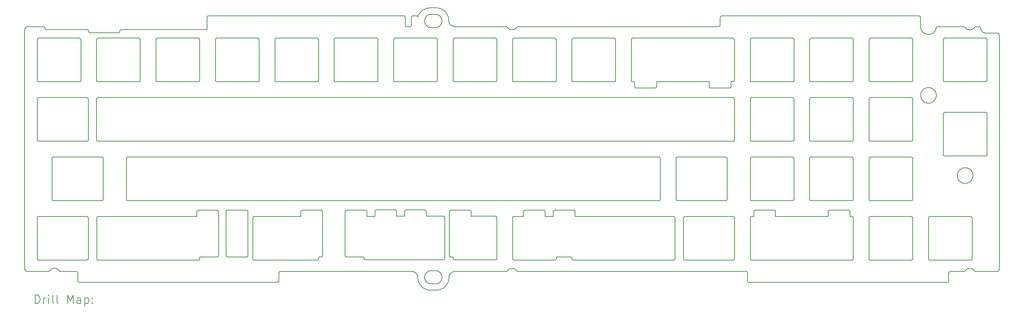
<source format=gbr>
%TF.GenerationSoftware,KiCad,Pcbnew,8.0.5*%
%TF.CreationDate,2024-09-18T09:40:41-04:00*%
%TF.ProjectId,limousine-plate,6c696d6f-7573-4696-9e65-2d706c617465,rev?*%
%TF.SameCoordinates,Original*%
%TF.FileFunction,Drillmap*%
%TF.FilePolarity,Positive*%
%FSLAX45Y45*%
G04 Gerber Fmt 4.5, Leading zero omitted, Abs format (unit mm)*
G04 Created by KiCad (PCBNEW 8.0.5) date 2024-09-18 09:40:41*
%MOMM*%
%LPD*%
G01*
G04 APERTURE LIST*
%ADD10C,0.185208*%
%ADD11C,0.158749*%
%ADD12C,0.200000*%
G04 APERTURE END LIST*
D10*
X23098119Y-6310307D02*
X23100000Y-6310450D01*
X23101854Y-6310686D01*
X23103678Y-6311012D01*
X23105470Y-6311425D01*
X23107228Y-6311924D01*
X23108949Y-6312507D01*
X23110631Y-6313170D01*
X23112272Y-6313912D01*
X23113869Y-6314730D01*
X23115420Y-6315622D01*
X23116923Y-6316585D01*
X23118375Y-6317618D01*
X23119775Y-6318717D01*
X23121119Y-6319882D01*
X23122405Y-6321108D01*
X23123632Y-6322395D01*
X23124796Y-6323739D01*
X23125896Y-6325138D01*
X23126929Y-6326590D01*
X23127892Y-6328093D01*
X23128784Y-6329644D01*
X23129602Y-6331242D01*
X23130344Y-6332882D01*
X23131007Y-6334564D01*
X23131590Y-6336286D01*
X23132089Y-6338043D01*
X23132502Y-6339835D01*
X23132828Y-6341660D01*
X23133064Y-6343513D01*
X23133207Y-6345394D01*
X23133255Y-6347301D01*
X23133255Y-7323613D01*
X23133207Y-7325519D01*
X23133064Y-7327400D01*
X23132828Y-7329254D01*
X23132502Y-7331078D01*
X23132089Y-7332870D01*
X23131590Y-7334628D01*
X23131007Y-7336349D01*
X23130344Y-7338031D01*
X23129602Y-7339672D01*
X23128784Y-7341269D01*
X23127892Y-7342821D01*
X23126929Y-7344324D01*
X23125896Y-7345776D01*
X23124796Y-7347175D01*
X23123632Y-7348519D01*
X23122405Y-7349806D01*
X23121119Y-7351032D01*
X23119775Y-7352196D01*
X23118375Y-7353296D01*
X23116923Y-7354329D01*
X23115420Y-7355292D01*
X23113869Y-7356184D01*
X23112272Y-7357002D01*
X23110631Y-7357744D01*
X23108949Y-7358407D01*
X23107228Y-7358989D01*
X23105470Y-7359489D01*
X23103678Y-7359902D01*
X23101854Y-7360228D01*
X23100000Y-7360464D01*
X23098119Y-7360607D01*
X23096213Y-7360655D01*
X22119902Y-7360655D01*
X22117996Y-7360607D01*
X22116115Y-7360464D01*
X22114261Y-7360228D01*
X22112437Y-7359902D01*
X22110645Y-7359489D01*
X22108887Y-7358989D01*
X22107166Y-7358407D01*
X22105484Y-7357744D01*
X22103843Y-7357002D01*
X22102246Y-7356184D01*
X22100695Y-7355292D01*
X22099192Y-7354329D01*
X22097739Y-7353296D01*
X22096340Y-7352196D01*
X22094996Y-7351032D01*
X22093709Y-7349806D01*
X22092483Y-7348519D01*
X22091319Y-7347175D01*
X22090219Y-7345776D01*
X22089186Y-7344324D01*
X22088223Y-7342821D01*
X22087331Y-7341269D01*
X22086513Y-7339672D01*
X22085771Y-7338031D01*
X22085108Y-7336349D01*
X22084525Y-7334628D01*
X22084026Y-7332870D01*
X22083612Y-7331078D01*
X22083287Y-7329254D01*
X22083051Y-7327400D01*
X22082908Y-7325519D01*
X22082860Y-7323613D01*
X22082860Y-6347301D01*
X22082908Y-6345394D01*
X22083051Y-6343513D01*
X22083287Y-6341660D01*
X22083612Y-6339835D01*
X22084026Y-6338043D01*
X22084525Y-6336286D01*
X22085108Y-6334564D01*
X22085771Y-6332882D01*
X22086513Y-6331242D01*
X22087331Y-6329644D01*
X22088223Y-6328093D01*
X22089186Y-6326590D01*
X22090219Y-6325138D01*
X22091319Y-6323739D01*
X22092483Y-6322395D01*
X22093709Y-6321108D01*
X22094996Y-6319882D01*
X22096340Y-6318717D01*
X22097739Y-6317618D01*
X22099192Y-6316585D01*
X22100695Y-6315622D01*
X22102246Y-6314730D01*
X22103843Y-6313912D01*
X22105484Y-6313170D01*
X22107166Y-6312507D01*
X22108887Y-6311924D01*
X22110645Y-6311425D01*
X22112437Y-6311012D01*
X22114261Y-6310686D01*
X22116115Y-6310450D01*
X22117996Y-6310307D01*
X22119902Y-6310259D01*
X23096213Y-6310259D01*
X23098119Y-6310307D01*
X12117976Y-10443096D02*
X12119911Y-10443233D01*
X12121812Y-10443460D01*
X12123676Y-10443773D01*
X12125501Y-10444172D01*
X12127285Y-10444655D01*
X12129027Y-10445218D01*
X12130724Y-10445861D01*
X12132375Y-10446582D01*
X12133977Y-10447378D01*
X12135529Y-10448248D01*
X12137029Y-10449189D01*
X12138474Y-10450200D01*
X12139863Y-10451279D01*
X12141194Y-10452424D01*
X12142465Y-10453633D01*
X12143674Y-10454904D01*
X12144819Y-10456235D01*
X12145898Y-10457624D01*
X12146909Y-10459069D01*
X12147851Y-10460569D01*
X12148721Y-10462121D01*
X12149517Y-10463723D01*
X12150237Y-10465374D01*
X12150880Y-10467071D01*
X12151444Y-10468813D01*
X12151926Y-10470597D01*
X12152325Y-10472423D01*
X12152639Y-10474287D01*
X12152865Y-10476187D01*
X12153002Y-10478123D01*
X12153049Y-10480092D01*
X12153049Y-10593862D01*
X12343549Y-10593862D01*
X12343549Y-10480092D01*
X12343595Y-10478123D01*
X12343732Y-10476187D01*
X12343958Y-10474287D01*
X12344272Y-10472423D01*
X12344671Y-10470598D01*
X12345153Y-10468813D01*
X12345717Y-10467071D01*
X12346360Y-10465374D01*
X12347080Y-10463723D01*
X12347876Y-10462121D01*
X12348746Y-10460569D01*
X12349688Y-10459070D01*
X12350699Y-10457624D01*
X12351778Y-10456235D01*
X12352923Y-10454904D01*
X12354132Y-10453633D01*
X12355403Y-10452424D01*
X12356734Y-10451279D01*
X12358123Y-10450200D01*
X12359568Y-10449189D01*
X12361068Y-10448248D01*
X12362620Y-10447378D01*
X12364222Y-10446582D01*
X12365873Y-10445861D01*
X12367570Y-10445218D01*
X12369312Y-10444655D01*
X12371096Y-10444172D01*
X12372921Y-10443774D01*
X12374785Y-10443460D01*
X12376686Y-10443233D01*
X12378621Y-10443096D01*
X12380590Y-10443050D01*
X12830382Y-10443050D01*
X12832350Y-10443096D01*
X12834286Y-10443233D01*
X12836186Y-10443460D01*
X12838050Y-10443773D01*
X12839875Y-10444172D01*
X12841660Y-10444655D01*
X12843402Y-10445218D01*
X12845099Y-10445861D01*
X12846750Y-10446582D01*
X12848352Y-10447378D01*
X12849904Y-10448248D01*
X12851403Y-10449189D01*
X12852849Y-10450200D01*
X12854238Y-10451279D01*
X12855569Y-10452424D01*
X12856840Y-10453633D01*
X12858049Y-10454904D01*
X12859194Y-10456235D01*
X12860273Y-10457624D01*
X12861284Y-10459069D01*
X12862225Y-10460569D01*
X12863095Y-10462121D01*
X12863891Y-10463723D01*
X12864612Y-10465374D01*
X12865255Y-10467071D01*
X12865819Y-10468813D01*
X12866301Y-10470597D01*
X12866700Y-10472423D01*
X12867013Y-10474287D01*
X12867240Y-10476187D01*
X12867377Y-10478123D01*
X12867423Y-10480092D01*
X12867423Y-10593862D01*
X13272236Y-10593862D01*
X13274204Y-10593908D01*
X13276140Y-10594046D01*
X13278041Y-10594272D01*
X13279904Y-10594586D01*
X13281730Y-10594985D01*
X13283514Y-10595467D01*
X13285256Y-10596030D01*
X13286953Y-10596673D01*
X13288604Y-10597394D01*
X13290206Y-10598190D01*
X13291758Y-10599060D01*
X13293258Y-10600001D01*
X13294703Y-10601013D01*
X13296092Y-10602092D01*
X13297423Y-10603237D01*
X13298694Y-10604445D01*
X13299903Y-10605716D01*
X13301048Y-10607047D01*
X13302127Y-10608436D01*
X13303138Y-10609882D01*
X13304080Y-10611381D01*
X13304949Y-10612933D01*
X13305745Y-10614536D01*
X13306466Y-10616186D01*
X13307109Y-10617884D01*
X13307673Y-10619625D01*
X13308155Y-10621410D01*
X13308554Y-10623235D01*
X13308867Y-10625099D01*
X13309094Y-10627000D01*
X13309231Y-10628935D01*
X13309277Y-10630904D01*
X13309277Y-11607217D01*
X13309231Y-11609185D01*
X13309094Y-11611121D01*
X13308867Y-11613021D01*
X13308554Y-11614885D01*
X13308155Y-11616710D01*
X13307673Y-11618495D01*
X13307109Y-11620237D01*
X13306466Y-11621934D01*
X13305745Y-11623585D01*
X13304949Y-11625187D01*
X13304080Y-11626739D01*
X13303138Y-11628238D01*
X13302127Y-11629684D01*
X13301048Y-11631073D01*
X13299903Y-11632404D01*
X13298694Y-11633675D01*
X13297423Y-11634884D01*
X13296092Y-11636029D01*
X13294703Y-11637108D01*
X13293258Y-11638119D01*
X13291758Y-11639060D01*
X13290206Y-11639930D01*
X13288604Y-11640726D01*
X13286953Y-11641447D01*
X13285256Y-11642090D01*
X13283514Y-11642653D01*
X13281730Y-11643136D01*
X13279904Y-11643535D01*
X13278041Y-11643848D01*
X13276140Y-11644075D01*
X13274204Y-11644212D01*
X13272236Y-11644258D01*
X11404277Y-11644258D01*
X11402308Y-11644212D01*
X11400373Y-11644075D01*
X11398472Y-11643848D01*
X11396608Y-11643535D01*
X11394783Y-11643136D01*
X11392999Y-11642654D01*
X11391257Y-11642090D01*
X11389560Y-11641447D01*
X11387909Y-11640726D01*
X11386307Y-11639930D01*
X11384755Y-11639060D01*
X11383255Y-11638119D01*
X11381810Y-11637108D01*
X11380421Y-11636029D01*
X11379090Y-11634884D01*
X11377819Y-11633675D01*
X11376610Y-11632404D01*
X11375465Y-11631073D01*
X11374386Y-11629684D01*
X11373375Y-11628238D01*
X11372433Y-11626739D01*
X11371563Y-11625187D01*
X11370767Y-11623585D01*
X11370047Y-11621934D01*
X11369404Y-11620237D01*
X11368840Y-11618495D01*
X11368358Y-11616710D01*
X11367959Y-11614885D01*
X11367645Y-11613021D01*
X11367419Y-11611121D01*
X11367282Y-11609185D01*
X11367236Y-11607217D01*
X11367236Y-11570175D01*
X10951839Y-11570175D01*
X10949871Y-11570129D01*
X10947935Y-11569992D01*
X10946035Y-11569765D01*
X10944171Y-11569452D01*
X10942346Y-11569053D01*
X10940561Y-11568571D01*
X10938819Y-11568007D01*
X10937122Y-11567364D01*
X10935472Y-11566643D01*
X10933869Y-11565847D01*
X10932317Y-11564977D01*
X10930818Y-11564036D01*
X10929372Y-11563025D01*
X10927983Y-11561946D01*
X10926652Y-11560801D01*
X10925381Y-11559592D01*
X10924173Y-11558321D01*
X10923028Y-11556990D01*
X10921948Y-11555601D01*
X10920937Y-11554155D01*
X10919996Y-11552656D01*
X10919126Y-11551104D01*
X10918330Y-11549502D01*
X10917609Y-11547851D01*
X10916966Y-11546154D01*
X10916403Y-11544412D01*
X10915920Y-11542627D01*
X10915521Y-11540802D01*
X10915208Y-11538938D01*
X10914981Y-11537037D01*
X10914844Y-11535102D01*
X10914798Y-11533133D01*
X10914798Y-10482738D01*
X10914844Y-10480769D01*
X10914981Y-10478834D01*
X10915208Y-10476933D01*
X10915521Y-10475069D01*
X10915920Y-10473244D01*
X10916403Y-10471460D01*
X10916966Y-10469718D01*
X10917609Y-10468021D01*
X10918330Y-10466370D01*
X10919126Y-10464768D01*
X10919996Y-10463216D01*
X10920937Y-10461716D01*
X10921948Y-10460271D01*
X10923028Y-10458882D01*
X10924173Y-10457551D01*
X10925381Y-10456280D01*
X10926652Y-10455071D01*
X10927983Y-10453926D01*
X10929372Y-10452847D01*
X10930818Y-10451836D01*
X10932317Y-10450894D01*
X10933869Y-10450024D01*
X10935472Y-10449228D01*
X10937122Y-10448508D01*
X10938819Y-10447864D01*
X10940561Y-10447301D01*
X10942346Y-10446819D01*
X10944171Y-10446420D01*
X10946035Y-10446106D01*
X10947935Y-10445880D01*
X10949871Y-10445742D01*
X10951839Y-10445696D01*
X11401631Y-10445696D01*
X11403600Y-10445742D01*
X11405535Y-10445880D01*
X11407436Y-10446106D01*
X11409300Y-10446420D01*
X11411125Y-10446819D01*
X11412909Y-10447301D01*
X11414651Y-10447864D01*
X11416348Y-10448507D01*
X11417999Y-10449228D01*
X11419601Y-10450024D01*
X11421153Y-10450894D01*
X11422653Y-10451835D01*
X11424098Y-10452847D01*
X11425487Y-10453926D01*
X11426818Y-10455071D01*
X11428089Y-10456280D01*
X11429298Y-10457550D01*
X11430443Y-10458881D01*
X11431522Y-10460271D01*
X11432533Y-10461716D01*
X11433475Y-10463215D01*
X11434345Y-10464767D01*
X11435141Y-10466370D01*
X11435861Y-10468020D01*
X11436504Y-10469718D01*
X11437068Y-10471459D01*
X11437550Y-10473244D01*
X11437949Y-10475069D01*
X11438263Y-10476933D01*
X11438489Y-10478834D01*
X11438626Y-10480769D01*
X11438673Y-10482738D01*
X11438673Y-10596509D01*
X11626527Y-10596509D01*
X11629174Y-10593862D01*
X11629174Y-10480092D01*
X11629220Y-10478123D01*
X11629357Y-10476187D01*
X11629584Y-10474287D01*
X11629897Y-10472423D01*
X11630296Y-10470598D01*
X11630779Y-10468813D01*
X11631342Y-10467071D01*
X11631985Y-10465374D01*
X11632706Y-10463723D01*
X11633502Y-10462121D01*
X11634372Y-10460569D01*
X11635313Y-10459070D01*
X11636324Y-10457624D01*
X11637404Y-10456235D01*
X11638548Y-10454904D01*
X11639757Y-10453633D01*
X11641028Y-10452424D01*
X11642359Y-10451279D01*
X11643748Y-10450200D01*
X11645194Y-10449189D01*
X11646693Y-10448248D01*
X11648245Y-10447378D01*
X11649847Y-10446582D01*
X11651498Y-10445861D01*
X11653195Y-10445218D01*
X11654937Y-10444655D01*
X11656722Y-10444172D01*
X11658547Y-10443774D01*
X11660411Y-10443460D01*
X11662311Y-10443233D01*
X11664247Y-10443096D01*
X11666215Y-10443050D01*
X12116007Y-10443050D01*
X12117976Y-10443096D01*
X5053856Y-9167806D02*
X5056061Y-9167943D01*
X5060401Y-9168483D01*
X5064625Y-9169364D01*
X5068705Y-9170571D01*
X5072615Y-9172087D01*
X5076328Y-9173898D01*
X5079815Y-9175989D01*
X5081466Y-9177134D01*
X5083051Y-9178343D01*
X5084566Y-9179614D01*
X5086007Y-9180945D01*
X5087372Y-9182334D01*
X5088658Y-9183779D01*
X5089859Y-9185279D01*
X5090975Y-9186830D01*
X5092000Y-9188433D01*
X5092931Y-9190083D01*
X5093766Y-9191781D01*
X5094500Y-9193522D01*
X5095131Y-9195307D01*
X5095654Y-9197132D01*
X5096068Y-9198996D01*
X5096367Y-9200897D01*
X5096549Y-9202832D01*
X5096610Y-9204801D01*
X5096610Y-10181113D01*
X5096557Y-10183082D01*
X5096396Y-10185017D01*
X5096131Y-10186918D01*
X5095763Y-10188782D01*
X5095294Y-10190607D01*
X5094727Y-10192391D01*
X5094063Y-10194133D01*
X5093303Y-10195830D01*
X5092451Y-10197481D01*
X5091507Y-10199084D01*
X5090475Y-10200635D01*
X5089355Y-10202135D01*
X5088150Y-10203580D01*
X5086862Y-10204969D01*
X5085492Y-10206300D01*
X5084043Y-10207571D01*
X5082516Y-10208780D01*
X5080914Y-10209925D01*
X5079238Y-10211004D01*
X5077490Y-10212015D01*
X5075673Y-10212957D01*
X5073788Y-10213827D01*
X5071837Y-10214623D01*
X5069822Y-10215343D01*
X5067745Y-10215986D01*
X5065607Y-10216550D01*
X5063412Y-10217032D01*
X5061161Y-10217431D01*
X5058855Y-10217745D01*
X5056497Y-10217971D01*
X5054088Y-10218108D01*
X5051632Y-10218155D01*
X3911277Y-10218155D01*
X3909053Y-10218108D01*
X3906848Y-10217971D01*
X3902508Y-10217431D01*
X3898284Y-10216550D01*
X3894204Y-10215343D01*
X3890294Y-10213827D01*
X3886581Y-10212015D01*
X3883094Y-10209925D01*
X3881443Y-10208780D01*
X3879858Y-10207571D01*
X3878343Y-10206300D01*
X3876902Y-10204969D01*
X3875536Y-10203580D01*
X3874251Y-10202135D01*
X3873049Y-10200635D01*
X3871934Y-10199083D01*
X3870909Y-10197481D01*
X3869978Y-10195830D01*
X3869143Y-10194133D01*
X3868409Y-10192391D01*
X3867778Y-10190607D01*
X3867254Y-10188782D01*
X3866841Y-10186918D01*
X3866542Y-10185017D01*
X3866360Y-10183082D01*
X3866298Y-10181113D01*
X3866298Y-9204801D01*
X3866352Y-9202832D01*
X3866513Y-9200897D01*
X3866778Y-9198996D01*
X3867146Y-9197132D01*
X3867614Y-9195307D01*
X3868182Y-9193522D01*
X3868846Y-9191781D01*
X3869606Y-9190083D01*
X3870458Y-9188433D01*
X3871401Y-9186830D01*
X3872434Y-9185278D01*
X3873554Y-9183779D01*
X3874759Y-9182333D01*
X3876047Y-9180944D01*
X3877417Y-9179613D01*
X3878866Y-9178342D01*
X3880393Y-9177134D01*
X3881995Y-9175989D01*
X3883671Y-9174910D01*
X3885419Y-9173898D01*
X3887236Y-9172957D01*
X3889121Y-9172087D01*
X3891072Y-9171291D01*
X3893087Y-9170570D01*
X3895164Y-9169927D01*
X3897302Y-9169364D01*
X3899497Y-9168882D01*
X3901748Y-9168483D01*
X3904054Y-9168169D01*
X3906412Y-9167943D01*
X3908821Y-9167806D01*
X3911277Y-9167759D01*
X5051632Y-9167759D01*
X5053856Y-9167806D01*
X15954371Y-6310307D02*
X15956252Y-6310450D01*
X15958106Y-6310686D01*
X15959930Y-6311012D01*
X15961722Y-6311425D01*
X15963480Y-6311924D01*
X15965201Y-6312507D01*
X15966883Y-6313170D01*
X15968524Y-6313912D01*
X15970121Y-6314730D01*
X15971672Y-6315622D01*
X15973175Y-6316585D01*
X15974628Y-6317618D01*
X15976027Y-6318717D01*
X15977371Y-6319882D01*
X15978657Y-6321108D01*
X15979884Y-6322395D01*
X15981048Y-6323739D01*
X15982148Y-6325138D01*
X15983180Y-6326590D01*
X15984144Y-6328093D01*
X15985036Y-6329644D01*
X15985854Y-6331242D01*
X15986596Y-6332882D01*
X15987259Y-6334564D01*
X15987841Y-6336286D01*
X15988340Y-6338043D01*
X15988754Y-6339835D01*
X15989080Y-6341660D01*
X15989315Y-6343513D01*
X15989458Y-6345394D01*
X15989506Y-6347301D01*
X15989506Y-7323613D01*
X15989458Y-7325519D01*
X15989315Y-7327400D01*
X15989080Y-7329254D01*
X15988754Y-7331078D01*
X15988340Y-7332870D01*
X15987841Y-7334628D01*
X15987259Y-7336349D01*
X15986596Y-7338031D01*
X15985854Y-7339672D01*
X15985036Y-7341269D01*
X15984144Y-7342821D01*
X15983180Y-7344324D01*
X15982148Y-7345776D01*
X15981048Y-7347175D01*
X15979884Y-7348519D01*
X15978657Y-7349806D01*
X15977371Y-7351032D01*
X15976027Y-7352196D01*
X15974628Y-7353296D01*
X15973175Y-7354329D01*
X15971672Y-7355292D01*
X15970121Y-7356184D01*
X15968524Y-7357002D01*
X15966883Y-7357744D01*
X15965201Y-7358407D01*
X15963480Y-7358989D01*
X15961722Y-7359489D01*
X15959930Y-7359902D01*
X15958106Y-7360228D01*
X15956252Y-7360464D01*
X15954371Y-7360607D01*
X15952465Y-7360655D01*
X14976152Y-7360655D01*
X14974246Y-7360607D01*
X14972365Y-7360464D01*
X14970511Y-7360228D01*
X14968687Y-7359902D01*
X14966895Y-7359489D01*
X14965137Y-7358989D01*
X14963416Y-7358407D01*
X14961734Y-7357744D01*
X14960093Y-7357002D01*
X14958496Y-7356184D01*
X14956945Y-7355292D01*
X14955442Y-7354329D01*
X14953989Y-7353296D01*
X14952590Y-7352196D01*
X14951246Y-7351032D01*
X14949960Y-7349806D01*
X14948733Y-7348519D01*
X14947569Y-7347175D01*
X14946469Y-7345776D01*
X14945437Y-7344324D01*
X14944473Y-7342821D01*
X14943581Y-7341269D01*
X14942763Y-7339672D01*
X14942021Y-7338031D01*
X14941358Y-7336349D01*
X14940776Y-7334628D01*
X14940277Y-7332870D01*
X14939863Y-7331078D01*
X14939537Y-7329254D01*
X14939302Y-7327400D01*
X14939159Y-7325519D01*
X14939111Y-7323613D01*
X14939111Y-6347301D01*
X14939159Y-6345394D01*
X14939302Y-6343513D01*
X14939537Y-6341660D01*
X14939863Y-6339835D01*
X14940277Y-6338043D01*
X14940776Y-6336286D01*
X14941358Y-6334564D01*
X14942021Y-6332882D01*
X14942763Y-6331242D01*
X14943581Y-6329644D01*
X14944473Y-6328093D01*
X14945437Y-6326590D01*
X14946469Y-6325138D01*
X14947569Y-6323739D01*
X14948733Y-6322395D01*
X14949960Y-6321108D01*
X14951246Y-6319882D01*
X14952590Y-6318717D01*
X14953989Y-6317618D01*
X14955442Y-6316585D01*
X14956945Y-6315622D01*
X14958496Y-6314730D01*
X14960093Y-6313912D01*
X14961734Y-6313170D01*
X14963416Y-6312507D01*
X14965137Y-6311924D01*
X14966895Y-6311425D01*
X14968687Y-6311012D01*
X14970511Y-6310686D01*
X14972365Y-6310450D01*
X14974246Y-6310307D01*
X14976152Y-6310259D01*
X15952465Y-6310259D01*
X15954371Y-6310307D01*
X21669370Y-6310307D02*
X21671251Y-6310450D01*
X21673105Y-6310686D01*
X21674929Y-6311012D01*
X21676721Y-6311425D01*
X21678479Y-6311924D01*
X21680200Y-6312507D01*
X21681882Y-6313170D01*
X21683523Y-6313912D01*
X21685120Y-6314730D01*
X21686671Y-6315622D01*
X21688174Y-6316585D01*
X21689627Y-6317618D01*
X21691026Y-6318717D01*
X21692370Y-6319882D01*
X21693656Y-6321108D01*
X21694883Y-6322395D01*
X21696047Y-6323739D01*
X21697147Y-6325138D01*
X21698180Y-6326590D01*
X21699143Y-6328093D01*
X21700035Y-6329644D01*
X21700853Y-6331242D01*
X21701595Y-6332882D01*
X21702258Y-6334564D01*
X21702841Y-6336286D01*
X21703340Y-6338043D01*
X21703753Y-6339835D01*
X21704079Y-6341660D01*
X21704315Y-6343513D01*
X21704458Y-6345394D01*
X21704506Y-6347301D01*
X21704506Y-7323613D01*
X21704458Y-7325519D01*
X21704315Y-7327400D01*
X21704079Y-7329254D01*
X21703753Y-7331078D01*
X21703340Y-7332870D01*
X21702841Y-7334628D01*
X21702258Y-7336349D01*
X21701595Y-7338031D01*
X21700853Y-7339672D01*
X21700035Y-7341269D01*
X21699143Y-7342821D01*
X21698180Y-7344324D01*
X21697147Y-7345776D01*
X21696047Y-7347175D01*
X21694883Y-7348519D01*
X21693656Y-7349806D01*
X21692370Y-7351032D01*
X21691026Y-7352196D01*
X21689627Y-7353296D01*
X21688174Y-7354329D01*
X21686671Y-7355292D01*
X21685120Y-7356184D01*
X21683523Y-7357002D01*
X21681882Y-7357744D01*
X21680200Y-7358407D01*
X21678479Y-7358989D01*
X21676721Y-7359489D01*
X21674929Y-7359902D01*
X21673105Y-7360228D01*
X21671251Y-7360464D01*
X21669370Y-7360607D01*
X21667464Y-7360655D01*
X20691151Y-7360655D01*
X20689245Y-7360607D01*
X20687364Y-7360464D01*
X20685510Y-7360228D01*
X20683686Y-7359902D01*
X20681894Y-7359489D01*
X20680136Y-7358989D01*
X20678415Y-7358407D01*
X20676733Y-7357744D01*
X20675092Y-7357002D01*
X20673495Y-7356184D01*
X20671944Y-7355292D01*
X20670441Y-7354329D01*
X20668989Y-7353296D01*
X20667589Y-7352196D01*
X20666245Y-7351032D01*
X20664959Y-7349806D01*
X20663732Y-7348519D01*
X20662568Y-7347175D01*
X20661468Y-7345776D01*
X20660436Y-7344324D01*
X20659472Y-7342821D01*
X20658580Y-7341269D01*
X20657762Y-7339672D01*
X20657020Y-7338031D01*
X20656357Y-7336349D01*
X20655775Y-7334628D01*
X20655275Y-7332870D01*
X20654862Y-7331078D01*
X20654536Y-7329254D01*
X20654300Y-7327400D01*
X20654157Y-7325519D01*
X20654109Y-7323613D01*
X20654109Y-6347301D01*
X20654157Y-6345394D01*
X20654300Y-6343513D01*
X20654536Y-6341660D01*
X20654862Y-6339835D01*
X20655275Y-6338043D01*
X20655775Y-6336286D01*
X20656357Y-6334564D01*
X20657020Y-6332882D01*
X20657762Y-6331242D01*
X20658580Y-6329644D01*
X20659472Y-6328093D01*
X20660436Y-6326590D01*
X20661468Y-6325138D01*
X20662568Y-6323739D01*
X20663732Y-6322395D01*
X20664959Y-6321108D01*
X20666245Y-6319882D01*
X20667589Y-6318717D01*
X20668989Y-6317618D01*
X20670441Y-6316585D01*
X20671944Y-6315622D01*
X20673495Y-6314730D01*
X20675092Y-6313912D01*
X20676733Y-6313170D01*
X20678415Y-6312507D01*
X20680136Y-6311924D01*
X20681894Y-6311425D01*
X20683686Y-6311012D01*
X20685510Y-6310686D01*
X20687364Y-6310450D01*
X20689245Y-6310307D01*
X20691151Y-6310259D01*
X21667464Y-6310259D01*
X21669370Y-6310307D01*
X8543392Y-10445745D02*
X8545273Y-10445888D01*
X8547127Y-10446123D01*
X8548951Y-10446449D01*
X8550743Y-10446862D01*
X8552501Y-10447362D01*
X8554222Y-10447944D01*
X8555904Y-10448607D01*
X8557545Y-10449349D01*
X8559142Y-10450167D01*
X8560693Y-10451059D01*
X8562196Y-10452022D01*
X8563648Y-10453055D01*
X8565047Y-10454155D01*
X8566391Y-10455319D01*
X8567678Y-10456545D01*
X8568904Y-10457832D01*
X8570069Y-10459176D01*
X8571168Y-10460575D01*
X8572201Y-10462028D01*
X8573164Y-10463530D01*
X8574056Y-10465082D01*
X8574874Y-10466679D01*
X8575616Y-10468320D01*
X8576279Y-10470002D01*
X8576862Y-10471723D01*
X8577361Y-10473481D01*
X8577775Y-10475273D01*
X8578100Y-10477097D01*
X8578336Y-10478950D01*
X8578479Y-10480832D01*
X8578527Y-10482738D01*
X8578527Y-11533134D01*
X8578479Y-11535040D01*
X8578336Y-11536921D01*
X8578100Y-11538775D01*
X8577775Y-11540599D01*
X8577361Y-11542391D01*
X8576862Y-11544149D01*
X8576279Y-11545870D01*
X8575616Y-11547552D01*
X8574874Y-11549193D01*
X8574056Y-11550790D01*
X8573164Y-11552341D01*
X8572201Y-11553844D01*
X8571168Y-11555296D01*
X8570069Y-11556696D01*
X8568904Y-11558040D01*
X8567678Y-11559326D01*
X8566391Y-11560553D01*
X8565047Y-11561717D01*
X8563648Y-11562817D01*
X8562196Y-11563849D01*
X8560693Y-11564813D01*
X8559142Y-11565705D01*
X8557545Y-11566523D01*
X8555904Y-11567265D01*
X8554222Y-11567928D01*
X8552501Y-11568510D01*
X8550743Y-11569009D01*
X8548951Y-11569423D01*
X8547127Y-11569749D01*
X8545273Y-11569984D01*
X8543392Y-11570127D01*
X8541486Y-11570175D01*
X8091693Y-11570175D01*
X8089787Y-11570127D01*
X8087906Y-11569984D01*
X8086052Y-11569749D01*
X8084228Y-11569423D01*
X8082436Y-11569009D01*
X8080678Y-11568510D01*
X8078957Y-11567928D01*
X8077275Y-11567265D01*
X8075634Y-11566523D01*
X8074037Y-11565705D01*
X8072486Y-11564813D01*
X8070983Y-11563849D01*
X8069531Y-11562817D01*
X8068132Y-11561717D01*
X8066788Y-11560553D01*
X8065501Y-11559326D01*
X8064275Y-11558040D01*
X8063110Y-11556696D01*
X8062011Y-11555296D01*
X8060978Y-11553844D01*
X8060015Y-11552341D01*
X8059123Y-11550790D01*
X8058305Y-11549193D01*
X8057563Y-11547552D01*
X8056900Y-11545870D01*
X8056317Y-11544149D01*
X8055818Y-11542391D01*
X8055405Y-11540599D01*
X8055079Y-11538775D01*
X8054843Y-11536921D01*
X8054700Y-11535040D01*
X8054652Y-11533134D01*
X8054652Y-10482738D01*
X8054700Y-10480832D01*
X8054843Y-10478950D01*
X8055079Y-10477097D01*
X8055405Y-10475273D01*
X8055818Y-10473481D01*
X8056317Y-10471723D01*
X8056900Y-10470002D01*
X8057563Y-10468320D01*
X8058305Y-10466679D01*
X8059123Y-10465082D01*
X8060015Y-10463530D01*
X8060978Y-10462028D01*
X8062011Y-10460575D01*
X8063110Y-10459176D01*
X8064275Y-10457832D01*
X8065501Y-10456545D01*
X8066788Y-10455319D01*
X8068132Y-10454155D01*
X8069531Y-10453055D01*
X8070983Y-10452022D01*
X8072486Y-10451059D01*
X8074037Y-10450167D01*
X8075634Y-10449349D01*
X8077275Y-10448607D01*
X8078957Y-10447944D01*
X8080678Y-10447362D01*
X8082436Y-10446862D01*
X8084228Y-10446449D01*
X8086052Y-10446123D01*
X8087906Y-10445888D01*
X8089787Y-10445745D01*
X8091693Y-10445696D01*
X8541486Y-10445696D01*
X8543392Y-10445745D01*
X18454682Y-9167807D02*
X18456563Y-9167950D01*
X18458417Y-9168186D01*
X18460241Y-9168512D01*
X18462033Y-9168925D01*
X18463791Y-9169424D01*
X18465512Y-9170007D01*
X18467194Y-9170670D01*
X18468835Y-9171412D01*
X18470432Y-9172230D01*
X18471983Y-9173122D01*
X18473486Y-9174085D01*
X18474938Y-9175118D01*
X18476338Y-9176217D01*
X18477682Y-9177382D01*
X18478968Y-9178608D01*
X18480195Y-9179895D01*
X18481359Y-9181239D01*
X18482459Y-9182638D01*
X18483492Y-9184090D01*
X18484455Y-9185593D01*
X18485347Y-9187144D01*
X18486165Y-9188741D01*
X18486907Y-9190382D01*
X18487570Y-9192064D01*
X18488152Y-9193785D01*
X18488652Y-9195543D01*
X18489065Y-9197335D01*
X18489391Y-9199159D01*
X18489627Y-9201013D01*
X18489770Y-9202894D01*
X18489818Y-9204800D01*
X18489818Y-10181113D01*
X18489770Y-10183019D01*
X18489627Y-10184900D01*
X18489391Y-10186754D01*
X18489065Y-10188578D01*
X18488652Y-10190370D01*
X18488152Y-10192128D01*
X18487570Y-10193849D01*
X18486907Y-10195531D01*
X18486165Y-10197172D01*
X18485347Y-10198769D01*
X18484455Y-10200320D01*
X18483492Y-10201823D01*
X18482459Y-10203276D01*
X18481359Y-10204675D01*
X18480195Y-10206019D01*
X18478968Y-10207305D01*
X18477682Y-10208532D01*
X18476338Y-10209696D01*
X18474938Y-10210796D01*
X18473486Y-10211828D01*
X18471983Y-10212792D01*
X18470432Y-10213684D01*
X18468835Y-10214502D01*
X18467194Y-10215244D01*
X18465512Y-10215907D01*
X18463791Y-10216489D01*
X18462033Y-10216988D01*
X18460241Y-10217402D01*
X18458417Y-10217728D01*
X18456563Y-10217963D01*
X18454682Y-10218106D01*
X18452776Y-10218155D01*
X5689277Y-10218155D01*
X5687371Y-10218106D01*
X5685490Y-10217963D01*
X5683636Y-10217728D01*
X5681812Y-10217402D01*
X5680020Y-10216988D01*
X5678262Y-10216489D01*
X5676541Y-10215907D01*
X5674859Y-10215244D01*
X5673218Y-10214502D01*
X5671621Y-10213684D01*
X5670070Y-10212792D01*
X5668567Y-10211828D01*
X5667115Y-10210796D01*
X5665715Y-10209696D01*
X5664371Y-10208532D01*
X5663085Y-10207305D01*
X5661858Y-10206019D01*
X5660694Y-10204675D01*
X5659595Y-10203276D01*
X5658562Y-10201823D01*
X5657598Y-10200320D01*
X5656706Y-10198769D01*
X5655888Y-10197172D01*
X5655147Y-10195531D01*
X5654483Y-10193849D01*
X5653901Y-10192128D01*
X5653402Y-10190370D01*
X5652988Y-10188578D01*
X5652663Y-10186754D01*
X5652427Y-10184900D01*
X5652284Y-10183019D01*
X5652236Y-10181113D01*
X5652236Y-9204800D01*
X5652284Y-9202894D01*
X5652427Y-9201013D01*
X5652663Y-9199159D01*
X5652988Y-9197335D01*
X5653402Y-9195543D01*
X5653901Y-9193785D01*
X5654483Y-9192064D01*
X5655147Y-9190382D01*
X5655888Y-9188741D01*
X5656706Y-9187144D01*
X5657598Y-9185593D01*
X5658562Y-9184090D01*
X5659595Y-9182638D01*
X5660694Y-9181239D01*
X5661858Y-9179895D01*
X5663085Y-9178608D01*
X5664371Y-9177382D01*
X5665715Y-9176217D01*
X5667115Y-9175118D01*
X5668567Y-9174085D01*
X5670070Y-9173122D01*
X5671621Y-9172230D01*
X5673218Y-9171412D01*
X5674859Y-9170670D01*
X5676541Y-9170007D01*
X5678262Y-9169424D01*
X5680020Y-9168925D01*
X5681812Y-9168512D01*
X5683636Y-9168186D01*
X5685490Y-9167950D01*
X5687371Y-9167807D01*
X5689277Y-9167759D01*
X18452776Y-9167759D01*
X18454682Y-9167807D01*
X17383120Y-6310307D02*
X17385001Y-6310450D01*
X17386854Y-6310686D01*
X17388679Y-6311012D01*
X17390471Y-6311425D01*
X17392228Y-6311924D01*
X17393950Y-6312507D01*
X17395632Y-6313170D01*
X17397273Y-6313912D01*
X17398870Y-6314730D01*
X17400421Y-6315622D01*
X17401924Y-6316585D01*
X17403376Y-6317618D01*
X17404776Y-6318717D01*
X17406120Y-6319882D01*
X17407406Y-6321108D01*
X17408633Y-6322395D01*
X17409797Y-6323739D01*
X17410897Y-6325138D01*
X17411929Y-6326590D01*
X17412893Y-6328093D01*
X17413785Y-6329644D01*
X17414603Y-6331242D01*
X17415345Y-6332882D01*
X17416008Y-6334564D01*
X17416590Y-6336286D01*
X17417089Y-6338043D01*
X17417503Y-6339835D01*
X17417829Y-6341660D01*
X17418064Y-6343513D01*
X17418207Y-6345394D01*
X17418256Y-6347301D01*
X17418256Y-7323613D01*
X17418207Y-7325519D01*
X17418064Y-7327400D01*
X17417829Y-7329254D01*
X17417503Y-7331078D01*
X17417089Y-7332870D01*
X17416590Y-7334628D01*
X17416008Y-7336349D01*
X17415345Y-7338031D01*
X17414603Y-7339672D01*
X17413785Y-7341269D01*
X17412893Y-7342821D01*
X17411929Y-7344324D01*
X17410897Y-7345776D01*
X17409797Y-7347175D01*
X17408633Y-7348519D01*
X17407406Y-7349806D01*
X17406120Y-7351032D01*
X17404776Y-7352196D01*
X17403376Y-7353296D01*
X17401924Y-7354329D01*
X17400421Y-7355292D01*
X17398870Y-7356184D01*
X17397273Y-7357002D01*
X17395632Y-7357744D01*
X17393950Y-7358407D01*
X17392228Y-7358989D01*
X17390471Y-7359489D01*
X17388679Y-7359902D01*
X17386854Y-7360228D01*
X17385001Y-7360464D01*
X17383120Y-7360607D01*
X17381213Y-7360655D01*
X16404901Y-7360655D01*
X16402995Y-7360607D01*
X16401114Y-7360464D01*
X16399260Y-7360228D01*
X16397436Y-7359902D01*
X16395644Y-7359489D01*
X16393887Y-7358989D01*
X16392166Y-7358407D01*
X16390484Y-7357744D01*
X16388843Y-7357002D01*
X16387246Y-7356184D01*
X16385695Y-7355292D01*
X16384192Y-7354329D01*
X16382739Y-7353296D01*
X16381340Y-7352196D01*
X16379996Y-7351032D01*
X16378710Y-7349806D01*
X16377483Y-7348519D01*
X16376319Y-7347175D01*
X16375219Y-7345776D01*
X16374187Y-7344324D01*
X16373223Y-7342821D01*
X16372331Y-7341269D01*
X16371513Y-7339672D01*
X16370771Y-7338031D01*
X16370108Y-7336349D01*
X16369526Y-7334628D01*
X16369027Y-7332870D01*
X16368613Y-7331078D01*
X16368287Y-7329254D01*
X16368052Y-7327400D01*
X16367909Y-7325519D01*
X16367860Y-7323613D01*
X16367860Y-6347301D01*
X16367909Y-6345394D01*
X16368052Y-6343513D01*
X16368287Y-6341660D01*
X16368613Y-6339835D01*
X16369027Y-6338043D01*
X16369526Y-6336286D01*
X16370108Y-6334564D01*
X16370771Y-6332882D01*
X16371513Y-6331242D01*
X16372331Y-6329644D01*
X16373223Y-6328093D01*
X16374187Y-6326590D01*
X16375219Y-6325138D01*
X16376319Y-6323739D01*
X16377483Y-6322395D01*
X16378710Y-6321108D01*
X16379996Y-6319882D01*
X16381340Y-6318717D01*
X16382739Y-6317618D01*
X16384192Y-6316585D01*
X16385695Y-6315622D01*
X16387246Y-6314730D01*
X16388843Y-6313912D01*
X16390484Y-6313170D01*
X16392166Y-6312507D01*
X16393887Y-6311924D01*
X16395644Y-6311425D01*
X16397436Y-6311012D01*
X16399260Y-6310686D01*
X16401114Y-6310450D01*
X16402995Y-6310307D01*
X16404901Y-6310259D01*
X17381213Y-6310259D01*
X17383120Y-6310307D01*
X20240621Y-10596557D02*
X20242502Y-10596700D01*
X20244356Y-10596936D01*
X20246180Y-10597261D01*
X20247972Y-10597675D01*
X20249730Y-10598174D01*
X20251451Y-10598756D01*
X20253133Y-10599420D01*
X20254774Y-10600162D01*
X20256371Y-10600980D01*
X20257922Y-10601871D01*
X20259425Y-10602835D01*
X20260877Y-10603868D01*
X20262277Y-10604967D01*
X20263621Y-10606132D01*
X20264907Y-10607358D01*
X20266134Y-10608644D01*
X20267298Y-10609988D01*
X20268398Y-10611388D01*
X20269431Y-10612840D01*
X20270394Y-10614343D01*
X20271286Y-10615894D01*
X20272104Y-10617491D01*
X20272846Y-10619132D01*
X20273509Y-10620814D01*
X20274091Y-10622535D01*
X20274591Y-10624293D01*
X20275004Y-10626085D01*
X20275330Y-10627909D01*
X20275566Y-10629763D01*
X20275709Y-10631644D01*
X20275757Y-10633550D01*
X20275757Y-11609863D01*
X20275709Y-11611769D01*
X20275566Y-11613650D01*
X20275330Y-11615504D01*
X20275004Y-11617328D01*
X20274591Y-11619120D01*
X20274091Y-11620878D01*
X20273509Y-11622599D01*
X20272846Y-11624281D01*
X20272104Y-11625922D01*
X20271286Y-11627519D01*
X20270394Y-11629070D01*
X20269431Y-11630573D01*
X20268398Y-11632025D01*
X20267298Y-11633425D01*
X20266134Y-11634769D01*
X20264907Y-11636055D01*
X20263621Y-11637282D01*
X20262277Y-11638446D01*
X20260877Y-11639545D01*
X20259425Y-11640578D01*
X20257922Y-11641542D01*
X20256371Y-11642434D01*
X20254774Y-11643252D01*
X20253133Y-11643993D01*
X20251451Y-11644657D01*
X20249730Y-11645239D01*
X20247972Y-11645738D01*
X20246180Y-11646152D01*
X20244356Y-11646478D01*
X20242502Y-11646713D01*
X20240621Y-11646856D01*
X20238715Y-11646904D01*
X19085132Y-11646904D01*
X19083226Y-11646856D01*
X19081345Y-11646713D01*
X19079491Y-11646478D01*
X19077667Y-11646152D01*
X19075875Y-11645738D01*
X19074117Y-11645239D01*
X19072396Y-11644657D01*
X19070714Y-11643993D01*
X19069073Y-11643252D01*
X19067476Y-11642434D01*
X19065924Y-11641542D01*
X19064421Y-11640578D01*
X19062969Y-11639545D01*
X19061570Y-11638446D01*
X19060226Y-11637282D01*
X19058939Y-11636055D01*
X19057713Y-11634769D01*
X19056548Y-11633425D01*
X19055449Y-11632025D01*
X19054416Y-11630573D01*
X19053452Y-11629070D01*
X19052561Y-11627519D01*
X19051742Y-11625922D01*
X19051001Y-11624281D01*
X19050337Y-11622599D01*
X19049755Y-11620878D01*
X19049256Y-11619120D01*
X19048842Y-11617328D01*
X19048516Y-11615504D01*
X19048281Y-11613650D01*
X19048138Y-11611769D01*
X19048090Y-11609863D01*
X19048090Y-10633550D01*
X19048138Y-10631644D01*
X19048281Y-10629763D01*
X19048516Y-10627909D01*
X19048842Y-10626085D01*
X19049256Y-10624293D01*
X19049755Y-10622535D01*
X19050337Y-10620814D01*
X19051001Y-10619132D01*
X19051742Y-10617491D01*
X19052561Y-10615894D01*
X19053452Y-10614343D01*
X19054416Y-10612840D01*
X19055449Y-10611388D01*
X19056548Y-10609988D01*
X19057713Y-10608644D01*
X19058939Y-10607358D01*
X19060226Y-10606132D01*
X19061570Y-10604967D01*
X19062969Y-10603868D01*
X19064421Y-10602835D01*
X19065924Y-10601871D01*
X19067476Y-10600980D01*
X19069073Y-10600162D01*
X19070714Y-10599420D01*
X19072396Y-10598756D01*
X19074117Y-10598174D01*
X19075875Y-10597675D01*
X19077667Y-10597261D01*
X19079491Y-10596936D01*
X19081345Y-10596700D01*
X19083226Y-10596557D01*
X19085132Y-10596509D01*
X20238715Y-10596509D01*
X20240621Y-10596557D01*
X7381871Y-6310307D02*
X7383752Y-6310450D01*
X7385606Y-6310686D01*
X7387430Y-6311012D01*
X7389222Y-6311425D01*
X7390980Y-6311924D01*
X7392701Y-6312507D01*
X7394383Y-6313170D01*
X7396024Y-6313912D01*
X7397621Y-6314730D01*
X7399172Y-6315622D01*
X7400675Y-6316585D01*
X7402127Y-6317618D01*
X7403527Y-6318717D01*
X7404871Y-6319882D01*
X7406157Y-6321108D01*
X7407384Y-6322395D01*
X7408548Y-6323739D01*
X7409648Y-6325138D01*
X7410680Y-6326590D01*
X7411644Y-6328093D01*
X7412536Y-6329644D01*
X7413354Y-6331242D01*
X7414096Y-6332882D01*
X7414759Y-6334564D01*
X7415341Y-6336286D01*
X7415840Y-6338043D01*
X7416254Y-6339835D01*
X7416580Y-6341660D01*
X7416815Y-6343513D01*
X7416958Y-6345394D01*
X7417007Y-6347301D01*
X7417007Y-7323613D01*
X7416958Y-7325519D01*
X7416815Y-7327400D01*
X7416580Y-7329254D01*
X7416254Y-7331078D01*
X7415840Y-7332870D01*
X7415341Y-7334628D01*
X7414759Y-7336349D01*
X7414096Y-7338031D01*
X7413354Y-7339672D01*
X7412536Y-7341269D01*
X7411644Y-7342821D01*
X7410680Y-7344324D01*
X7409648Y-7345776D01*
X7408548Y-7347175D01*
X7407384Y-7348519D01*
X7406157Y-7349806D01*
X7404871Y-7351032D01*
X7403527Y-7352196D01*
X7402127Y-7353296D01*
X7400675Y-7354329D01*
X7399172Y-7355292D01*
X7397621Y-7356184D01*
X7396024Y-7357002D01*
X7394383Y-7357744D01*
X7392701Y-7358407D01*
X7390980Y-7358989D01*
X7389222Y-7359489D01*
X7387430Y-7359902D01*
X7385606Y-7360228D01*
X7383752Y-7360464D01*
X7381871Y-7360607D01*
X7379965Y-7360655D01*
X6403652Y-7360655D01*
X6401746Y-7360607D01*
X6399865Y-7360464D01*
X6398011Y-7360228D01*
X6396187Y-7359902D01*
X6394395Y-7359489D01*
X6392637Y-7358989D01*
X6390916Y-7358407D01*
X6389234Y-7357744D01*
X6387593Y-7357002D01*
X6385996Y-7356184D01*
X6384445Y-7355292D01*
X6382942Y-7354329D01*
X6381490Y-7353296D01*
X6380090Y-7352196D01*
X6378746Y-7351032D01*
X6377460Y-7349806D01*
X6376233Y-7348519D01*
X6375069Y-7347175D01*
X6373969Y-7345776D01*
X6372937Y-7344324D01*
X6371973Y-7342821D01*
X6371081Y-7341269D01*
X6370263Y-7339672D01*
X6369522Y-7338031D01*
X6368858Y-7336349D01*
X6368276Y-7334628D01*
X6367777Y-7332870D01*
X6367363Y-7331078D01*
X6367037Y-7329254D01*
X6366802Y-7327400D01*
X6366659Y-7325519D01*
X6366611Y-7323613D01*
X6366611Y-6347301D01*
X6366659Y-6345394D01*
X6366802Y-6343513D01*
X6367037Y-6341660D01*
X6367363Y-6339835D01*
X6367777Y-6338043D01*
X6368276Y-6336286D01*
X6368858Y-6334564D01*
X6369522Y-6332882D01*
X6370263Y-6331242D01*
X6371081Y-6329644D01*
X6371973Y-6328093D01*
X6372937Y-6326590D01*
X6373969Y-6325138D01*
X6375069Y-6323739D01*
X6376233Y-6322395D01*
X6377460Y-6321108D01*
X6378746Y-6319882D01*
X6380090Y-6318717D01*
X6381490Y-6317618D01*
X6382942Y-6316585D01*
X6384445Y-6315622D01*
X6385996Y-6314730D01*
X6387593Y-6313912D01*
X6389234Y-6313170D01*
X6390916Y-6312507D01*
X6392637Y-6311924D01*
X6394395Y-6311425D01*
X6396187Y-6311012D01*
X6398011Y-6310686D01*
X6399865Y-6310450D01*
X6401746Y-6310307D01*
X6403652Y-6310259D01*
X7379965Y-6310259D01*
X7381871Y-6310307D01*
X20238040Y-6310305D02*
X20239976Y-6310442D01*
X20241877Y-6310669D01*
X20243741Y-6310982D01*
X20245566Y-6311381D01*
X20247350Y-6311864D01*
X20249092Y-6312427D01*
X20250789Y-6313070D01*
X20252440Y-6313791D01*
X20254043Y-6314587D01*
X20255594Y-6315457D01*
X20257094Y-6316398D01*
X20258539Y-6317409D01*
X20259929Y-6318488D01*
X20261260Y-6319633D01*
X20262531Y-6320842D01*
X20263739Y-6322113D01*
X20264884Y-6323444D01*
X20265964Y-6324833D01*
X20266975Y-6326279D01*
X20267916Y-6327778D01*
X20268786Y-6329330D01*
X20269582Y-6330932D01*
X20270303Y-6332583D01*
X20270946Y-6334280D01*
X20271509Y-6336022D01*
X20271992Y-6337807D01*
X20272391Y-6339632D01*
X20272704Y-6341496D01*
X20272931Y-6343396D01*
X20273068Y-6345332D01*
X20273114Y-6347301D01*
X20273114Y-7320967D01*
X20273068Y-7322936D01*
X20272931Y-7324871D01*
X20272704Y-7326772D01*
X20272391Y-7328636D01*
X20271992Y-7330461D01*
X20271509Y-7332245D01*
X20270946Y-7333987D01*
X20270303Y-7335685D01*
X20269582Y-7337335D01*
X20268786Y-7338938D01*
X20267916Y-7340489D01*
X20266974Y-7341989D01*
X20265963Y-7343434D01*
X20264884Y-7344824D01*
X20263739Y-7346155D01*
X20262530Y-7347425D01*
X20261259Y-7348634D01*
X20259928Y-7349779D01*
X20258539Y-7350858D01*
X20257093Y-7351870D01*
X20255594Y-7352811D01*
X20254042Y-7353681D01*
X20252440Y-7354477D01*
X20250789Y-7355198D01*
X20249092Y-7355841D01*
X20247350Y-7356404D01*
X20245565Y-7356886D01*
X20243740Y-7357285D01*
X20241876Y-7357599D01*
X20239976Y-7357825D01*
X20238040Y-7357963D01*
X20236072Y-7358009D01*
X20191092Y-7358009D01*
X20191092Y-7471780D01*
X20191046Y-7473748D01*
X20190908Y-7475684D01*
X20190682Y-7477585D01*
X20190368Y-7479449D01*
X20189969Y-7481274D01*
X20189487Y-7483058D01*
X20188924Y-7484800D01*
X20188280Y-7486497D01*
X20187560Y-7488148D01*
X20186764Y-7489750D01*
X20185894Y-7491302D01*
X20184952Y-7492802D01*
X20183941Y-7494247D01*
X20182862Y-7495636D01*
X20181717Y-7496967D01*
X20180508Y-7498238D01*
X20179237Y-7499447D01*
X20177906Y-7500592D01*
X20176517Y-7501671D01*
X20175071Y-7502682D01*
X20173572Y-7503624D01*
X20172020Y-7504494D01*
X20170417Y-7505290D01*
X20168767Y-7506010D01*
X20167070Y-7506653D01*
X20165328Y-7507217D01*
X20163543Y-7507699D01*
X20161718Y-7508098D01*
X20159854Y-7508412D01*
X20157954Y-7508638D01*
X20156018Y-7508775D01*
X20154050Y-7508821D01*
X19704257Y-7508821D01*
X19702289Y-7508775D01*
X19700353Y-7508638D01*
X19698452Y-7508412D01*
X19696588Y-7508098D01*
X19694763Y-7507699D01*
X19692979Y-7507217D01*
X19691237Y-7506653D01*
X19689540Y-7506010D01*
X19687889Y-7505290D01*
X19686286Y-7504494D01*
X19684735Y-7503624D01*
X19683235Y-7502682D01*
X19681790Y-7501671D01*
X19680400Y-7500592D01*
X19679069Y-7499447D01*
X19677798Y-7498238D01*
X19676590Y-7496967D01*
X19675445Y-7495636D01*
X19674366Y-7494247D01*
X19673354Y-7492802D01*
X19672413Y-7491302D01*
X19671543Y-7489750D01*
X19670747Y-7488148D01*
X19670026Y-7486497D01*
X19669383Y-7484800D01*
X19668820Y-7483058D01*
X19668337Y-7481274D01*
X19667938Y-7479449D01*
X19667625Y-7477585D01*
X19667398Y-7475684D01*
X19667261Y-7473748D01*
X19667215Y-7471780D01*
X19667215Y-7358009D01*
X18402507Y-7358009D01*
X18402507Y-7471780D01*
X18402461Y-7473748D01*
X18402324Y-7475684D01*
X18402097Y-7477585D01*
X18401784Y-7479449D01*
X18401385Y-7481274D01*
X18400902Y-7483058D01*
X18400339Y-7484800D01*
X18399696Y-7486497D01*
X18398975Y-7488148D01*
X18398179Y-7489750D01*
X18397309Y-7491302D01*
X18396368Y-7492802D01*
X18395357Y-7494247D01*
X18394277Y-7495636D01*
X18393132Y-7496967D01*
X18391924Y-7498238D01*
X18390653Y-7499447D01*
X18389322Y-7500592D01*
X18387932Y-7501671D01*
X18386487Y-7502682D01*
X18384988Y-7503624D01*
X18383436Y-7504494D01*
X18381833Y-7505290D01*
X18380182Y-7506010D01*
X18378485Y-7506653D01*
X18376743Y-7507217D01*
X18374959Y-7507699D01*
X18373134Y-7508098D01*
X18371270Y-7508412D01*
X18369369Y-7508638D01*
X18367433Y-7508775D01*
X18365465Y-7508821D01*
X17915674Y-7508821D01*
X17913705Y-7508775D01*
X17911769Y-7508638D01*
X17909869Y-7508412D01*
X17908005Y-7508098D01*
X17906179Y-7507699D01*
X17904395Y-7507217D01*
X17902653Y-7506653D01*
X17900956Y-7506010D01*
X17899305Y-7505290D01*
X17897702Y-7504494D01*
X17896151Y-7503624D01*
X17894651Y-7502682D01*
X17893206Y-7501671D01*
X17891816Y-7500592D01*
X17890485Y-7499447D01*
X17889215Y-7498238D01*
X17888006Y-7496967D01*
X17886861Y-7495636D01*
X17885782Y-7494247D01*
X17884770Y-7492802D01*
X17883829Y-7491302D01*
X17882959Y-7489750D01*
X17882163Y-7488148D01*
X17881443Y-7486497D01*
X17880800Y-7484800D01*
X17880236Y-7483058D01*
X17879754Y-7481274D01*
X17879355Y-7479449D01*
X17879041Y-7477585D01*
X17878815Y-7475684D01*
X17878678Y-7473748D01*
X17878632Y-7471780D01*
X17875987Y-7474426D01*
X17875987Y-7360655D01*
X17831009Y-7360655D01*
X17829040Y-7360609D01*
X17827104Y-7360471D01*
X17825204Y-7360245D01*
X17823340Y-7359931D01*
X17821514Y-7359532D01*
X17819730Y-7359050D01*
X17817988Y-7358487D01*
X17816290Y-7357844D01*
X17814640Y-7357123D01*
X17813037Y-7356327D01*
X17811485Y-7355457D01*
X17809985Y-7354516D01*
X17808540Y-7353504D01*
X17807151Y-7352425D01*
X17805820Y-7351280D01*
X17804549Y-7350071D01*
X17803340Y-7348801D01*
X17802195Y-7347470D01*
X17801116Y-7346080D01*
X17800105Y-7344635D01*
X17799163Y-7343135D01*
X17798293Y-7341584D01*
X17797497Y-7339981D01*
X17796776Y-7338331D01*
X17796133Y-7336633D01*
X17795570Y-7334891D01*
X17795088Y-7333107D01*
X17794689Y-7331282D01*
X17794375Y-7329418D01*
X17794149Y-7327517D01*
X17794011Y-7325582D01*
X17793965Y-7323613D01*
X17793965Y-6347301D01*
X17794011Y-6345332D01*
X17794149Y-6343396D01*
X17794375Y-6341496D01*
X17794689Y-6339632D01*
X17795088Y-6337807D01*
X17795570Y-6336022D01*
X17796134Y-6334280D01*
X17796777Y-6332583D01*
X17797497Y-6330932D01*
X17798294Y-6329330D01*
X17799163Y-6327778D01*
X17800105Y-6326279D01*
X17801116Y-6324833D01*
X17802195Y-6323444D01*
X17803340Y-6322113D01*
X17804549Y-6320842D01*
X17805820Y-6319633D01*
X17807152Y-6318488D01*
X17808541Y-6317409D01*
X17809986Y-6316398D01*
X17811486Y-6315457D01*
X17813038Y-6314587D01*
X17814640Y-6313791D01*
X17816291Y-6313070D01*
X17817988Y-6312427D01*
X17819730Y-6311864D01*
X17821515Y-6311381D01*
X17823340Y-6310982D01*
X17825204Y-6310669D01*
X17827105Y-6310442D01*
X17829040Y-6310305D01*
X17831009Y-6310259D01*
X20236072Y-6310259D01*
X20238040Y-6310305D01*
X10239372Y-6310307D02*
X10241253Y-6310450D01*
X10243107Y-6310686D01*
X10244931Y-6311012D01*
X10246723Y-6311425D01*
X10248480Y-6311924D01*
X10250202Y-6312507D01*
X10251884Y-6313170D01*
X10253524Y-6313912D01*
X10255122Y-6314730D01*
X10256673Y-6315622D01*
X10258176Y-6316585D01*
X10259628Y-6317618D01*
X10261027Y-6318717D01*
X10262371Y-6319882D01*
X10263658Y-6321108D01*
X10264884Y-6322395D01*
X10266048Y-6323739D01*
X10267148Y-6325138D01*
X10268181Y-6326590D01*
X10269144Y-6328093D01*
X10270036Y-6329644D01*
X10270854Y-6331242D01*
X10271596Y-6332882D01*
X10272259Y-6334564D01*
X10272842Y-6336286D01*
X10273341Y-6338043D01*
X10273755Y-6339835D01*
X10274080Y-6341660D01*
X10274316Y-6343513D01*
X10274459Y-6345394D01*
X10274507Y-6347301D01*
X10274507Y-7323613D01*
X10274459Y-7325519D01*
X10274316Y-7327400D01*
X10274080Y-7329254D01*
X10273755Y-7331078D01*
X10273341Y-7332870D01*
X10272842Y-7334628D01*
X10272259Y-7336349D01*
X10271596Y-7338031D01*
X10270854Y-7339672D01*
X10270036Y-7341269D01*
X10269144Y-7342821D01*
X10268181Y-7344324D01*
X10267148Y-7345776D01*
X10266048Y-7347175D01*
X10264884Y-7348519D01*
X10263658Y-7349806D01*
X10262371Y-7351032D01*
X10261027Y-7352196D01*
X10259628Y-7353296D01*
X10258176Y-7354329D01*
X10256673Y-7355292D01*
X10255122Y-7356184D01*
X10253524Y-7357002D01*
X10251884Y-7357744D01*
X10250202Y-7358407D01*
X10248480Y-7358989D01*
X10246723Y-7359489D01*
X10244931Y-7359902D01*
X10243107Y-7360228D01*
X10241253Y-7360464D01*
X10239372Y-7360607D01*
X10237466Y-7360655D01*
X9261152Y-7360655D01*
X9259246Y-7360607D01*
X9257365Y-7360464D01*
X9255511Y-7360228D01*
X9253687Y-7359902D01*
X9251895Y-7359489D01*
X9250137Y-7358989D01*
X9248416Y-7358407D01*
X9246734Y-7357744D01*
X9245093Y-7357002D01*
X9243496Y-7356184D01*
X9241945Y-7355292D01*
X9240442Y-7354329D01*
X9238990Y-7353296D01*
X9237590Y-7352196D01*
X9236246Y-7351032D01*
X9234960Y-7349806D01*
X9233734Y-7348519D01*
X9232569Y-7347175D01*
X9231470Y-7345776D01*
X9230437Y-7344324D01*
X9229473Y-7342821D01*
X9228582Y-7341269D01*
X9227764Y-7339672D01*
X9227022Y-7338031D01*
X9226358Y-7336349D01*
X9225776Y-7334628D01*
X9225277Y-7332870D01*
X9224863Y-7331078D01*
X9224538Y-7329254D01*
X9224302Y-7327400D01*
X9224159Y-7325519D01*
X9224111Y-7323613D01*
X9224111Y-6347301D01*
X9224159Y-6345394D01*
X9224302Y-6343513D01*
X9224538Y-6341660D01*
X9224863Y-6339835D01*
X9225277Y-6338043D01*
X9225776Y-6336286D01*
X9226358Y-6334564D01*
X9227022Y-6332882D01*
X9227764Y-6331242D01*
X9228582Y-6329644D01*
X9229473Y-6328093D01*
X9230437Y-6326590D01*
X9231470Y-6325138D01*
X9232569Y-6323739D01*
X9233734Y-6322395D01*
X9234960Y-6321108D01*
X9236246Y-6319882D01*
X9237590Y-6318717D01*
X9238990Y-6317618D01*
X9240442Y-6316585D01*
X9241945Y-6315622D01*
X9243496Y-6314730D01*
X9245093Y-6313912D01*
X9246734Y-6313170D01*
X9248416Y-6312507D01*
X9250137Y-6311924D01*
X9251895Y-6311425D01*
X9253687Y-6311012D01*
X9255511Y-6310686D01*
X9257365Y-6310450D01*
X9259246Y-6310307D01*
X9261152Y-6310259D01*
X10237466Y-6310259D01*
X10239372Y-6310307D01*
D11*
X25831090Y-9427295D02*
X25840630Y-9428020D01*
X25850031Y-9429215D01*
X25859282Y-9430867D01*
X25868370Y-9432965D01*
X25877285Y-9435496D01*
X25886013Y-9438449D01*
X25894544Y-9441813D01*
X25902865Y-9445575D01*
X25910965Y-9449724D01*
X25918831Y-9454247D01*
X25926453Y-9459133D01*
X25933818Y-9464371D01*
X25940915Y-9469947D01*
X25947731Y-9475852D01*
X25954255Y-9482072D01*
X25960475Y-9488596D01*
X25966379Y-9495412D01*
X25971956Y-9502509D01*
X25977193Y-9509874D01*
X25982080Y-9517496D01*
X25986603Y-9525362D01*
X25990751Y-9533462D01*
X25994513Y-9541784D01*
X25997877Y-9550314D01*
X26000830Y-9559043D01*
X26003362Y-9567957D01*
X26005459Y-9577046D01*
X26007111Y-9586297D01*
X26008306Y-9595698D01*
X26009031Y-9605238D01*
X26009276Y-9614905D01*
X26009031Y-9624572D01*
X26008306Y-9634112D01*
X26007111Y-9643513D01*
X26005459Y-9652764D01*
X26003362Y-9661853D01*
X26000830Y-9670767D01*
X25997877Y-9679495D01*
X25994513Y-9688026D01*
X25990751Y-9696347D01*
X25986603Y-9704447D01*
X25982080Y-9712314D01*
X25977193Y-9719936D01*
X25971956Y-9727301D01*
X25966379Y-9734398D01*
X25960475Y-9741214D01*
X25954255Y-9747738D01*
X25947731Y-9753958D01*
X25940915Y-9759862D01*
X25933818Y-9765439D01*
X25926453Y-9770677D01*
X25918831Y-9775563D01*
X25910965Y-9780086D01*
X25902865Y-9784235D01*
X25894544Y-9787997D01*
X25886013Y-9791360D01*
X25877285Y-9794314D01*
X25868370Y-9796845D01*
X25859282Y-9798943D01*
X25850031Y-9800595D01*
X25840630Y-9801789D01*
X25831090Y-9802515D01*
X25821423Y-9802759D01*
X25811756Y-9802515D01*
X25802216Y-9801789D01*
X25792815Y-9800595D01*
X25783564Y-9798943D01*
X25774476Y-9796845D01*
X25765561Y-9794314D01*
X25756833Y-9791360D01*
X25748302Y-9787997D01*
X25739981Y-9784235D01*
X25731881Y-9780086D01*
X25724014Y-9775563D01*
X25716392Y-9770677D01*
X25709027Y-9765439D01*
X25701931Y-9759862D01*
X25695114Y-9753958D01*
X25688590Y-9747738D01*
X25682370Y-9741214D01*
X25676466Y-9734398D01*
X25670889Y-9727301D01*
X25665652Y-9719936D01*
X25660765Y-9712314D01*
X25656242Y-9704447D01*
X25652094Y-9696347D01*
X25648332Y-9688026D01*
X25644968Y-9679495D01*
X25642015Y-9670767D01*
X25639483Y-9661853D01*
X25637386Y-9652764D01*
X25635734Y-9643513D01*
X25634539Y-9634112D01*
X25633814Y-9624572D01*
X25633569Y-9614905D01*
X25633814Y-9605238D01*
X25634539Y-9595698D01*
X25635734Y-9586297D01*
X25637386Y-9577046D01*
X25639483Y-9567957D01*
X25642015Y-9559043D01*
X25644968Y-9550314D01*
X25648332Y-9541784D01*
X25652094Y-9533462D01*
X25656242Y-9525362D01*
X25660765Y-9517496D01*
X25665652Y-9509874D01*
X25670889Y-9502509D01*
X25676466Y-9495412D01*
X25682370Y-9488596D01*
X25688590Y-9482072D01*
X25695114Y-9475852D01*
X25701931Y-9469947D01*
X25709027Y-9464371D01*
X25716392Y-9459133D01*
X25724014Y-9454247D01*
X25731881Y-9449724D01*
X25739981Y-9445575D01*
X25748302Y-9441813D01*
X25756833Y-9438449D01*
X25765561Y-9435496D01*
X25774476Y-9432965D01*
X25783564Y-9430867D01*
X25792815Y-9429215D01*
X25802216Y-9428020D01*
X25811756Y-9427295D01*
X25821423Y-9427050D01*
X25831090Y-9427295D01*
D10*
X25955619Y-10596557D02*
X25957500Y-10596700D01*
X25959353Y-10596936D01*
X25961178Y-10597261D01*
X25962970Y-10597675D01*
X25964727Y-10598174D01*
X25966449Y-10598756D01*
X25968131Y-10599420D01*
X25969772Y-10600162D01*
X25971369Y-10600980D01*
X25972920Y-10601871D01*
X25974423Y-10602835D01*
X25975875Y-10603868D01*
X25977275Y-10604967D01*
X25978619Y-10606132D01*
X25979905Y-10607358D01*
X25981132Y-10608644D01*
X25982296Y-10609988D01*
X25983396Y-10611388D01*
X25984428Y-10612840D01*
X25985392Y-10614343D01*
X25986284Y-10615894D01*
X25987102Y-10617491D01*
X25987844Y-10619132D01*
X25988507Y-10620814D01*
X25989089Y-10622535D01*
X25989588Y-10624293D01*
X25990002Y-10626085D01*
X25990328Y-10627909D01*
X25990563Y-10629763D01*
X25990706Y-10631644D01*
X25990755Y-10633550D01*
X25990755Y-11609863D01*
X25990706Y-11611769D01*
X25990563Y-11613650D01*
X25990328Y-11615504D01*
X25990002Y-11617328D01*
X25989588Y-11619120D01*
X25989089Y-11620878D01*
X25988507Y-11622599D01*
X25987844Y-11624281D01*
X25987102Y-11625922D01*
X25986284Y-11627519D01*
X25985392Y-11629070D01*
X25984428Y-11630573D01*
X25983396Y-11632025D01*
X25982296Y-11633425D01*
X25981132Y-11634769D01*
X25979905Y-11636055D01*
X25978619Y-11637282D01*
X25977275Y-11638446D01*
X25975875Y-11639545D01*
X25974423Y-11640578D01*
X25972920Y-11641542D01*
X25971369Y-11642434D01*
X25969772Y-11643252D01*
X25968131Y-11643993D01*
X25966449Y-11644657D01*
X25964727Y-11645239D01*
X25962970Y-11645738D01*
X25961178Y-11646152D01*
X25959353Y-11646478D01*
X25957500Y-11646713D01*
X25955619Y-11646856D01*
X25953712Y-11646904D01*
X24977402Y-11646904D01*
X24975496Y-11646856D01*
X24973614Y-11646713D01*
X24971761Y-11646478D01*
X24969936Y-11646152D01*
X24968144Y-11645738D01*
X24966387Y-11645239D01*
X24964665Y-11644657D01*
X24962983Y-11643993D01*
X24961343Y-11643252D01*
X24959745Y-11642434D01*
X24958194Y-11641542D01*
X24956691Y-11640578D01*
X24955239Y-11639545D01*
X24953840Y-11638446D01*
X24952495Y-11637282D01*
X24951209Y-11636055D01*
X24949982Y-11634769D01*
X24948818Y-11633425D01*
X24947719Y-11632025D01*
X24946686Y-11630573D01*
X24945722Y-11629070D01*
X24944830Y-11627519D01*
X24944012Y-11625922D01*
X24943270Y-11624281D01*
X24942607Y-11622599D01*
X24942025Y-11620878D01*
X24941526Y-11619120D01*
X24941112Y-11617328D01*
X24940786Y-11615504D01*
X24940551Y-11613650D01*
X24940408Y-11611769D01*
X24940359Y-11609863D01*
X24940359Y-10633550D01*
X24940408Y-10631644D01*
X24940551Y-10629763D01*
X24940786Y-10627909D01*
X24941112Y-10626085D01*
X24941526Y-10624293D01*
X24942025Y-10622535D01*
X24942607Y-10620814D01*
X24943270Y-10619132D01*
X24944012Y-10617491D01*
X24944830Y-10615894D01*
X24945722Y-10614343D01*
X24946686Y-10612840D01*
X24947719Y-10611388D01*
X24948818Y-10609988D01*
X24949982Y-10608644D01*
X24951209Y-10607358D01*
X24952495Y-10606132D01*
X24953840Y-10604967D01*
X24955239Y-10603868D01*
X24956691Y-10602835D01*
X24958194Y-10601871D01*
X24959745Y-10600980D01*
X24961343Y-10600162D01*
X24962983Y-10599420D01*
X24964665Y-10598756D01*
X24966387Y-10598174D01*
X24968144Y-10597675D01*
X24969936Y-10597261D01*
X24971761Y-10596936D01*
X24973614Y-10596700D01*
X24975496Y-10596557D01*
X24977402Y-10596509D01*
X25953712Y-10596509D01*
X25955619Y-10596557D01*
D11*
X13097433Y-5736309D02*
X13105092Y-5736892D01*
X13112640Y-5737851D01*
X13120066Y-5739177D01*
X13127363Y-5740861D01*
X13134519Y-5742893D01*
X13141527Y-5745264D01*
X13148376Y-5747965D01*
X13155056Y-5750985D01*
X13161559Y-5754315D01*
X13167874Y-5757947D01*
X13173993Y-5761870D01*
X13179906Y-5766074D01*
X13185603Y-5770551D01*
X13191076Y-5775291D01*
X13196313Y-5780285D01*
X13201307Y-5785523D01*
X13206047Y-5790995D01*
X13210524Y-5796692D01*
X13214729Y-5802605D01*
X13218652Y-5808724D01*
X13222283Y-5815039D01*
X13225614Y-5821542D01*
X13228634Y-5828223D01*
X13231334Y-5835071D01*
X13233705Y-5842079D01*
X13235737Y-5849235D01*
X13237421Y-5856532D01*
X13238748Y-5863958D01*
X13239707Y-5871506D01*
X13240289Y-5879165D01*
X13240485Y-5886926D01*
X13240485Y-5902801D01*
X13240289Y-5910561D01*
X13239707Y-5918220D01*
X13238748Y-5925768D01*
X13237421Y-5933195D01*
X13235737Y-5940491D01*
X13233705Y-5947648D01*
X13231334Y-5954655D01*
X13228634Y-5961504D01*
X13225614Y-5968184D01*
X13222283Y-5974687D01*
X13218652Y-5981002D01*
X13214729Y-5987121D01*
X13210524Y-5993034D01*
X13206047Y-5998731D01*
X13201307Y-6004204D01*
X13196313Y-6009441D01*
X13191076Y-6014435D01*
X13185603Y-6019175D01*
X13179906Y-6023652D01*
X13173993Y-6027857D01*
X13167874Y-6031780D01*
X13161559Y-6035411D01*
X13155056Y-6038741D01*
X13148376Y-6041762D01*
X13141527Y-6044462D01*
X13134519Y-6046833D01*
X13127363Y-6048865D01*
X13120066Y-6050549D01*
X13112640Y-6051875D01*
X13105092Y-6052835D01*
X13097433Y-6053417D01*
X13089672Y-6053613D01*
X12978548Y-6053613D01*
X12970787Y-6053417D01*
X12963128Y-6052835D01*
X12955580Y-6051875D01*
X12948154Y-6050549D01*
X12940857Y-6048865D01*
X12933701Y-6046833D01*
X12926693Y-6044462D01*
X12919844Y-6041762D01*
X12913164Y-6038741D01*
X12906661Y-6035411D01*
X12900346Y-6031780D01*
X12894227Y-6027857D01*
X12888314Y-6023652D01*
X12882617Y-6019175D01*
X12877145Y-6014435D01*
X12871907Y-6009441D01*
X12866913Y-6004204D01*
X12862173Y-5998731D01*
X12857696Y-5993034D01*
X12853491Y-5987121D01*
X12849569Y-5981002D01*
X12845937Y-5974687D01*
X12842607Y-5968184D01*
X12839587Y-5961504D01*
X12836886Y-5954655D01*
X12834515Y-5947648D01*
X12832483Y-5940491D01*
X12830799Y-5933195D01*
X12829473Y-5925768D01*
X12828514Y-5918220D01*
X12827931Y-5910561D01*
X12827735Y-5902801D01*
X12827735Y-5886926D01*
X12827931Y-5879165D01*
X12828514Y-5871506D01*
X12829473Y-5863958D01*
X12830799Y-5856532D01*
X12832483Y-5849235D01*
X12834515Y-5842079D01*
X12836886Y-5835071D01*
X12839587Y-5828223D01*
X12842607Y-5821542D01*
X12845937Y-5815039D01*
X12849569Y-5808724D01*
X12853491Y-5802605D01*
X12857696Y-5796692D01*
X12862173Y-5790995D01*
X12866913Y-5785523D01*
X12871907Y-5780285D01*
X12877145Y-5775291D01*
X12882617Y-5770551D01*
X12888314Y-5766074D01*
X12894227Y-5761870D01*
X12900346Y-5757947D01*
X12906661Y-5754315D01*
X12913164Y-5750985D01*
X12919844Y-5747965D01*
X12926693Y-5745264D01*
X12933701Y-5742893D01*
X12940857Y-5740861D01*
X12948154Y-5739177D01*
X12955580Y-5737851D01*
X12963128Y-5736892D01*
X12970787Y-5736309D01*
X12978548Y-5736113D01*
X13089672Y-5736113D01*
X13097433Y-5736309D01*
D10*
X10337329Y-10448389D02*
X10339264Y-10448526D01*
X10341165Y-10448752D01*
X10343029Y-10449066D01*
X10344854Y-10449465D01*
X10346638Y-10449947D01*
X10348380Y-10450511D01*
X10350077Y-10451154D01*
X10351728Y-10451874D01*
X10353330Y-10452670D01*
X10354882Y-10453540D01*
X10356382Y-10454482D01*
X10357827Y-10455493D01*
X10359216Y-10456572D01*
X10360547Y-10457717D01*
X10361818Y-10458926D01*
X10363027Y-10460197D01*
X10364172Y-10461528D01*
X10365251Y-10462917D01*
X10366262Y-10464362D01*
X10367204Y-10465862D01*
X10368074Y-10467414D01*
X10368870Y-10469016D01*
X10369590Y-10470667D01*
X10370233Y-10472364D01*
X10370797Y-10474106D01*
X10371279Y-10475890D01*
X10371678Y-10477716D01*
X10371992Y-10479579D01*
X10372218Y-10481480D01*
X10372355Y-10483416D01*
X10372401Y-10485384D01*
X10372401Y-11535780D01*
X10372355Y-11537748D01*
X10372218Y-11539684D01*
X10371992Y-11541585D01*
X10371678Y-11543449D01*
X10371279Y-11545274D01*
X10370797Y-11547058D01*
X10370233Y-11548800D01*
X10369590Y-11550497D01*
X10368870Y-11552148D01*
X10368074Y-11553750D01*
X10367204Y-11555302D01*
X10366262Y-11556802D01*
X10365251Y-11558247D01*
X10364172Y-11559636D01*
X10363027Y-11560967D01*
X10361818Y-11562238D01*
X10360547Y-11563447D01*
X10359216Y-11564592D01*
X10357827Y-11565671D01*
X10356382Y-11566682D01*
X10354882Y-11567624D01*
X10353330Y-11568493D01*
X10351728Y-11569290D01*
X10350077Y-11570010D01*
X10348380Y-11570653D01*
X10346638Y-11571217D01*
X10344854Y-11571699D01*
X10343029Y-11572098D01*
X10341165Y-11572412D01*
X10339264Y-11572638D01*
X10337329Y-11572775D01*
X10335360Y-11572821D01*
X10274506Y-11572821D01*
X10277152Y-11575467D01*
X10277152Y-11612509D01*
X10277105Y-11614477D01*
X10276968Y-11616413D01*
X10276742Y-11618314D01*
X10276428Y-11620177D01*
X10276029Y-11622003D01*
X10275547Y-11623787D01*
X10274983Y-11625529D01*
X10274340Y-11627226D01*
X10273620Y-11628877D01*
X10272824Y-11630479D01*
X10271954Y-11632031D01*
X10271012Y-11633531D01*
X10270001Y-11634976D01*
X10268922Y-11636365D01*
X10267777Y-11637696D01*
X10266568Y-11638967D01*
X10265297Y-11640176D01*
X10263966Y-11641321D01*
X10262577Y-11642400D01*
X10261132Y-11643411D01*
X10259632Y-11644353D01*
X10258080Y-11645222D01*
X10256478Y-11646018D01*
X10254827Y-11646739D01*
X10253130Y-11647382D01*
X10251388Y-11647946D01*
X10249604Y-11648428D01*
X10247779Y-11648827D01*
X10245915Y-11649140D01*
X10244014Y-11649367D01*
X10242079Y-11649504D01*
X10240110Y-11649550D01*
X8729339Y-11649550D01*
X8727371Y-11649504D01*
X8725435Y-11649367D01*
X8723534Y-11649140D01*
X8721671Y-11648827D01*
X8719845Y-11648428D01*
X8718061Y-11647946D01*
X8716319Y-11647382D01*
X8714622Y-11646739D01*
X8712971Y-11646019D01*
X8711369Y-11645222D01*
X8709817Y-11644353D01*
X8708318Y-11643411D01*
X8706872Y-11642400D01*
X8705483Y-11641321D01*
X8704152Y-11640176D01*
X8702881Y-11638967D01*
X8701672Y-11637696D01*
X8700527Y-11636365D01*
X8699448Y-11634976D01*
X8698437Y-11633531D01*
X8697496Y-11632031D01*
X8696626Y-11630479D01*
X8695830Y-11628877D01*
X8695109Y-11627226D01*
X8694466Y-11625529D01*
X8693902Y-11623787D01*
X8693420Y-11622003D01*
X8693021Y-11620178D01*
X8692708Y-11618314D01*
X8692481Y-11616413D01*
X8692344Y-11614477D01*
X8692298Y-11612509D01*
X8692298Y-10636197D01*
X8692344Y-10634228D01*
X8692481Y-10632292D01*
X8692708Y-10630392D01*
X8693021Y-10628528D01*
X8693420Y-10626703D01*
X8693902Y-10624918D01*
X8694466Y-10623177D01*
X8695109Y-10621479D01*
X8695830Y-10619829D01*
X8696626Y-10618226D01*
X8697495Y-10616674D01*
X8698437Y-10615175D01*
X8699448Y-10613730D01*
X8700527Y-10612340D01*
X8701672Y-10611009D01*
X8702881Y-10609738D01*
X8704152Y-10608530D01*
X8705483Y-10607385D01*
X8706872Y-10606306D01*
X8708317Y-10605294D01*
X8709817Y-10604353D01*
X8711369Y-10603483D01*
X8712971Y-10602687D01*
X8714622Y-10601966D01*
X8716319Y-10601323D01*
X8718061Y-10600760D01*
X8719845Y-10600277D01*
X8721670Y-10599879D01*
X8723534Y-10599565D01*
X8725435Y-10599339D01*
X8727371Y-10599201D01*
X8729339Y-10599155D01*
X9848527Y-10599155D01*
X9848527Y-10485384D01*
X9848573Y-10483416D01*
X9848710Y-10481480D01*
X9848937Y-10479580D01*
X9849250Y-10477716D01*
X9849649Y-10475890D01*
X9850131Y-10474106D01*
X9850695Y-10472364D01*
X9851338Y-10470667D01*
X9852058Y-10469016D01*
X9852855Y-10467414D01*
X9853724Y-10465862D01*
X9854666Y-10464362D01*
X9855677Y-10462917D01*
X9856756Y-10461528D01*
X9857901Y-10460197D01*
X9859110Y-10458926D01*
X9860381Y-10457717D01*
X9861712Y-10456572D01*
X9863101Y-10455493D01*
X9864546Y-10454482D01*
X9866046Y-10453540D01*
X9867598Y-10452671D01*
X9869200Y-10451874D01*
X9870851Y-10451154D01*
X9872548Y-10450511D01*
X9874290Y-10449947D01*
X9876074Y-10449465D01*
X9877899Y-10449066D01*
X9879763Y-10448752D01*
X9881664Y-10448526D01*
X9883600Y-10448389D01*
X9885568Y-10448343D01*
X10335360Y-10448343D01*
X10337329Y-10448389D01*
X21669370Y-7739057D02*
X21671251Y-7739200D01*
X21673105Y-7739436D01*
X21674929Y-7739761D01*
X21676721Y-7740175D01*
X21678479Y-7740674D01*
X21680200Y-7741257D01*
X21681882Y-7741920D01*
X21683523Y-7742662D01*
X21685120Y-7743480D01*
X21686671Y-7744371D01*
X21688174Y-7745335D01*
X21689627Y-7746368D01*
X21691026Y-7747467D01*
X21692370Y-7748632D01*
X21693656Y-7749858D01*
X21694883Y-7751144D01*
X21696047Y-7752489D01*
X21697147Y-7753888D01*
X21698180Y-7755340D01*
X21699143Y-7756843D01*
X21700035Y-7758394D01*
X21700853Y-7759991D01*
X21701595Y-7761632D01*
X21702258Y-7763314D01*
X21702841Y-7765035D01*
X21703340Y-7766793D01*
X21703753Y-7768585D01*
X21704079Y-7770409D01*
X21704315Y-7772263D01*
X21704458Y-7774144D01*
X21704506Y-7776051D01*
X21704506Y-8752363D01*
X21704458Y-8754269D01*
X21704315Y-8756150D01*
X21704079Y-8758004D01*
X21703753Y-8759828D01*
X21703340Y-8761620D01*
X21702841Y-8763378D01*
X21702258Y-8765099D01*
X21701595Y-8766781D01*
X21700853Y-8768422D01*
X21700035Y-8770019D01*
X21699143Y-8771570D01*
X21698180Y-8773073D01*
X21697147Y-8774526D01*
X21696047Y-8775925D01*
X21694883Y-8777269D01*
X21693656Y-8778555D01*
X21692370Y-8779782D01*
X21691026Y-8780946D01*
X21689627Y-8782046D01*
X21688174Y-8783079D01*
X21686671Y-8784042D01*
X21685120Y-8784934D01*
X21683523Y-8785752D01*
X21681882Y-8786494D01*
X21680200Y-8787157D01*
X21678479Y-8787739D01*
X21676721Y-8788239D01*
X21674929Y-8788652D01*
X21673105Y-8788978D01*
X21671251Y-8789213D01*
X21669370Y-8789357D01*
X21667464Y-8789405D01*
X20691151Y-8789405D01*
X20689245Y-8789357D01*
X20687364Y-8789213D01*
X20685510Y-8788978D01*
X20683686Y-8788652D01*
X20681894Y-8788239D01*
X20680136Y-8787739D01*
X20678415Y-8787157D01*
X20676733Y-8786494D01*
X20675092Y-8785752D01*
X20673495Y-8784934D01*
X20671944Y-8784042D01*
X20670441Y-8783079D01*
X20668989Y-8782046D01*
X20667589Y-8780946D01*
X20666245Y-8779782D01*
X20664959Y-8778555D01*
X20663732Y-8777269D01*
X20662568Y-8775925D01*
X20661468Y-8774526D01*
X20660436Y-8773073D01*
X20659472Y-8771570D01*
X20658580Y-8770019D01*
X20657762Y-8768422D01*
X20657020Y-8766781D01*
X20656357Y-8765099D01*
X20655775Y-8763378D01*
X20655275Y-8761620D01*
X20654862Y-8759828D01*
X20654536Y-8758004D01*
X20654300Y-8756150D01*
X20654157Y-8754269D01*
X20654109Y-8752363D01*
X20654109Y-7776051D01*
X20654157Y-7774144D01*
X20654300Y-7772263D01*
X20654536Y-7770409D01*
X20654862Y-7768585D01*
X20655275Y-7766793D01*
X20655775Y-7765035D01*
X20656357Y-7763314D01*
X20657020Y-7761632D01*
X20657762Y-7759991D01*
X20658580Y-7758394D01*
X20659472Y-7756843D01*
X20660436Y-7755340D01*
X20661468Y-7753888D01*
X20662568Y-7752489D01*
X20663732Y-7751144D01*
X20664959Y-7749858D01*
X20666245Y-7748632D01*
X20667589Y-7747467D01*
X20668989Y-7746368D01*
X20670441Y-7745335D01*
X20671944Y-7744371D01*
X20673495Y-7743480D01*
X20675092Y-7742662D01*
X20676733Y-7741920D01*
X20678415Y-7741257D01*
X20680136Y-7740674D01*
X20681894Y-7740175D01*
X20683686Y-7739761D01*
X20685510Y-7739436D01*
X20687364Y-7739200D01*
X20689245Y-7739057D01*
X20691151Y-7739009D01*
X21667464Y-7739009D01*
X21669370Y-7739057D01*
X5953121Y-6310307D02*
X5955002Y-6310450D01*
X5956856Y-6310686D01*
X5958680Y-6311012D01*
X5960472Y-6311425D01*
X5962230Y-6311924D01*
X5963951Y-6312507D01*
X5965633Y-6313170D01*
X5967274Y-6313912D01*
X5968871Y-6314730D01*
X5970422Y-6315622D01*
X5971925Y-6316585D01*
X5973378Y-6317618D01*
X5974777Y-6318717D01*
X5976121Y-6319882D01*
X5977407Y-6321108D01*
X5978634Y-6322395D01*
X5979798Y-6323739D01*
X5980898Y-6325138D01*
X5981930Y-6326590D01*
X5982894Y-6328093D01*
X5983786Y-6329644D01*
X5984604Y-6331242D01*
X5985346Y-6332882D01*
X5986009Y-6334564D01*
X5986591Y-6336286D01*
X5987090Y-6338043D01*
X5987504Y-6339835D01*
X5987830Y-6341660D01*
X5988065Y-6343513D01*
X5988208Y-6345394D01*
X5988257Y-6347301D01*
X5988257Y-7323613D01*
X5988208Y-7325519D01*
X5988065Y-7327400D01*
X5987830Y-7329254D01*
X5987504Y-7331078D01*
X5987090Y-7332870D01*
X5986591Y-7334628D01*
X5986009Y-7336349D01*
X5985346Y-7338031D01*
X5984604Y-7339672D01*
X5983786Y-7341269D01*
X5982894Y-7342821D01*
X5981930Y-7344324D01*
X5980898Y-7345776D01*
X5979798Y-7347175D01*
X5978634Y-7348519D01*
X5977407Y-7349806D01*
X5976121Y-7351032D01*
X5974777Y-7352196D01*
X5973378Y-7353296D01*
X5971925Y-7354329D01*
X5970422Y-7355292D01*
X5968871Y-7356184D01*
X5967274Y-7357002D01*
X5965633Y-7357744D01*
X5963951Y-7358407D01*
X5962230Y-7358989D01*
X5960472Y-7359489D01*
X5958680Y-7359902D01*
X5956856Y-7360228D01*
X5955002Y-7360464D01*
X5953121Y-7360607D01*
X5951215Y-7360655D01*
X4974903Y-7360655D01*
X4972996Y-7360607D01*
X4971115Y-7360464D01*
X4969261Y-7360228D01*
X4967437Y-7359902D01*
X4965645Y-7359489D01*
X4963887Y-7358989D01*
X4962166Y-7358407D01*
X4960484Y-7357744D01*
X4958843Y-7357002D01*
X4957246Y-7356184D01*
X4955695Y-7355292D01*
X4954192Y-7354329D01*
X4952740Y-7353296D01*
X4951341Y-7352196D01*
X4949996Y-7351032D01*
X4948710Y-7349806D01*
X4947484Y-7348519D01*
X4946319Y-7347175D01*
X4945220Y-7345776D01*
X4944187Y-7344324D01*
X4943223Y-7342821D01*
X4942331Y-7341269D01*
X4941513Y-7339672D01*
X4940772Y-7338031D01*
X4940108Y-7336349D01*
X4939526Y-7334628D01*
X4939027Y-7332870D01*
X4938613Y-7331078D01*
X4938288Y-7329254D01*
X4938052Y-7327400D01*
X4937909Y-7325519D01*
X4937861Y-7323613D01*
X4937861Y-6347301D01*
X4937909Y-6345394D01*
X4938052Y-6343513D01*
X4938288Y-6341660D01*
X4938613Y-6339835D01*
X4939027Y-6338043D01*
X4939526Y-6336286D01*
X4940108Y-6334564D01*
X4940772Y-6332882D01*
X4941513Y-6331242D01*
X4942331Y-6329644D01*
X4943223Y-6328093D01*
X4944187Y-6326590D01*
X4945220Y-6325138D01*
X4946319Y-6323739D01*
X4947484Y-6322395D01*
X4948710Y-6321108D01*
X4949996Y-6319882D01*
X4951341Y-6318717D01*
X4952740Y-6317618D01*
X4954192Y-6316585D01*
X4955695Y-6315622D01*
X4957246Y-6314730D01*
X4958843Y-6313912D01*
X4960484Y-6313170D01*
X4962166Y-6312507D01*
X4963887Y-6311924D01*
X4965645Y-6311425D01*
X4967437Y-6311012D01*
X4969261Y-6310686D01*
X4971115Y-6310450D01*
X4972996Y-6310307D01*
X4974903Y-6310259D01*
X5951215Y-6310259D01*
X5953121Y-6310307D01*
X24526869Y-6310307D02*
X24528751Y-6310450D01*
X24530604Y-6310686D01*
X24532429Y-6311012D01*
X24534221Y-6311425D01*
X24535978Y-6311924D01*
X24537700Y-6312507D01*
X24539382Y-6313170D01*
X24541022Y-6313912D01*
X24542620Y-6314730D01*
X24544171Y-6315622D01*
X24545674Y-6316585D01*
X24547126Y-6317618D01*
X24548525Y-6318717D01*
X24549870Y-6319882D01*
X24551156Y-6321108D01*
X24552383Y-6322395D01*
X24553547Y-6323739D01*
X24554646Y-6325138D01*
X24555679Y-6326590D01*
X24556643Y-6328093D01*
X24557535Y-6329644D01*
X24558353Y-6331242D01*
X24559095Y-6332882D01*
X24559758Y-6334564D01*
X24560340Y-6336286D01*
X24560839Y-6338043D01*
X24561253Y-6339835D01*
X24561579Y-6341660D01*
X24561814Y-6343513D01*
X24561957Y-6345394D01*
X24562006Y-6347301D01*
X24562006Y-7323613D01*
X24561957Y-7325519D01*
X24561814Y-7327400D01*
X24561579Y-7329254D01*
X24561253Y-7331078D01*
X24560839Y-7332870D01*
X24560340Y-7334628D01*
X24559758Y-7336349D01*
X24559095Y-7338031D01*
X24558353Y-7339672D01*
X24557535Y-7341269D01*
X24556643Y-7342821D01*
X24555679Y-7344324D01*
X24554646Y-7345776D01*
X24553547Y-7347175D01*
X24552383Y-7348519D01*
X24551156Y-7349806D01*
X24549870Y-7351032D01*
X24548525Y-7352196D01*
X24547126Y-7353296D01*
X24545674Y-7354329D01*
X24544171Y-7355292D01*
X24542620Y-7356184D01*
X24541022Y-7357002D01*
X24539382Y-7357744D01*
X24537700Y-7358407D01*
X24535978Y-7358989D01*
X24534221Y-7359489D01*
X24532429Y-7359902D01*
X24530604Y-7360228D01*
X24528751Y-7360464D01*
X24526869Y-7360607D01*
X24524963Y-7360655D01*
X23548651Y-7360655D01*
X23546745Y-7360607D01*
X23544864Y-7360464D01*
X23543010Y-7360228D01*
X23541186Y-7359902D01*
X23539394Y-7359489D01*
X23537636Y-7358989D01*
X23535915Y-7358407D01*
X23534233Y-7357744D01*
X23532592Y-7357002D01*
X23530995Y-7356184D01*
X23529443Y-7355292D01*
X23527941Y-7354329D01*
X23526488Y-7353296D01*
X23525089Y-7352196D01*
X23523745Y-7351032D01*
X23522458Y-7349806D01*
X23521232Y-7348519D01*
X23520068Y-7347175D01*
X23518968Y-7345776D01*
X23517935Y-7344324D01*
X23516972Y-7342821D01*
X23516080Y-7341269D01*
X23515262Y-7339672D01*
X23514520Y-7338031D01*
X23513857Y-7336349D01*
X23513274Y-7334628D01*
X23512775Y-7332870D01*
X23512361Y-7331078D01*
X23512036Y-7329254D01*
X23511800Y-7327400D01*
X23511657Y-7325519D01*
X23511609Y-7323613D01*
X23511609Y-6347301D01*
X23511657Y-6345394D01*
X23511800Y-6343513D01*
X23512036Y-6341660D01*
X23512361Y-6339835D01*
X23512775Y-6338043D01*
X23513274Y-6336286D01*
X23513857Y-6334564D01*
X23514520Y-6332882D01*
X23515262Y-6331242D01*
X23516080Y-6329644D01*
X23516972Y-6328093D01*
X23517935Y-6326590D01*
X23518968Y-6325138D01*
X23520068Y-6323739D01*
X23521232Y-6322395D01*
X23522458Y-6321108D01*
X23523745Y-6319882D01*
X23525089Y-6318717D01*
X23526488Y-6317618D01*
X23527941Y-6316585D01*
X23529443Y-6315622D01*
X23530995Y-6314730D01*
X23532592Y-6313912D01*
X23534233Y-6313170D01*
X23535915Y-6312507D01*
X23537636Y-6311924D01*
X23539394Y-6311425D01*
X23541186Y-6311012D01*
X23543010Y-6310686D01*
X23544864Y-6310450D01*
X23546745Y-6310307D01*
X23548651Y-6310259D01*
X24524963Y-6310259D01*
X24526869Y-6310307D01*
X15689849Y-10445743D02*
X15691785Y-10445880D01*
X15693685Y-10446107D01*
X15695549Y-10446420D01*
X15697374Y-10446819D01*
X15699159Y-10447301D01*
X15700901Y-10447865D01*
X15702598Y-10448508D01*
X15704249Y-10449228D01*
X15705851Y-10450025D01*
X15707403Y-10450894D01*
X15708902Y-10451836D01*
X15710348Y-10452847D01*
X15711737Y-10453926D01*
X15713068Y-10455071D01*
X15714339Y-10456280D01*
X15715548Y-10457551D01*
X15716693Y-10458882D01*
X15717772Y-10460271D01*
X15718783Y-10461716D01*
X15719724Y-10463216D01*
X15720594Y-10464768D01*
X15721390Y-10466370D01*
X15722111Y-10468021D01*
X15722754Y-10469718D01*
X15723318Y-10471460D01*
X15723800Y-10473244D01*
X15724199Y-10475070D01*
X15724512Y-10476933D01*
X15724739Y-10478834D01*
X15724876Y-10480770D01*
X15724922Y-10482738D01*
X15724922Y-10596509D01*
X15915423Y-10596509D01*
X15915423Y-10482738D01*
X15915469Y-10480770D01*
X15915606Y-10478834D01*
X15915833Y-10476933D01*
X15916146Y-10475069D01*
X15916545Y-10473244D01*
X15917027Y-10471460D01*
X15917591Y-10469718D01*
X15918234Y-10468021D01*
X15918955Y-10466370D01*
X15919751Y-10464768D01*
X15920620Y-10463216D01*
X15921562Y-10461716D01*
X15922573Y-10460271D01*
X15923652Y-10458882D01*
X15924797Y-10457551D01*
X15926006Y-10456280D01*
X15927277Y-10455071D01*
X15928608Y-10453926D01*
X15929997Y-10452847D01*
X15931443Y-10451836D01*
X15932942Y-10450894D01*
X15934494Y-10450025D01*
X15936096Y-10449228D01*
X15937747Y-10448508D01*
X15939444Y-10447865D01*
X15941186Y-10447301D01*
X15942970Y-10446819D01*
X15944796Y-10446420D01*
X15946659Y-10446107D01*
X15948560Y-10445880D01*
X15950496Y-10445743D01*
X15952464Y-10445697D01*
X16402255Y-10445697D01*
X16404224Y-10445743D01*
X16406159Y-10445880D01*
X16408060Y-10446107D01*
X16409924Y-10446420D01*
X16411749Y-10446819D01*
X16413534Y-10447301D01*
X16415276Y-10447865D01*
X16416973Y-10448508D01*
X16418624Y-10449228D01*
X16420226Y-10450025D01*
X16421778Y-10450894D01*
X16423277Y-10451836D01*
X16424723Y-10452847D01*
X16426112Y-10453926D01*
X16427443Y-10455071D01*
X16428714Y-10456280D01*
X16429923Y-10457551D01*
X16431068Y-10458882D01*
X16432147Y-10460271D01*
X16433158Y-10461716D01*
X16434100Y-10463216D01*
X16434969Y-10464768D01*
X16435766Y-10466370D01*
X16436486Y-10468021D01*
X16437129Y-10469718D01*
X16437693Y-10471460D01*
X16438175Y-10473244D01*
X16438574Y-10475070D01*
X16438888Y-10476933D01*
X16439114Y-10478834D01*
X16439251Y-10480770D01*
X16439297Y-10482738D01*
X16439297Y-10596509D01*
X18807318Y-10596509D01*
X18809287Y-10596555D01*
X18811222Y-10596693D01*
X18813123Y-10596919D01*
X18814987Y-10597233D01*
X18816812Y-10597632D01*
X18818597Y-10598114D01*
X18820339Y-10598677D01*
X18822036Y-10599320D01*
X18823687Y-10600041D01*
X18825289Y-10600837D01*
X18826841Y-10601707D01*
X18828340Y-10602648D01*
X18829786Y-10603660D01*
X18831175Y-10604739D01*
X18832506Y-10605884D01*
X18833777Y-10607093D01*
X18834986Y-10608364D01*
X18836131Y-10609695D01*
X18837210Y-10611084D01*
X18838221Y-10612529D01*
X18839163Y-10614029D01*
X18840032Y-10615580D01*
X18840829Y-10617183D01*
X18841549Y-10618833D01*
X18842192Y-10620531D01*
X18842756Y-10622272D01*
X18843238Y-10624057D01*
X18843637Y-10625882D01*
X18843951Y-10627746D01*
X18844177Y-10629647D01*
X18844314Y-10631582D01*
X18844360Y-10633551D01*
X18844360Y-11609863D01*
X18844314Y-11611831D01*
X18844177Y-11613767D01*
X18843951Y-11615668D01*
X18843637Y-11617532D01*
X18843238Y-11619357D01*
X18842756Y-11621141D01*
X18842192Y-11622883D01*
X18841549Y-11624580D01*
X18840829Y-11626231D01*
X18840033Y-11627833D01*
X18839163Y-11629385D01*
X18838222Y-11630885D01*
X18837210Y-11632330D01*
X18836131Y-11633719D01*
X18834986Y-11635050D01*
X18833777Y-11636321D01*
X18832507Y-11637530D01*
X18831176Y-11638675D01*
X18829786Y-11639754D01*
X18828341Y-11640765D01*
X18826842Y-11641707D01*
X18825290Y-11642576D01*
X18823687Y-11643373D01*
X18822036Y-11644093D01*
X18820339Y-11644736D01*
X18818597Y-11645300D01*
X18816813Y-11645782D01*
X18814987Y-11646181D01*
X18813123Y-11646494D01*
X18811223Y-11646721D01*
X18809287Y-11646858D01*
X18807318Y-11646904D01*
X16402255Y-11646904D01*
X16400287Y-11646858D01*
X16398351Y-11646721D01*
X16396451Y-11646494D01*
X16394587Y-11646181D01*
X16392762Y-11645782D01*
X16390977Y-11645300D01*
X16389236Y-11644736D01*
X16387538Y-11644093D01*
X16385888Y-11643373D01*
X16384285Y-11642576D01*
X16382734Y-11641707D01*
X16381234Y-11640765D01*
X16379789Y-11639754D01*
X16378400Y-11638675D01*
X16377069Y-11637530D01*
X16375798Y-11636321D01*
X16374589Y-11635050D01*
X16373444Y-11633719D01*
X16372365Y-11632330D01*
X16371354Y-11630885D01*
X16370412Y-11629385D01*
X16369542Y-11627833D01*
X16368746Y-11626231D01*
X16368026Y-11624580D01*
X16367383Y-11622883D01*
X16366819Y-11621141D01*
X16366337Y-11619357D01*
X16365938Y-11617531D01*
X16365624Y-11615668D01*
X16365398Y-11613767D01*
X16365261Y-11611831D01*
X16365214Y-11609863D01*
X16365214Y-11572821D01*
X15989506Y-11572821D01*
X15989506Y-11609863D01*
X15989460Y-11611831D01*
X15989322Y-11613767D01*
X15989096Y-11615668D01*
X15988782Y-11617532D01*
X15988383Y-11619357D01*
X15987901Y-11621141D01*
X15987338Y-11622883D01*
X15986694Y-11624580D01*
X15985974Y-11626231D01*
X15985178Y-11627833D01*
X15984308Y-11629385D01*
X15983366Y-11630885D01*
X15982355Y-11632330D01*
X15981276Y-11633719D01*
X15980131Y-11635050D01*
X15978922Y-11636321D01*
X15977651Y-11637530D01*
X15976320Y-11638675D01*
X15974931Y-11639754D01*
X15973486Y-11640765D01*
X15971986Y-11641707D01*
X15970434Y-11642576D01*
X15968832Y-11643373D01*
X15967181Y-11644093D01*
X15965484Y-11644736D01*
X15963742Y-11645300D01*
X15961958Y-11645782D01*
X15960133Y-11646181D01*
X15958269Y-11646494D01*
X15956368Y-11646721D01*
X15954433Y-11646858D01*
X15952464Y-11646904D01*
X14976152Y-11646904D01*
X14974183Y-11646858D01*
X14972248Y-11646721D01*
X14970347Y-11646494D01*
X14968483Y-11646181D01*
X14966658Y-11645782D01*
X14964874Y-11645300D01*
X14963132Y-11644736D01*
X14961435Y-11644093D01*
X14959784Y-11643373D01*
X14958182Y-11642576D01*
X14956630Y-11641707D01*
X14955130Y-11640765D01*
X14953685Y-11639754D01*
X14952296Y-11638675D01*
X14950965Y-11637530D01*
X14949694Y-11636321D01*
X14948485Y-11635050D01*
X14947340Y-11633719D01*
X14946261Y-11632330D01*
X14945250Y-11630885D01*
X14944308Y-11629385D01*
X14943438Y-11627833D01*
X14942642Y-11626231D01*
X14941922Y-11624580D01*
X14941279Y-11622883D01*
X14940715Y-11621141D01*
X14940233Y-11619357D01*
X14939834Y-11617531D01*
X14939520Y-11615668D01*
X14939294Y-11613767D01*
X14939157Y-11611831D01*
X14939111Y-11609863D01*
X14939111Y-10633551D01*
X14939157Y-10631582D01*
X14939294Y-10629647D01*
X14939520Y-10627746D01*
X14939834Y-10625882D01*
X14940233Y-10624057D01*
X14940715Y-10622272D01*
X14941279Y-10620531D01*
X14941922Y-10618833D01*
X14942642Y-10617183D01*
X14943438Y-10615580D01*
X14944308Y-10614028D01*
X14945250Y-10612529D01*
X14946261Y-10611083D01*
X14947340Y-10609694D01*
X14948485Y-10608363D01*
X14949694Y-10607092D01*
X14950965Y-10605884D01*
X14952296Y-10604739D01*
X14953685Y-10603660D01*
X14955130Y-10602648D01*
X14956630Y-10601707D01*
X14958182Y-10600837D01*
X14959784Y-10600041D01*
X14961435Y-10599320D01*
X14963132Y-10598677D01*
X14964874Y-10598114D01*
X14966658Y-10597632D01*
X14968483Y-10597233D01*
X14970347Y-10596919D01*
X14972248Y-10596693D01*
X14974183Y-10596555D01*
X14976152Y-10596509D01*
X15201047Y-10596509D01*
X15201047Y-10482738D01*
X15201094Y-10480770D01*
X15201231Y-10478834D01*
X15201457Y-10476933D01*
X15201771Y-10475069D01*
X15202170Y-10473244D01*
X15202652Y-10471460D01*
X15203216Y-10469718D01*
X15203859Y-10468021D01*
X15204579Y-10466370D01*
X15205375Y-10464768D01*
X15206245Y-10463216D01*
X15207187Y-10461716D01*
X15208198Y-10460271D01*
X15209277Y-10458882D01*
X15210422Y-10457551D01*
X15211631Y-10456280D01*
X15212902Y-10455071D01*
X15214233Y-10453926D01*
X15215622Y-10452847D01*
X15217067Y-10451836D01*
X15218567Y-10450894D01*
X15220119Y-10450025D01*
X15221721Y-10449228D01*
X15223372Y-10448508D01*
X15225069Y-10447865D01*
X15226811Y-10447301D01*
X15228595Y-10446819D01*
X15230420Y-10446420D01*
X15232284Y-10446107D01*
X15234185Y-10445880D01*
X15236120Y-10445743D01*
X15238089Y-10445697D01*
X15687881Y-10445697D01*
X15689849Y-10445743D01*
X20055731Y-9167806D02*
X20057936Y-9167943D01*
X20062276Y-9168483D01*
X20066500Y-9169364D01*
X20070581Y-9170571D01*
X20074491Y-9172087D01*
X20078203Y-9173898D01*
X20081691Y-9175989D01*
X20083342Y-9177134D01*
X20084926Y-9178343D01*
X20086441Y-9179614D01*
X20087883Y-9180945D01*
X20089248Y-9182334D01*
X20090533Y-9183779D01*
X20091735Y-9185279D01*
X20092850Y-9186830D01*
X20093875Y-9188433D01*
X20094807Y-9190083D01*
X20095642Y-9191781D01*
X20096376Y-9193522D01*
X20097007Y-9195307D01*
X20097530Y-9197132D01*
X20097944Y-9198996D01*
X20098243Y-9200897D01*
X20098425Y-9202832D01*
X20098486Y-9204801D01*
X20098486Y-10181113D01*
X20098432Y-10183082D01*
X20098272Y-10185017D01*
X20098007Y-10186918D01*
X20097639Y-10188782D01*
X20097170Y-10190607D01*
X20096603Y-10192391D01*
X20095938Y-10194133D01*
X20095179Y-10195830D01*
X20094327Y-10197481D01*
X20093383Y-10199084D01*
X20092351Y-10200635D01*
X20091231Y-10202135D01*
X20090026Y-10203580D01*
X20088737Y-10204969D01*
X20087368Y-10206300D01*
X20085918Y-10207571D01*
X20084392Y-10208780D01*
X20082789Y-10209925D01*
X20081113Y-10211004D01*
X20079366Y-10212015D01*
X20077548Y-10212957D01*
X20075663Y-10213827D01*
X20073712Y-10214623D01*
X20071697Y-10215343D01*
X20069620Y-10215986D01*
X20067483Y-10216550D01*
X20065287Y-10217032D01*
X20063036Y-10217431D01*
X20060730Y-10217745D01*
X20058372Y-10217971D01*
X20055963Y-10218108D01*
X20053507Y-10218155D01*
X18913153Y-10218155D01*
X18910929Y-10218108D01*
X18908724Y-10217971D01*
X18904383Y-10217431D01*
X18900160Y-10216550D01*
X18896079Y-10215343D01*
X18892169Y-10213827D01*
X18888457Y-10212015D01*
X18884969Y-10209925D01*
X18883318Y-10208780D01*
X18881733Y-10207571D01*
X18880218Y-10206300D01*
X18878777Y-10204969D01*
X18877412Y-10203580D01*
X18876126Y-10202135D01*
X18874924Y-10200635D01*
X18873809Y-10199083D01*
X18872784Y-10197481D01*
X18871853Y-10195830D01*
X18871018Y-10194133D01*
X18870284Y-10192391D01*
X18869653Y-10190607D01*
X18869129Y-10188782D01*
X18868716Y-10186918D01*
X18868417Y-10185017D01*
X18868235Y-10183082D01*
X18868173Y-10181113D01*
X18868173Y-9204801D01*
X18868227Y-9202832D01*
X18868388Y-9200897D01*
X18868653Y-9198996D01*
X18869021Y-9197132D01*
X18869489Y-9195307D01*
X18870057Y-9193522D01*
X18870721Y-9191781D01*
X18871481Y-9190083D01*
X18872333Y-9188433D01*
X18873276Y-9186830D01*
X18874309Y-9185278D01*
X18875429Y-9183779D01*
X18876634Y-9182333D01*
X18877922Y-9180944D01*
X18879292Y-9179613D01*
X18880741Y-9178342D01*
X18882268Y-9177134D01*
X18883870Y-9175989D01*
X18885546Y-9174910D01*
X18887294Y-9173898D01*
X18889111Y-9172957D01*
X18890997Y-9172087D01*
X18892948Y-9171291D01*
X18894963Y-9170570D01*
X18897040Y-9169927D01*
X18899177Y-9169364D01*
X18901372Y-9168882D01*
X18903624Y-9168483D01*
X18905930Y-9168169D01*
X18908288Y-9167943D01*
X18910696Y-9167806D01*
X18913153Y-9167759D01*
X20053507Y-9167759D01*
X20055731Y-9167806D01*
X13909204Y-10445742D02*
X13911140Y-10445880D01*
X13913040Y-10446106D01*
X13914904Y-10446420D01*
X13916729Y-10446819D01*
X13918514Y-10447301D01*
X13920256Y-10447864D01*
X13921953Y-10448507D01*
X13923604Y-10449228D01*
X13925206Y-10450024D01*
X13926758Y-10450894D01*
X13928257Y-10451835D01*
X13929703Y-10452847D01*
X13931092Y-10453926D01*
X13932423Y-10455071D01*
X13933694Y-10456280D01*
X13934903Y-10457550D01*
X13936048Y-10458881D01*
X13937127Y-10460271D01*
X13938138Y-10461716D01*
X13939079Y-10463215D01*
X13939949Y-10464767D01*
X13940745Y-10466370D01*
X13941466Y-10468020D01*
X13942109Y-10469718D01*
X13942673Y-10471459D01*
X13943155Y-10473244D01*
X13943554Y-10475069D01*
X13943867Y-10476933D01*
X13944094Y-10478834D01*
X13944231Y-10480769D01*
X13944277Y-10482738D01*
X13944277Y-10596509D01*
X13946923Y-10593862D01*
X14526360Y-10593862D01*
X14528329Y-10593908D01*
X14530264Y-10594046D01*
X14532165Y-10594272D01*
X14534029Y-10594586D01*
X14535854Y-10594985D01*
X14537638Y-10595467D01*
X14539380Y-10596030D01*
X14541077Y-10596673D01*
X14542728Y-10597394D01*
X14544330Y-10598190D01*
X14545882Y-10599060D01*
X14547382Y-10600001D01*
X14548827Y-10601013D01*
X14550216Y-10602092D01*
X14551547Y-10603237D01*
X14552818Y-10604445D01*
X14554027Y-10605716D01*
X14555172Y-10607047D01*
X14556251Y-10608436D01*
X14557263Y-10609882D01*
X14558204Y-10611381D01*
X14559074Y-10612933D01*
X14559870Y-10614536D01*
X14560591Y-10616186D01*
X14561234Y-10617884D01*
X14561797Y-10619625D01*
X14562279Y-10621410D01*
X14562678Y-10623235D01*
X14562992Y-10625099D01*
X14563218Y-10627000D01*
X14563356Y-10628935D01*
X14563402Y-10630904D01*
X14563402Y-11607217D01*
X14563356Y-11609185D01*
X14563218Y-11611121D01*
X14562992Y-11613021D01*
X14562678Y-11614885D01*
X14562279Y-11616710D01*
X14561797Y-11618495D01*
X14561234Y-11620237D01*
X14560591Y-11621934D01*
X14559870Y-11623585D01*
X14559074Y-11625187D01*
X14558204Y-11626739D01*
X14557263Y-11628238D01*
X14556251Y-11629684D01*
X14555172Y-11631073D01*
X14554027Y-11632404D01*
X14552818Y-11633675D01*
X14551547Y-11634884D01*
X14550216Y-11636029D01*
X14548827Y-11637108D01*
X14547382Y-11638119D01*
X14545882Y-11639060D01*
X14544330Y-11639930D01*
X14542728Y-11640726D01*
X14541077Y-11641447D01*
X14539380Y-11642090D01*
X14537638Y-11642653D01*
X14535854Y-11643136D01*
X14534029Y-11643535D01*
X14532165Y-11643848D01*
X14530264Y-11644075D01*
X14528329Y-11644212D01*
X14526360Y-11644258D01*
X13550048Y-11644258D01*
X13548079Y-11644212D01*
X13546144Y-11644075D01*
X13544243Y-11643848D01*
X13542379Y-11643535D01*
X13540554Y-11643136D01*
X13538770Y-11642654D01*
X13537028Y-11642090D01*
X13535331Y-11641447D01*
X13533680Y-11640726D01*
X13532078Y-11639930D01*
X13530526Y-11639060D01*
X13529026Y-11638119D01*
X13527581Y-11637108D01*
X13526192Y-11636029D01*
X13524861Y-11634884D01*
X13523590Y-11633675D01*
X13522381Y-11632404D01*
X13521236Y-11631073D01*
X13520157Y-11629684D01*
X13519146Y-11628238D01*
X13518204Y-11626739D01*
X13517334Y-11625187D01*
X13516538Y-11623585D01*
X13515818Y-11621934D01*
X13515175Y-11620237D01*
X13514611Y-11618495D01*
X13514129Y-11616710D01*
X13513730Y-11614885D01*
X13513416Y-11613021D01*
X13513190Y-11611121D01*
X13513053Y-11609185D01*
X13513007Y-11607217D01*
X13513007Y-11570175D01*
X13457444Y-11570175D01*
X13455475Y-11570129D01*
X13453540Y-11569992D01*
X13451639Y-11569765D01*
X13449775Y-11569452D01*
X13447950Y-11569053D01*
X13446166Y-11568571D01*
X13444424Y-11568007D01*
X13442727Y-11567364D01*
X13441076Y-11566643D01*
X13439474Y-11565847D01*
X13437922Y-11564977D01*
X13436422Y-11564036D01*
X13434977Y-11563025D01*
X13433588Y-11561946D01*
X13432257Y-11560801D01*
X13430986Y-11559592D01*
X13429777Y-11558321D01*
X13428632Y-11556990D01*
X13427553Y-11555601D01*
X13426542Y-11554155D01*
X13425600Y-11552656D01*
X13424730Y-11551104D01*
X13423934Y-11549502D01*
X13423214Y-11547851D01*
X13422571Y-11546154D01*
X13422007Y-11544412D01*
X13421525Y-11542627D01*
X13421126Y-11540802D01*
X13420812Y-11538938D01*
X13420586Y-11537037D01*
X13420449Y-11535102D01*
X13420402Y-11533133D01*
X13420402Y-10482738D01*
X13420449Y-10480769D01*
X13420586Y-10478834D01*
X13420812Y-10476933D01*
X13421126Y-10475069D01*
X13421525Y-10473244D01*
X13422007Y-10471460D01*
X13422571Y-10469718D01*
X13423214Y-10468021D01*
X13423934Y-10466370D01*
X13424730Y-10464768D01*
X13425600Y-10463216D01*
X13426542Y-10461716D01*
X13427553Y-10460271D01*
X13428632Y-10458882D01*
X13429777Y-10457551D01*
X13430986Y-10456280D01*
X13432257Y-10455071D01*
X13433588Y-10453926D01*
X13434977Y-10452847D01*
X13436422Y-10451836D01*
X13437922Y-10450894D01*
X13439474Y-10450024D01*
X13441076Y-10449228D01*
X13442727Y-10448508D01*
X13444424Y-10447864D01*
X13446166Y-10447301D01*
X13447950Y-10446819D01*
X13449775Y-10446420D01*
X13451639Y-10446106D01*
X13453540Y-10445880D01*
X13455475Y-10445742D01*
X13457444Y-10445696D01*
X13907236Y-10445696D01*
X13909204Y-10445742D01*
X26312807Y-6310307D02*
X26314688Y-6310450D01*
X26316542Y-6310686D01*
X26318366Y-6311012D01*
X26320158Y-6311425D01*
X26321916Y-6311924D01*
X26323637Y-6312507D01*
X26325319Y-6313170D01*
X26326960Y-6313912D01*
X26328557Y-6314730D01*
X26330108Y-6315622D01*
X26331611Y-6316585D01*
X26333064Y-6317618D01*
X26334463Y-6318717D01*
X26335807Y-6319882D01*
X26337093Y-6321108D01*
X26338320Y-6322395D01*
X26339484Y-6323739D01*
X26340584Y-6325138D01*
X26341617Y-6326590D01*
X26342580Y-6328093D01*
X26343472Y-6329644D01*
X26344290Y-6331242D01*
X26345032Y-6332882D01*
X26345695Y-6334564D01*
X26346278Y-6336286D01*
X26346777Y-6338043D01*
X26347190Y-6339835D01*
X26347516Y-6341660D01*
X26347752Y-6343513D01*
X26347895Y-6345394D01*
X26347943Y-6347301D01*
X26347943Y-7323613D01*
X26347895Y-7325519D01*
X26347752Y-7327400D01*
X26347516Y-7329254D01*
X26347190Y-7331078D01*
X26346777Y-7332870D01*
X26346278Y-7334628D01*
X26345695Y-7336349D01*
X26345032Y-7338031D01*
X26344290Y-7339672D01*
X26343472Y-7341269D01*
X26342580Y-7342821D01*
X26341617Y-7344324D01*
X26340584Y-7345776D01*
X26339484Y-7347175D01*
X26338320Y-7348519D01*
X26337093Y-7349806D01*
X26335807Y-7351032D01*
X26334463Y-7352196D01*
X26333064Y-7353296D01*
X26331611Y-7354329D01*
X26330108Y-7355292D01*
X26328557Y-7356184D01*
X26326960Y-7357002D01*
X26325319Y-7357744D01*
X26323637Y-7358407D01*
X26321916Y-7358989D01*
X26320158Y-7359489D01*
X26318366Y-7359902D01*
X26316542Y-7360228D01*
X26314688Y-7360464D01*
X26312807Y-7360607D01*
X26310901Y-7360655D01*
X25334589Y-7360655D01*
X25332682Y-7360607D01*
X25330801Y-7360464D01*
X25328947Y-7360228D01*
X25327123Y-7359902D01*
X25325331Y-7359489D01*
X25323573Y-7358989D01*
X25321852Y-7358407D01*
X25320170Y-7357744D01*
X25318529Y-7357002D01*
X25316932Y-7356184D01*
X25315381Y-7355292D01*
X25313878Y-7354329D01*
X25312426Y-7353296D01*
X25311026Y-7352196D01*
X25309682Y-7351032D01*
X25308396Y-7349806D01*
X25307169Y-7348519D01*
X25306005Y-7347175D01*
X25304905Y-7345776D01*
X25303873Y-7344324D01*
X25302909Y-7342821D01*
X25302017Y-7341269D01*
X25301199Y-7339672D01*
X25300457Y-7338031D01*
X25299794Y-7336349D01*
X25299212Y-7334628D01*
X25298713Y-7332870D01*
X25298299Y-7331078D01*
X25297973Y-7329254D01*
X25297738Y-7327400D01*
X25297595Y-7325519D01*
X25297546Y-7323613D01*
X25297546Y-6347301D01*
X25297595Y-6345394D01*
X25297738Y-6343513D01*
X25297973Y-6341660D01*
X25298299Y-6339835D01*
X25298713Y-6338043D01*
X25299212Y-6336286D01*
X25299794Y-6334564D01*
X25300457Y-6332882D01*
X25301199Y-6331242D01*
X25302017Y-6329644D01*
X25302909Y-6328093D01*
X25303873Y-6326590D01*
X25304905Y-6325138D01*
X25306005Y-6323739D01*
X25307169Y-6322395D01*
X25308396Y-6321108D01*
X25309682Y-6319882D01*
X25311026Y-6318717D01*
X25312426Y-6317618D01*
X25313878Y-6316585D01*
X25315381Y-6315622D01*
X25316932Y-6314730D01*
X25318529Y-6313912D01*
X25320170Y-6313170D01*
X25321852Y-6312507D01*
X25323573Y-6311924D01*
X25325331Y-6311425D01*
X25327123Y-6311012D01*
X25328947Y-6310686D01*
X25330801Y-6310450D01*
X25332682Y-6310307D01*
X25334589Y-6310259D01*
X26310901Y-6310259D01*
X26312807Y-6310307D01*
X23098119Y-7739057D02*
X23100000Y-7739200D01*
X23101854Y-7739436D01*
X23103678Y-7739761D01*
X23105470Y-7740175D01*
X23107228Y-7740674D01*
X23108949Y-7741257D01*
X23110631Y-7741920D01*
X23112272Y-7742662D01*
X23113869Y-7743480D01*
X23115420Y-7744371D01*
X23116923Y-7745335D01*
X23118375Y-7746368D01*
X23119775Y-7747467D01*
X23121119Y-7748632D01*
X23122405Y-7749858D01*
X23123632Y-7751144D01*
X23124796Y-7752489D01*
X23125896Y-7753888D01*
X23126929Y-7755340D01*
X23127892Y-7756843D01*
X23128784Y-7758394D01*
X23129602Y-7759991D01*
X23130344Y-7761632D01*
X23131007Y-7763314D01*
X23131590Y-7765035D01*
X23132089Y-7766793D01*
X23132502Y-7768585D01*
X23132828Y-7770409D01*
X23133064Y-7772263D01*
X23133207Y-7774144D01*
X23133255Y-7776051D01*
X23133255Y-8752363D01*
X23133207Y-8754269D01*
X23133064Y-8756150D01*
X23132828Y-8758004D01*
X23132502Y-8759828D01*
X23132089Y-8761620D01*
X23131590Y-8763378D01*
X23131007Y-8765099D01*
X23130344Y-8766781D01*
X23129602Y-8768422D01*
X23128784Y-8770019D01*
X23127892Y-8771570D01*
X23126929Y-8773073D01*
X23125896Y-8774526D01*
X23124796Y-8775925D01*
X23123632Y-8777269D01*
X23122405Y-8778555D01*
X23121119Y-8779782D01*
X23119775Y-8780946D01*
X23118375Y-8782046D01*
X23116923Y-8783079D01*
X23115420Y-8784042D01*
X23113869Y-8784934D01*
X23112272Y-8785752D01*
X23110631Y-8786494D01*
X23108949Y-8787157D01*
X23107228Y-8787739D01*
X23105470Y-8788239D01*
X23103678Y-8788652D01*
X23101854Y-8788978D01*
X23100000Y-8789213D01*
X23098119Y-8789357D01*
X23096213Y-8789405D01*
X22119902Y-8789405D01*
X22117996Y-8789357D01*
X22116115Y-8789213D01*
X22114261Y-8788978D01*
X22112437Y-8788652D01*
X22110645Y-8788239D01*
X22108887Y-8787739D01*
X22107166Y-8787157D01*
X22105484Y-8786494D01*
X22103843Y-8785752D01*
X22102246Y-8784934D01*
X22100695Y-8784042D01*
X22099192Y-8783079D01*
X22097739Y-8782046D01*
X22096340Y-8780946D01*
X22094996Y-8779782D01*
X22093709Y-8778555D01*
X22092483Y-8777269D01*
X22091319Y-8775925D01*
X22090219Y-8774526D01*
X22089186Y-8773073D01*
X22088223Y-8771570D01*
X22087331Y-8770019D01*
X22086513Y-8768422D01*
X22085771Y-8766781D01*
X22085108Y-8765099D01*
X22084525Y-8763378D01*
X22084026Y-8761620D01*
X22083612Y-8759828D01*
X22083287Y-8758004D01*
X22083051Y-8756150D01*
X22082908Y-8754269D01*
X22082860Y-8752363D01*
X22082860Y-7776051D01*
X22082908Y-7774144D01*
X22083051Y-7772263D01*
X22083287Y-7770409D01*
X22083612Y-7768585D01*
X22084026Y-7766793D01*
X22084525Y-7765035D01*
X22085108Y-7763314D01*
X22085771Y-7761632D01*
X22086513Y-7759991D01*
X22087331Y-7758394D01*
X22088223Y-7756843D01*
X22089186Y-7755340D01*
X22090219Y-7753888D01*
X22091319Y-7752489D01*
X22092483Y-7751144D01*
X22093709Y-7749858D01*
X22094996Y-7748632D01*
X22096340Y-7747467D01*
X22097739Y-7746368D01*
X22099192Y-7745335D01*
X22100695Y-7744371D01*
X22102246Y-7743480D01*
X22103843Y-7742662D01*
X22105484Y-7741920D01*
X22107166Y-7741257D01*
X22108887Y-7740674D01*
X22110645Y-7740175D01*
X22112437Y-7739761D01*
X22114261Y-7739436D01*
X22116115Y-7739200D01*
X22117996Y-7739057D01*
X22119902Y-7739009D01*
X23096213Y-7739009D01*
X23098119Y-7739057D01*
X4701642Y-10596557D02*
X4703523Y-10596700D01*
X4705377Y-10596936D01*
X4707201Y-10597261D01*
X4708993Y-10597675D01*
X4710751Y-10598174D01*
X4712472Y-10598756D01*
X4714154Y-10599420D01*
X4715795Y-10600162D01*
X4717392Y-10600980D01*
X4718943Y-10601871D01*
X4720446Y-10602835D01*
X4721898Y-10603868D01*
X4723298Y-10604967D01*
X4724642Y-10606132D01*
X4725928Y-10607358D01*
X4727155Y-10608644D01*
X4728319Y-10609988D01*
X4729419Y-10611388D01*
X4730451Y-10612840D01*
X4731415Y-10614343D01*
X4732307Y-10615894D01*
X4733125Y-10617491D01*
X4733867Y-10619132D01*
X4734530Y-10620814D01*
X4735112Y-10622535D01*
X4735611Y-10624293D01*
X4736025Y-10626085D01*
X4736351Y-10627909D01*
X4736586Y-10629763D01*
X4736729Y-10631644D01*
X4736778Y-10633550D01*
X4736778Y-11609863D01*
X4736729Y-11611769D01*
X4736586Y-11613650D01*
X4736351Y-11615504D01*
X4736025Y-11617328D01*
X4735611Y-11619120D01*
X4735112Y-11620878D01*
X4734530Y-11622599D01*
X4733867Y-11624281D01*
X4733125Y-11625922D01*
X4732307Y-11627519D01*
X4731415Y-11629070D01*
X4730451Y-11630573D01*
X4729419Y-11632025D01*
X4728319Y-11633425D01*
X4727155Y-11634769D01*
X4725928Y-11636055D01*
X4724642Y-11637282D01*
X4723298Y-11638446D01*
X4721898Y-11639545D01*
X4720446Y-11640578D01*
X4718943Y-11641542D01*
X4717392Y-11642434D01*
X4715795Y-11643252D01*
X4714154Y-11643993D01*
X4712472Y-11644657D01*
X4710751Y-11645239D01*
X4708993Y-11645738D01*
X4707201Y-11646152D01*
X4705377Y-11646478D01*
X4703523Y-11646713D01*
X4701642Y-11646856D01*
X4699736Y-11646904D01*
X3546152Y-11646904D01*
X3544246Y-11646856D01*
X3542365Y-11646713D01*
X3540511Y-11646478D01*
X3538687Y-11646152D01*
X3536895Y-11645738D01*
X3535137Y-11645239D01*
X3533416Y-11644657D01*
X3531734Y-11643993D01*
X3530093Y-11643252D01*
X3528496Y-11642434D01*
X3526945Y-11641542D01*
X3525442Y-11640578D01*
X3523990Y-11639545D01*
X3522591Y-11638446D01*
X3521246Y-11637282D01*
X3519960Y-11636055D01*
X3518734Y-11634769D01*
X3517569Y-11633425D01*
X3516470Y-11632025D01*
X3515437Y-11630573D01*
X3514473Y-11629070D01*
X3513582Y-11627519D01*
X3512764Y-11625922D01*
X3512022Y-11624281D01*
X3511358Y-11622599D01*
X3510776Y-11620878D01*
X3510277Y-11619120D01*
X3509863Y-11617328D01*
X3509538Y-11615504D01*
X3509302Y-11613650D01*
X3509159Y-11611769D01*
X3509111Y-11609863D01*
X3509111Y-10633550D01*
X3509159Y-10631644D01*
X3509302Y-10629763D01*
X3509538Y-10627909D01*
X3509863Y-10626085D01*
X3510277Y-10624293D01*
X3510776Y-10622535D01*
X3511358Y-10620814D01*
X3512022Y-10619132D01*
X3512764Y-10617491D01*
X3513582Y-10615894D01*
X3514473Y-10614343D01*
X3515437Y-10612840D01*
X3516470Y-10611388D01*
X3517569Y-10609988D01*
X3518734Y-10608644D01*
X3519960Y-10607358D01*
X3521246Y-10606132D01*
X3522591Y-10604967D01*
X3523990Y-10603868D01*
X3525442Y-10602835D01*
X3526945Y-10601871D01*
X3528496Y-10600980D01*
X3530093Y-10600162D01*
X3531734Y-10599420D01*
X3533416Y-10598756D01*
X3535137Y-10598174D01*
X3536895Y-10597675D01*
X3538687Y-10597261D01*
X3540511Y-10596936D01*
X3542365Y-10596700D01*
X3544246Y-10596557D01*
X3546152Y-10596509D01*
X4699736Y-10596509D01*
X4701642Y-10596557D01*
D11*
X13097433Y-11903747D02*
X13105092Y-11904329D01*
X13112640Y-11905288D01*
X13120066Y-11906615D01*
X13127363Y-11908299D01*
X13134519Y-11910331D01*
X13141527Y-11912702D01*
X13148376Y-11915402D01*
X13155056Y-11918422D01*
X13161559Y-11921753D01*
X13167874Y-11925384D01*
X13173993Y-11929307D01*
X13179906Y-11933512D01*
X13185603Y-11937989D01*
X13191076Y-11942729D01*
X13196313Y-11947723D01*
X13201307Y-11952960D01*
X13206047Y-11958432D01*
X13210524Y-11964130D01*
X13214729Y-11970042D01*
X13218652Y-11976161D01*
X13222283Y-11982477D01*
X13225614Y-11988980D01*
X13228634Y-11995660D01*
X13231334Y-12002509D01*
X13233705Y-12009516D01*
X13235737Y-12016673D01*
X13237421Y-12023969D01*
X13238748Y-12031396D01*
X13239707Y-12038943D01*
X13240289Y-12046602D01*
X13240485Y-12054363D01*
X13240485Y-12070238D01*
X13240289Y-12077999D01*
X13239707Y-12085658D01*
X13238748Y-12093205D01*
X13237421Y-12100632D01*
X13235737Y-12107929D01*
X13233705Y-12115085D01*
X13231334Y-12122093D01*
X13228634Y-12128941D01*
X13225614Y-12135622D01*
X13222283Y-12142124D01*
X13218652Y-12148440D01*
X13214729Y-12154559D01*
X13210524Y-12160472D01*
X13206047Y-12166169D01*
X13201307Y-12171641D01*
X13196313Y-12176879D01*
X13191076Y-12181872D01*
X13185603Y-12186612D01*
X13179906Y-12191090D01*
X13173993Y-12195294D01*
X13167874Y-12199217D01*
X13161559Y-12202848D01*
X13155056Y-12206179D01*
X13148376Y-12209199D01*
X13141527Y-12211899D01*
X13134519Y-12214270D01*
X13127363Y-12216303D01*
X13120066Y-12217987D01*
X13112640Y-12219313D01*
X13105092Y-12220272D01*
X13097433Y-12220854D01*
X13089672Y-12221051D01*
X12978548Y-12221051D01*
X12970787Y-12220854D01*
X12963128Y-12220272D01*
X12955580Y-12219313D01*
X12948154Y-12217987D01*
X12940857Y-12216303D01*
X12933701Y-12214270D01*
X12926693Y-12211899D01*
X12919844Y-12209199D01*
X12913164Y-12206179D01*
X12906661Y-12202848D01*
X12900346Y-12199217D01*
X12894227Y-12195294D01*
X12888314Y-12191090D01*
X12882617Y-12186612D01*
X12877145Y-12181872D01*
X12871907Y-12176879D01*
X12866913Y-12171641D01*
X12862173Y-12166169D01*
X12857696Y-12160472D01*
X12853491Y-12154559D01*
X12849569Y-12148440D01*
X12845937Y-12142124D01*
X12842607Y-12135622D01*
X12839587Y-12128941D01*
X12836886Y-12122093D01*
X12834515Y-12115085D01*
X12832483Y-12107929D01*
X12830799Y-12100632D01*
X12829473Y-12093205D01*
X12828514Y-12085658D01*
X12827931Y-12077999D01*
X12827735Y-12070238D01*
X12827735Y-12054363D01*
X12827931Y-12046602D01*
X12828514Y-12038943D01*
X12829473Y-12031396D01*
X12830799Y-12023969D01*
X12832483Y-12016673D01*
X12834515Y-12009516D01*
X12836886Y-12002509D01*
X12839587Y-11995660D01*
X12842607Y-11988980D01*
X12845937Y-11982477D01*
X12849569Y-11976161D01*
X12853491Y-11970042D01*
X12857696Y-11964130D01*
X12862173Y-11958432D01*
X12866913Y-11952960D01*
X12871907Y-11947723D01*
X12877145Y-11942729D01*
X12882617Y-11937989D01*
X12888314Y-11933512D01*
X12894227Y-11929307D01*
X12900346Y-11925384D01*
X12906661Y-11921753D01*
X12913164Y-11918422D01*
X12919844Y-11915402D01*
X12926693Y-11912702D01*
X12933701Y-11910331D01*
X12940857Y-11908299D01*
X12948154Y-11906615D01*
X12955580Y-11905288D01*
X12963128Y-11904329D01*
X12970787Y-11903747D01*
X12978548Y-11903551D01*
X13089672Y-11903551D01*
X13097433Y-11903747D01*
D10*
X20240619Y-7739057D02*
X20242500Y-7739200D01*
X20244354Y-7739436D01*
X20246178Y-7739761D01*
X20247970Y-7740175D01*
X20249728Y-7740674D01*
X20251449Y-7741257D01*
X20253131Y-7741920D01*
X20254772Y-7742662D01*
X20256369Y-7743480D01*
X20257921Y-7744371D01*
X20259424Y-7745335D01*
X20260876Y-7746368D01*
X20262275Y-7747467D01*
X20263619Y-7748632D01*
X20264906Y-7749858D01*
X20266132Y-7751144D01*
X20267297Y-7752489D01*
X20268396Y-7753888D01*
X20269429Y-7755340D01*
X20270393Y-7756843D01*
X20271284Y-7758394D01*
X20272103Y-7759991D01*
X20272844Y-7761632D01*
X20273508Y-7763314D01*
X20274090Y-7765035D01*
X20274589Y-7766793D01*
X20275003Y-7768585D01*
X20275329Y-7770409D01*
X20275564Y-7772263D01*
X20275707Y-7774144D01*
X20275755Y-7776051D01*
X20275755Y-8752363D01*
X20275707Y-8754269D01*
X20275564Y-8756150D01*
X20275329Y-8758004D01*
X20275003Y-8759828D01*
X20274589Y-8761620D01*
X20274090Y-8763378D01*
X20273508Y-8765099D01*
X20272844Y-8766781D01*
X20272103Y-8768422D01*
X20271284Y-8770019D01*
X20270393Y-8771570D01*
X20269429Y-8773073D01*
X20268396Y-8774526D01*
X20267297Y-8775925D01*
X20266132Y-8777269D01*
X20264906Y-8778555D01*
X20263619Y-8779782D01*
X20262275Y-8780946D01*
X20260876Y-8782046D01*
X20259424Y-8783079D01*
X20257921Y-8784042D01*
X20256369Y-8784934D01*
X20254772Y-8785752D01*
X20253131Y-8786494D01*
X20251449Y-8787157D01*
X20249728Y-8787739D01*
X20247970Y-8788239D01*
X20246178Y-8788652D01*
X20244354Y-8788978D01*
X20242500Y-8789213D01*
X20240619Y-8789357D01*
X20238713Y-8789405D01*
X4974903Y-8789405D01*
X4972996Y-8789357D01*
X4971115Y-8789213D01*
X4969261Y-8788978D01*
X4967437Y-8788652D01*
X4965645Y-8788239D01*
X4963887Y-8787739D01*
X4962166Y-8787157D01*
X4960484Y-8786494D01*
X4958843Y-8785752D01*
X4957246Y-8784934D01*
X4955695Y-8784042D01*
X4954192Y-8783079D01*
X4952740Y-8782046D01*
X4951341Y-8780946D01*
X4949996Y-8779782D01*
X4948710Y-8778555D01*
X4947484Y-8777269D01*
X4946319Y-8775925D01*
X4945220Y-8774526D01*
X4944187Y-8773073D01*
X4943223Y-8771570D01*
X4942331Y-8770019D01*
X4941513Y-8768422D01*
X4940772Y-8766781D01*
X4940108Y-8765099D01*
X4939526Y-8763378D01*
X4939027Y-8761620D01*
X4938613Y-8759828D01*
X4938288Y-8758004D01*
X4938052Y-8756150D01*
X4937909Y-8754269D01*
X4937861Y-8752363D01*
X4937861Y-7776051D01*
X4937909Y-7774144D01*
X4938052Y-7772263D01*
X4938288Y-7770409D01*
X4938613Y-7768585D01*
X4939027Y-7766793D01*
X4939526Y-7765035D01*
X4940108Y-7763314D01*
X4940772Y-7761632D01*
X4941513Y-7759991D01*
X4942331Y-7758394D01*
X4943223Y-7756843D01*
X4944187Y-7755340D01*
X4945220Y-7753888D01*
X4946319Y-7752489D01*
X4947484Y-7751144D01*
X4948710Y-7749858D01*
X4949996Y-7748632D01*
X4951341Y-7747467D01*
X4952740Y-7746368D01*
X4954192Y-7745335D01*
X4955695Y-7744371D01*
X4957246Y-7743480D01*
X4958843Y-7742662D01*
X4960484Y-7741920D01*
X4962166Y-7741257D01*
X4963887Y-7740674D01*
X4965645Y-7740175D01*
X4967437Y-7739761D01*
X4969261Y-7739436D01*
X4971115Y-7739200D01*
X4972996Y-7739057D01*
X4974903Y-7739009D01*
X20238713Y-7739009D01*
X20240619Y-7739057D01*
D11*
X13120838Y-5583047D02*
X13135938Y-5584210D01*
X13150829Y-5586126D01*
X13165492Y-5588773D01*
X13179906Y-5592134D01*
X13194053Y-5596189D01*
X13207914Y-5600918D01*
X13221468Y-5606302D01*
X13234696Y-5612322D01*
X13247580Y-5618958D01*
X13260099Y-5626190D01*
X13272235Y-5634001D01*
X13283967Y-5642369D01*
X13295277Y-5651276D01*
X13306145Y-5660702D01*
X13316552Y-5670629D01*
X13326479Y-5681036D01*
X13335905Y-5691904D01*
X13344812Y-5703214D01*
X13353181Y-5714947D01*
X13360991Y-5727082D01*
X13368224Y-5739601D01*
X13374860Y-5752485D01*
X13380879Y-5765713D01*
X13386263Y-5779268D01*
X13390992Y-5793128D01*
X13395047Y-5807275D01*
X13398408Y-5821689D01*
X13401056Y-5836352D01*
X13402971Y-5851243D01*
X13404134Y-5866344D01*
X13404526Y-5881634D01*
X13404726Y-5889283D01*
X13405319Y-5896844D01*
X13406295Y-5904308D01*
X13407643Y-5911663D01*
X13409353Y-5918900D01*
X13411416Y-5926009D01*
X13413820Y-5932980D01*
X13416557Y-5939801D01*
X13419615Y-5946464D01*
X13422985Y-5952957D01*
X13426656Y-5959272D01*
X13430618Y-5965396D01*
X13434861Y-5971322D01*
X13439375Y-5977037D01*
X13444150Y-5982533D01*
X13449175Y-5987798D01*
X13454440Y-5992823D01*
X13459936Y-5997598D01*
X13465651Y-6002112D01*
X13471577Y-6006355D01*
X13477702Y-6010317D01*
X13484016Y-6013988D01*
X13490509Y-6017358D01*
X13497172Y-6020416D01*
X13503994Y-6023153D01*
X13510964Y-6025557D01*
X13518073Y-6027620D01*
X13525310Y-6029330D01*
X13532665Y-6030678D01*
X13540129Y-6031654D01*
X13547690Y-6032247D01*
X13555339Y-6032447D01*
X14783005Y-6032447D01*
X14785833Y-6032335D01*
X14788390Y-6032054D01*
X14792844Y-6031289D01*
X14794820Y-6030961D01*
X14796679Y-6030772D01*
X14797577Y-6030754D01*
X14798460Y-6030801D01*
X14799334Y-6030920D01*
X14800203Y-6031124D01*
X14801072Y-6031420D01*
X14801946Y-6031819D01*
X14802829Y-6032330D01*
X14803727Y-6032963D01*
X14804645Y-6033728D01*
X14805586Y-6034635D01*
X14806557Y-6035693D01*
X14807562Y-6036911D01*
X14808605Y-6038300D01*
X14809692Y-6039870D01*
X14812016Y-6043588D01*
X14814573Y-6048143D01*
X14817401Y-6053613D01*
X14820683Y-6059440D01*
X14824558Y-6065003D01*
X14828999Y-6070287D01*
X14833979Y-6075276D01*
X14839470Y-6079955D01*
X14845446Y-6084309D01*
X14851879Y-6088322D01*
X14858742Y-6091978D01*
X14866009Y-6095262D01*
X14873651Y-6098158D01*
X14881642Y-6100652D01*
X14889955Y-6102726D01*
X14898562Y-6104367D01*
X14907437Y-6105558D01*
X14916552Y-6106284D01*
X14925880Y-6106530D01*
X14930577Y-6106468D01*
X14935238Y-6106284D01*
X14939858Y-6105980D01*
X14944432Y-6105558D01*
X14948956Y-6105020D01*
X14953425Y-6104367D01*
X14957834Y-6103602D01*
X14962178Y-6102726D01*
X14966452Y-6101742D01*
X14970652Y-6100652D01*
X14974772Y-6099456D01*
X14978807Y-6098158D01*
X14982754Y-6096759D01*
X14986607Y-6095262D01*
X14990360Y-6093667D01*
X14994011Y-6091978D01*
X14997552Y-6090195D01*
X15000980Y-6088322D01*
X15004290Y-6086359D01*
X15007477Y-6084309D01*
X15010537Y-6082174D01*
X15013463Y-6079955D01*
X15016252Y-6077655D01*
X15018898Y-6075276D01*
X15021397Y-6072819D01*
X15023744Y-6070287D01*
X15025934Y-6067680D01*
X15027962Y-6065003D01*
X15029824Y-6062255D01*
X15031514Y-6059440D01*
X15033027Y-6056558D01*
X15034360Y-6053613D01*
X15035443Y-6051195D01*
X15036706Y-6048905D01*
X15038138Y-6046747D01*
X15039734Y-6044725D01*
X15041484Y-6042842D01*
X15043382Y-6041102D01*
X15045419Y-6039510D01*
X15047588Y-6038069D01*
X15049882Y-6036783D01*
X15052291Y-6035656D01*
X15054809Y-6034691D01*
X15057428Y-6033893D01*
X15060139Y-6033266D01*
X15062936Y-6032813D01*
X15065811Y-6032539D01*
X15068755Y-6032447D01*
X19886818Y-6032447D01*
X19889042Y-6032393D01*
X19891247Y-6032232D01*
X19893430Y-6031967D01*
X19895588Y-6031599D01*
X19897716Y-6031130D01*
X19899812Y-6030563D01*
X19901871Y-6029899D01*
X19903892Y-6029139D01*
X19905870Y-6028287D01*
X19907802Y-6027343D01*
X19909685Y-6026311D01*
X19911515Y-6025191D01*
X19913288Y-6023986D01*
X19915002Y-6022698D01*
X19916653Y-6021328D01*
X19918238Y-6019879D01*
X19919753Y-6018352D01*
X19921194Y-6016750D01*
X19922559Y-6015074D01*
X19923845Y-6013326D01*
X19925047Y-6011509D01*
X19926162Y-6009624D01*
X19927187Y-6007673D01*
X19928118Y-6005657D01*
X19928953Y-6003580D01*
X19929687Y-6001443D01*
X19930318Y-5999248D01*
X19930842Y-5996996D01*
X19931255Y-5994691D01*
X19931554Y-5992333D01*
X19931736Y-5989924D01*
X19931798Y-5987467D01*
X19931798Y-5818134D01*
X19931852Y-5815910D01*
X19932012Y-5813705D01*
X19932277Y-5811522D01*
X19932645Y-5809365D01*
X19933114Y-5807236D01*
X19933681Y-5805141D01*
X19934346Y-5803081D01*
X19935105Y-5801060D01*
X19935957Y-5799082D01*
X19936901Y-5797150D01*
X19937933Y-5795268D01*
X19939053Y-5793438D01*
X19940258Y-5791664D01*
X19941547Y-5789950D01*
X19942916Y-5788299D01*
X19944366Y-5786715D01*
X19945892Y-5785200D01*
X19947495Y-5783758D01*
X19949170Y-5782393D01*
X19950918Y-5781108D01*
X19952735Y-5779906D01*
X19954621Y-5778791D01*
X19956572Y-5777766D01*
X19958587Y-5776834D01*
X19960664Y-5776000D01*
X19962801Y-5775265D01*
X19964996Y-5774634D01*
X19967247Y-5774111D01*
X19969553Y-5773698D01*
X19971911Y-5773398D01*
X19974319Y-5773216D01*
X19976776Y-5773155D01*
X24704881Y-5773155D01*
X24709311Y-5773374D01*
X24713651Y-5774044D01*
X24717875Y-5775178D01*
X24721955Y-5776793D01*
X24723933Y-5777785D01*
X24725865Y-5778904D01*
X24727748Y-5780150D01*
X24729578Y-5781526D01*
X24731351Y-5783034D01*
X24733065Y-5784676D01*
X24734716Y-5786453D01*
X24736301Y-5788368D01*
X24737816Y-5790423D01*
X24739258Y-5792619D01*
X24740623Y-5794958D01*
X24741908Y-5797443D01*
X24743110Y-5800075D01*
X24744225Y-5802856D01*
X24745250Y-5805788D01*
X24746182Y-5808874D01*
X24747016Y-5812114D01*
X24747751Y-5815511D01*
X24748905Y-5822785D01*
X24749618Y-5830709D01*
X24749861Y-5839301D01*
X24749861Y-6027155D01*
X24750114Y-6036788D01*
X24750865Y-6046329D01*
X24752098Y-6055766D01*
X24753799Y-6065085D01*
X24755953Y-6074272D01*
X24758546Y-6083314D01*
X24761564Y-6092197D01*
X24764992Y-6100907D01*
X24768815Y-6109432D01*
X24773018Y-6117757D01*
X24777588Y-6125868D01*
X24782510Y-6133753D01*
X24787769Y-6141398D01*
X24793350Y-6148788D01*
X24799240Y-6155912D01*
X24805423Y-6162754D01*
X24811885Y-6169302D01*
X24818612Y-6175541D01*
X24825589Y-6181459D01*
X24832801Y-6187042D01*
X24840234Y-6192276D01*
X24847874Y-6197147D01*
X24855705Y-6201643D01*
X24863714Y-6205749D01*
X24871885Y-6209452D01*
X24880205Y-6212738D01*
X24888659Y-6215594D01*
X24897231Y-6218006D01*
X24905909Y-6219961D01*
X24914676Y-6221445D01*
X24923519Y-6222445D01*
X24932423Y-6222947D01*
X24941305Y-6222987D01*
X24950085Y-6222618D01*
X24958755Y-6221848D01*
X24967305Y-6220688D01*
X24975728Y-6219146D01*
X24984014Y-6217232D01*
X24992154Y-6214954D01*
X25000141Y-6212322D01*
X25007965Y-6209345D01*
X25015617Y-6206032D01*
X25023089Y-6202393D01*
X25030372Y-6198436D01*
X25037457Y-6194172D01*
X25044336Y-6189608D01*
X25051000Y-6184755D01*
X25057440Y-6179621D01*
X25063647Y-6174216D01*
X25069614Y-6168549D01*
X25075330Y-6162629D01*
X25080787Y-6156465D01*
X25085977Y-6150066D01*
X25090891Y-6143443D01*
X25095520Y-6136603D01*
X25099856Y-6129557D01*
X25103889Y-6122313D01*
X25107611Y-6114880D01*
X25111013Y-6107268D01*
X25114087Y-6099486D01*
X25116824Y-6091544D01*
X25119214Y-6083449D01*
X25121250Y-6075212D01*
X25122923Y-6066842D01*
X25123210Y-6065122D01*
X25123572Y-6063434D01*
X25124008Y-6061779D01*
X25124515Y-6060161D01*
X25125093Y-6058579D01*
X25125738Y-6057035D01*
X25126449Y-6055531D01*
X25127223Y-6054068D01*
X25128060Y-6052648D01*
X25128957Y-6051272D01*
X25129912Y-6049941D01*
X25130924Y-6048657D01*
X25131989Y-6047422D01*
X25133107Y-6046237D01*
X25134275Y-6045103D01*
X25135492Y-6044022D01*
X25136755Y-6042995D01*
X25138063Y-6042024D01*
X25139413Y-6041110D01*
X25140804Y-6040255D01*
X25142234Y-6039460D01*
X25143700Y-6038726D01*
X25145202Y-6038055D01*
X25146736Y-6037449D01*
X25148302Y-6036908D01*
X25149896Y-6036435D01*
X25151518Y-6036031D01*
X25153165Y-6035697D01*
X25154835Y-6035435D01*
X25156526Y-6035245D01*
X25158237Y-6035131D01*
X25159965Y-6035092D01*
X25789674Y-6035092D01*
X25792502Y-6034981D01*
X25795059Y-6034700D01*
X25799513Y-6033935D01*
X25801488Y-6033607D01*
X25803347Y-6033418D01*
X25804245Y-6033400D01*
X25805129Y-6033446D01*
X25806003Y-6033566D01*
X25806872Y-6033769D01*
X25807741Y-6034066D01*
X25808615Y-6034464D01*
X25809498Y-6034976D01*
X25810396Y-6035609D01*
X25811314Y-6036374D01*
X25812255Y-6037281D01*
X25813226Y-6038339D01*
X25814230Y-6039557D01*
X25815274Y-6040946D01*
X25816361Y-6042516D01*
X25818685Y-6046234D01*
X25821241Y-6050789D01*
X25824069Y-6056259D01*
X25827351Y-6062085D01*
X25831226Y-6067648D01*
X25835667Y-6072932D01*
X25840647Y-6077922D01*
X25846138Y-6082601D01*
X25852114Y-6086955D01*
X25858547Y-6090967D01*
X25865411Y-6094624D01*
X25872677Y-6097908D01*
X25880319Y-6100804D01*
X25888311Y-6103297D01*
X25896623Y-6105372D01*
X25905231Y-6107013D01*
X25914105Y-6108204D01*
X25923220Y-6108930D01*
X25932548Y-6109176D01*
X25937245Y-6109114D01*
X25941906Y-6108930D01*
X25946526Y-6108626D01*
X25951100Y-6108204D01*
X25955624Y-6107666D01*
X25960093Y-6107013D01*
X25964502Y-6106248D01*
X25968845Y-6105372D01*
X25973119Y-6104388D01*
X25977319Y-6103297D01*
X25981439Y-6102102D01*
X25985475Y-6100804D01*
X25989421Y-6099405D01*
X25993274Y-6097908D01*
X25997028Y-6096313D01*
X26000678Y-6094624D01*
X26004219Y-6092841D01*
X26007647Y-6090967D01*
X26010957Y-6089005D01*
X26014144Y-6086955D01*
X26017203Y-6084820D01*
X26020130Y-6082601D01*
X26022918Y-6080301D01*
X26025565Y-6077922D01*
X26028064Y-6075465D01*
X26030411Y-6072932D01*
X26032601Y-6070326D01*
X26034629Y-6067648D01*
X26036490Y-6064901D01*
X26038180Y-6062085D01*
X26039694Y-6059204D01*
X26041026Y-6056259D01*
X26042110Y-6053841D01*
X26043372Y-6051551D01*
X26044805Y-6049393D01*
X26046401Y-6047371D01*
X26048151Y-6045488D01*
X26050049Y-6043748D01*
X26052086Y-6042156D01*
X26054256Y-6040715D01*
X26056549Y-6039429D01*
X26058958Y-6038301D01*
X26061476Y-6037337D01*
X26064095Y-6036539D01*
X26066807Y-6035912D01*
X26069604Y-6035459D01*
X26072478Y-6035185D01*
X26075423Y-6035092D01*
X26160089Y-6035092D01*
X26162058Y-6035139D01*
X26163994Y-6035276D01*
X26165894Y-6035502D01*
X26167758Y-6035816D01*
X26169584Y-6036215D01*
X26171368Y-6036697D01*
X26173110Y-6037260D01*
X26174807Y-6037904D01*
X26176458Y-6038624D01*
X26178060Y-6039420D01*
X26179612Y-6040290D01*
X26181112Y-6041232D01*
X26182557Y-6042243D01*
X26183946Y-6043322D01*
X26185277Y-6044467D01*
X26186548Y-6045676D01*
X26187757Y-6046947D01*
X26188902Y-6048278D01*
X26189981Y-6049667D01*
X26190992Y-6051112D01*
X26191934Y-6052612D01*
X26192804Y-6054164D01*
X26193600Y-6055766D01*
X26194320Y-6057417D01*
X26194963Y-6059114D01*
X26195527Y-6060856D01*
X26196009Y-6062640D01*
X26196408Y-6064465D01*
X26196721Y-6066329D01*
X26196948Y-6068230D01*
X26197085Y-6070165D01*
X26197131Y-6072134D01*
X26197285Y-6078047D01*
X26197740Y-6083876D01*
X26198490Y-6089614D01*
X26199524Y-6095254D01*
X26200835Y-6100789D01*
X26202416Y-6106213D01*
X26204257Y-6111519D01*
X26206350Y-6116700D01*
X26208688Y-6121749D01*
X26211262Y-6126659D01*
X26214063Y-6131424D01*
X26217084Y-6136037D01*
X26220316Y-6140491D01*
X26223751Y-6144779D01*
X26227380Y-6148895D01*
X26231197Y-6152832D01*
X26235191Y-6156582D01*
X26239356Y-6160140D01*
X26243682Y-6163498D01*
X26248162Y-6166650D01*
X26252787Y-6169589D01*
X26257550Y-6172307D01*
X26262441Y-6174799D01*
X26267453Y-6177058D01*
X26272577Y-6179076D01*
X26277806Y-6180847D01*
X26283130Y-6182364D01*
X26288542Y-6183621D01*
X26294034Y-6184610D01*
X26299596Y-6185325D01*
X26305222Y-6185759D01*
X26310902Y-6185905D01*
X26572839Y-6185905D01*
X26576544Y-6185997D01*
X26580212Y-6186272D01*
X26583838Y-6186724D01*
X26587417Y-6187352D01*
X26590944Y-6188149D01*
X26594414Y-6189114D01*
X26597820Y-6190241D01*
X26601158Y-6191527D01*
X26604423Y-6192968D01*
X26607608Y-6194561D01*
X26610710Y-6196300D01*
X26613721Y-6198183D01*
X26616638Y-6200206D01*
X26619454Y-6202364D01*
X26622165Y-6204654D01*
X26624765Y-6207071D01*
X26627248Y-6209613D01*
X26629610Y-6212275D01*
X26631845Y-6215054D01*
X26633948Y-6217944D01*
X26635913Y-6220943D01*
X26637735Y-6224047D01*
X26639409Y-6227252D01*
X26640929Y-6230553D01*
X26642291Y-6233948D01*
X26643488Y-6237431D01*
X26644516Y-6241000D01*
X26645368Y-6244651D01*
X26646041Y-6248378D01*
X26646528Y-6252180D01*
X26646824Y-6256051D01*
X26646924Y-6259988D01*
X26646924Y-11847988D01*
X26646831Y-11851692D01*
X26646557Y-11855360D01*
X26646104Y-11858986D01*
X26645477Y-11862566D01*
X26644679Y-11866093D01*
X26643715Y-11869562D01*
X26642587Y-11872968D01*
X26641301Y-11876307D01*
X26639860Y-11879571D01*
X26638268Y-11882756D01*
X26636528Y-11885858D01*
X26634645Y-11888869D01*
X26632623Y-11891786D01*
X26630465Y-11894602D01*
X26628175Y-11897313D01*
X26625757Y-11899912D01*
X26623215Y-11902396D01*
X26620553Y-11904758D01*
X26617775Y-11906993D01*
X26614884Y-11909095D01*
X26611885Y-11911060D01*
X26608781Y-11912883D01*
X26605576Y-11914557D01*
X26602275Y-11916077D01*
X26598880Y-11917438D01*
X26595396Y-11918636D01*
X26591827Y-11919663D01*
X26588177Y-11920516D01*
X26584449Y-11921188D01*
X26580648Y-11921675D01*
X26576776Y-11921972D01*
X26572839Y-11922071D01*
X26078068Y-11922071D01*
X26075241Y-11922182D01*
X26072684Y-11922464D01*
X26068230Y-11923229D01*
X26066255Y-11923557D01*
X26064395Y-11923746D01*
X26063497Y-11923763D01*
X26062614Y-11923717D01*
X26061740Y-11923597D01*
X26060871Y-11923394D01*
X26060002Y-11923098D01*
X26059128Y-11922699D01*
X26058245Y-11922188D01*
X26057347Y-11921554D01*
X26056429Y-11920789D01*
X26055488Y-11919883D01*
X26054517Y-11918825D01*
X26053512Y-11917606D01*
X26052469Y-11916217D01*
X26051382Y-11914648D01*
X26049058Y-11910930D01*
X26046501Y-11906374D01*
X26043674Y-11900904D01*
X26040391Y-11895078D01*
X26036516Y-11889515D01*
X26032075Y-11884231D01*
X26027096Y-11879242D01*
X26021604Y-11874562D01*
X26015628Y-11870209D01*
X26009195Y-11866196D01*
X26002332Y-11862540D01*
X25995066Y-11859256D01*
X25987423Y-11856359D01*
X25979432Y-11853866D01*
X25971119Y-11851791D01*
X25962512Y-11850150D01*
X25953637Y-11848959D01*
X25944522Y-11848233D01*
X25935194Y-11847988D01*
X25930498Y-11848049D01*
X25925837Y-11848233D01*
X25921218Y-11848537D01*
X25916643Y-11848959D01*
X25912119Y-11849498D01*
X25907650Y-11850150D01*
X25903242Y-11850916D01*
X25898898Y-11851791D01*
X25894624Y-11852775D01*
X25890425Y-11853866D01*
X25886305Y-11855061D01*
X25882269Y-11856359D01*
X25878322Y-11857758D01*
X25874470Y-11859256D01*
X25870716Y-11860850D01*
X25867066Y-11862540D01*
X25863524Y-11864322D01*
X25860096Y-11866196D01*
X25856786Y-11868159D01*
X25853599Y-11870209D01*
X25850540Y-11872344D01*
X25847613Y-11874562D01*
X25844825Y-11876862D01*
X25842178Y-11879242D01*
X25839679Y-11881699D01*
X25837332Y-11884231D01*
X25835142Y-11886837D01*
X25833114Y-11889515D01*
X25831253Y-11892263D01*
X25829563Y-11895078D01*
X25828049Y-11897959D01*
X25826717Y-11900904D01*
X25825633Y-11903322D01*
X25824370Y-11905612D01*
X25822938Y-11907770D01*
X25821342Y-11909793D01*
X25819592Y-11911676D01*
X25817694Y-11913415D01*
X25815656Y-11915008D01*
X25813487Y-11916449D01*
X25811194Y-11917735D01*
X25808785Y-11918862D01*
X25806267Y-11919827D01*
X25803648Y-11920624D01*
X25800936Y-11921252D01*
X25798139Y-11921705D01*
X25795264Y-11921979D01*
X25792320Y-11922071D01*
X25464236Y-11922071D01*
X25462268Y-11922118D01*
X25460332Y-11922255D01*
X25458431Y-11922481D01*
X25456567Y-11922795D01*
X25454742Y-11923194D01*
X25452958Y-11923676D01*
X25451216Y-11924239D01*
X25449519Y-11924883D01*
X25447868Y-11925603D01*
X25446266Y-11926399D01*
X25444714Y-11927269D01*
X25443214Y-11928210D01*
X25441769Y-11929222D01*
X25440380Y-11930301D01*
X25439049Y-11931446D01*
X25437778Y-11932655D01*
X25436569Y-11933925D01*
X25435424Y-11935256D01*
X25434345Y-11936646D01*
X25433333Y-11938091D01*
X25432392Y-11939590D01*
X25431522Y-11941142D01*
X25430726Y-11942745D01*
X25430005Y-11944395D01*
X25429362Y-11946093D01*
X25428799Y-11947834D01*
X25428317Y-11949619D01*
X25427918Y-11951444D01*
X25427604Y-11953308D01*
X25427378Y-11955209D01*
X25427240Y-11957144D01*
X25427194Y-11959113D01*
X25427194Y-12146967D01*
X25427148Y-12148935D01*
X25427011Y-12150871D01*
X25426784Y-12152772D01*
X25426471Y-12154636D01*
X25426072Y-12156461D01*
X25425590Y-12158245D01*
X25425026Y-12159987D01*
X25424383Y-12161684D01*
X25423662Y-12163335D01*
X25422866Y-12164937D01*
X25421996Y-12166489D01*
X25421055Y-12167989D01*
X25420044Y-12169434D01*
X25418965Y-12170823D01*
X25417820Y-12172154D01*
X25416611Y-12173425D01*
X25415340Y-12174634D01*
X25414009Y-12175779D01*
X25412620Y-12176858D01*
X25411174Y-12177869D01*
X25409675Y-12178811D01*
X25408123Y-12179680D01*
X25406520Y-12180477D01*
X25404870Y-12181197D01*
X25403172Y-12181840D01*
X25401430Y-12182404D01*
X25399646Y-12182886D01*
X25397821Y-12183285D01*
X25395957Y-12183598D01*
X25394056Y-12183825D01*
X25392120Y-12183962D01*
X25390152Y-12184008D01*
X20627652Y-12184008D01*
X20625683Y-12183962D01*
X20623748Y-12183825D01*
X20621847Y-12183599D01*
X20619983Y-12183285D01*
X20618158Y-12182886D01*
X20616373Y-12182404D01*
X20614632Y-12181840D01*
X20612934Y-12181197D01*
X20611284Y-12180477D01*
X20609681Y-12179681D01*
X20608129Y-12178811D01*
X20606630Y-12177869D01*
X20605184Y-12176858D01*
X20603795Y-12175779D01*
X20602464Y-12174634D01*
X20601193Y-12173425D01*
X20599984Y-12172154D01*
X20598839Y-12170823D01*
X20597760Y-12169434D01*
X20596749Y-12167989D01*
X20595808Y-12166489D01*
X20594938Y-12164937D01*
X20594142Y-12163335D01*
X20593421Y-12161684D01*
X20592778Y-12159987D01*
X20592214Y-12158245D01*
X20591732Y-12156461D01*
X20591333Y-12154636D01*
X20591020Y-12152772D01*
X20590793Y-12150871D01*
X20590656Y-12148935D01*
X20590610Y-12146967D01*
X20590610Y-11959113D01*
X20590564Y-11957144D01*
X20590426Y-11955209D01*
X20590200Y-11953308D01*
X20589886Y-11951444D01*
X20589487Y-11949619D01*
X20589005Y-11947835D01*
X20588442Y-11946093D01*
X20587799Y-11944395D01*
X20587078Y-11942745D01*
X20586282Y-11941142D01*
X20585412Y-11939591D01*
X20584471Y-11938091D01*
X20583459Y-11936646D01*
X20582380Y-11935257D01*
X20581235Y-11933926D01*
X20580026Y-11932655D01*
X20578755Y-11931446D01*
X20577424Y-11930301D01*
X20576035Y-11929222D01*
X20574590Y-11928211D01*
X20573090Y-11927269D01*
X20571538Y-11926399D01*
X20569936Y-11925603D01*
X20568285Y-11924883D01*
X20566588Y-11924240D01*
X20564846Y-11923676D01*
X20563062Y-11923194D01*
X20561236Y-11922795D01*
X20559372Y-11922481D01*
X20557472Y-11922255D01*
X20555536Y-11922118D01*
X20553568Y-11922071D01*
X15071401Y-11922071D01*
X15068573Y-11922182D01*
X15066017Y-11922464D01*
X15061562Y-11923229D01*
X15059587Y-11923557D01*
X15057728Y-11923746D01*
X15056830Y-11923763D01*
X15055946Y-11923717D01*
X15055073Y-11923597D01*
X15054204Y-11923394D01*
X15053335Y-11923098D01*
X15052461Y-11922699D01*
X15051577Y-11922188D01*
X15050679Y-11921554D01*
X15049762Y-11920789D01*
X15048820Y-11919883D01*
X15047850Y-11918825D01*
X15046845Y-11917606D01*
X15045802Y-11916217D01*
X15044715Y-11914648D01*
X15042390Y-11910930D01*
X15039834Y-11906374D01*
X15037006Y-11900904D01*
X15033723Y-11895078D01*
X15029848Y-11889515D01*
X15025407Y-11884231D01*
X15020428Y-11879242D01*
X15014936Y-11874562D01*
X15008961Y-11870209D01*
X15002528Y-11866196D01*
X14995664Y-11862540D01*
X14988398Y-11859256D01*
X14980756Y-11856359D01*
X14972764Y-11853866D01*
X14964452Y-11851791D01*
X14955844Y-11850150D01*
X14946970Y-11848959D01*
X14937854Y-11848233D01*
X14928526Y-11847988D01*
X14923830Y-11848049D01*
X14919169Y-11848233D01*
X14914549Y-11848537D01*
X14909974Y-11848959D01*
X14905450Y-11849498D01*
X14900981Y-11850150D01*
X14896573Y-11850916D01*
X14892229Y-11851791D01*
X14887955Y-11852775D01*
X14883755Y-11853866D01*
X14879635Y-11855061D01*
X14875599Y-11856359D01*
X14871653Y-11857758D01*
X14867800Y-11859256D01*
X14864046Y-11860850D01*
X14860396Y-11862540D01*
X14856854Y-11864322D01*
X14853426Y-11866196D01*
X14850116Y-11868159D01*
X14846929Y-11870209D01*
X14843870Y-11872344D01*
X14840944Y-11874562D01*
X14838155Y-11876862D01*
X14835509Y-11879242D01*
X14833010Y-11881699D01*
X14830663Y-11884231D01*
X14828473Y-11886837D01*
X14826445Y-11889515D01*
X14824583Y-11892263D01*
X14822893Y-11895078D01*
X14821379Y-11897959D01*
X14820047Y-11900904D01*
X14818963Y-11903322D01*
X14817701Y-11905612D01*
X14816268Y-11907770D01*
X14814673Y-11909793D01*
X14812922Y-11911676D01*
X14811025Y-11913415D01*
X14808987Y-11915008D01*
X14806818Y-11916449D01*
X14804525Y-11917735D01*
X14802116Y-11918862D01*
X14799598Y-11919827D01*
X14796979Y-11920624D01*
X14794267Y-11921252D01*
X14791470Y-11921705D01*
X14788596Y-11921979D01*
X14785651Y-11922071D01*
X14788297Y-11919425D01*
X13560631Y-11919425D01*
X13552982Y-11919625D01*
X13545420Y-11920217D01*
X13537957Y-11921193D01*
X13530602Y-11922541D01*
X13523364Y-11924251D01*
X13516256Y-11926314D01*
X13509285Y-11928718D01*
X13502464Y-11931455D01*
X13495801Y-11934513D01*
X13489308Y-11937883D01*
X13482993Y-11941554D01*
X13476869Y-11945516D01*
X13470943Y-11949759D01*
X13465228Y-11954273D01*
X13459732Y-11959048D01*
X13454467Y-11964073D01*
X13449442Y-11969338D01*
X13444667Y-11974834D01*
X13440153Y-11980549D01*
X13435910Y-11986475D01*
X13431947Y-11992600D01*
X13428276Y-11998914D01*
X13424907Y-12005407D01*
X13421849Y-12012070D01*
X13419112Y-12018892D01*
X13416707Y-12025862D01*
X13414645Y-12032971D01*
X13412934Y-12040208D01*
X13411586Y-12047563D01*
X13410611Y-12055027D01*
X13410018Y-12062588D01*
X13409818Y-12070237D01*
X13409426Y-12085528D01*
X13408263Y-12100628D01*
X13406348Y-12115519D01*
X13403700Y-12130182D01*
X13400339Y-12144597D01*
X13396284Y-12158744D01*
X13391555Y-12172604D01*
X13386171Y-12186158D01*
X13380152Y-12199386D01*
X13373516Y-12212270D01*
X13366283Y-12224789D01*
X13358473Y-12236925D01*
X13350104Y-12248657D01*
X13341197Y-12259967D01*
X13331771Y-12270836D01*
X13321845Y-12281243D01*
X13311438Y-12291169D01*
X13300570Y-12300595D01*
X13289260Y-12309502D01*
X13277527Y-12317871D01*
X13265392Y-12325681D01*
X13252872Y-12332914D01*
X13239989Y-12339550D01*
X13226760Y-12345569D01*
X13213206Y-12350953D01*
X13199346Y-12355682D01*
X13185199Y-12359737D01*
X13170784Y-12363098D01*
X13156122Y-12365746D01*
X13141231Y-12367661D01*
X13126130Y-12368824D01*
X13110840Y-12369216D01*
X12960026Y-12369216D01*
X12944736Y-12368824D01*
X12929636Y-12367661D01*
X12914744Y-12365746D01*
X12900082Y-12363098D01*
X12885668Y-12359737D01*
X12871521Y-12355682D01*
X12857660Y-12350953D01*
X12844106Y-12345569D01*
X12830878Y-12339550D01*
X12817994Y-12332914D01*
X12805475Y-12325681D01*
X12793339Y-12317871D01*
X12781607Y-12309502D01*
X12770297Y-12300595D01*
X12759429Y-12291169D01*
X12749022Y-12281243D01*
X12739095Y-12270836D01*
X12729669Y-12259967D01*
X12720762Y-12248657D01*
X12712394Y-12236925D01*
X12704583Y-12224789D01*
X12697351Y-12212270D01*
X12690715Y-12199386D01*
X12684695Y-12186158D01*
X12679311Y-12172604D01*
X12674582Y-12158744D01*
X12670527Y-12144597D01*
X12667167Y-12130182D01*
X12664519Y-12115519D01*
X12662604Y-12100628D01*
X12661440Y-12085528D01*
X12661048Y-12070237D01*
X12660848Y-12062588D01*
X12660255Y-12055027D01*
X12659280Y-12047564D01*
X12657932Y-12040208D01*
X12656222Y-12032971D01*
X12654159Y-12025862D01*
X12651754Y-12018892D01*
X12649018Y-12012070D01*
X12645960Y-12005408D01*
X12642590Y-11998914D01*
X12638919Y-11992600D01*
X12634957Y-11986475D01*
X12630713Y-11980550D01*
X12626199Y-11974834D01*
X12621425Y-11969339D01*
X12616399Y-11964074D01*
X12611134Y-11959048D01*
X12605638Y-11954274D01*
X12599923Y-11949760D01*
X12593998Y-11945517D01*
X12587873Y-11941554D01*
X12581558Y-11937883D01*
X12575065Y-11934514D01*
X12568402Y-11931455D01*
X12561581Y-11928719D01*
X12554610Y-11926314D01*
X12547501Y-11924252D01*
X12540264Y-11922541D01*
X12532909Y-11921193D01*
X12525445Y-11920218D01*
X12517884Y-11919625D01*
X12510235Y-11919425D01*
X9359048Y-11919425D01*
X9357080Y-11919471D01*
X9355144Y-11919609D01*
X9353243Y-11919835D01*
X9351379Y-11920149D01*
X9349554Y-11920547D01*
X9347770Y-11921030D01*
X9346028Y-11921593D01*
X9344331Y-11922236D01*
X9342680Y-11922957D01*
X9341078Y-11923753D01*
X9339526Y-11924623D01*
X9338026Y-11925564D01*
X9336581Y-11926575D01*
X9335192Y-11927655D01*
X9333861Y-11928799D01*
X9332590Y-11930008D01*
X9331381Y-11931279D01*
X9330236Y-11932610D01*
X9329157Y-11933999D01*
X9328146Y-11935445D01*
X9327204Y-11936944D01*
X9326334Y-11938496D01*
X9325538Y-11940098D01*
X9324818Y-11941749D01*
X9324175Y-11943446D01*
X9323611Y-11945188D01*
X9323129Y-11946973D01*
X9322730Y-11948798D01*
X9322417Y-11950662D01*
X9322190Y-11952562D01*
X9322053Y-11954498D01*
X9322007Y-11956467D01*
X9322007Y-12144321D01*
X9321960Y-12146290D01*
X9321823Y-12148225D01*
X9321597Y-12150126D01*
X9321283Y-12151990D01*
X9320884Y-12153815D01*
X9320402Y-12155599D01*
X9319839Y-12157341D01*
X9319195Y-12159038D01*
X9318475Y-12160689D01*
X9317679Y-12162291D01*
X9316809Y-12163843D01*
X9315868Y-12165343D01*
X9314856Y-12166788D01*
X9313777Y-12168177D01*
X9312632Y-12169508D01*
X9311423Y-12170779D01*
X9310152Y-12171988D01*
X9308821Y-12173133D01*
X9307432Y-12174212D01*
X9305987Y-12175223D01*
X9304487Y-12176165D01*
X9302936Y-12177035D01*
X9301333Y-12177831D01*
X9299683Y-12178551D01*
X9297985Y-12179194D01*
X9296244Y-12179758D01*
X9294459Y-12180240D01*
X9292634Y-12180639D01*
X9290770Y-12180953D01*
X9288869Y-12181179D01*
X9286934Y-12181316D01*
X9284965Y-12181362D01*
X4522465Y-12181362D01*
X4520497Y-12181316D01*
X4518561Y-12181179D01*
X4516660Y-12180953D01*
X4514796Y-12180639D01*
X4512971Y-12180240D01*
X4511187Y-12179758D01*
X4509445Y-12179194D01*
X4507748Y-12178551D01*
X4506097Y-12177831D01*
X4504495Y-12177035D01*
X4502943Y-12176165D01*
X4501443Y-12175223D01*
X4499998Y-12174212D01*
X4498609Y-12173133D01*
X4497278Y-12171988D01*
X4496007Y-12170779D01*
X4494798Y-12169508D01*
X4493653Y-12168177D01*
X4492574Y-12166788D01*
X4491563Y-12165343D01*
X4490621Y-12163843D01*
X4489751Y-12162292D01*
X4488955Y-12160689D01*
X4488235Y-12159039D01*
X4487592Y-12157341D01*
X4487028Y-12155599D01*
X4486546Y-12153815D01*
X4486147Y-12151990D01*
X4485833Y-12150126D01*
X4485607Y-12148225D01*
X4485470Y-12146290D01*
X4485423Y-12144321D01*
X4485423Y-11956467D01*
X4485377Y-11954498D01*
X4485240Y-11952563D01*
X4485014Y-11950662D01*
X4484700Y-11948798D01*
X4484301Y-11946973D01*
X4483819Y-11945188D01*
X4483255Y-11943447D01*
X4482612Y-11941749D01*
X4481892Y-11940099D01*
X4481096Y-11938496D01*
X4480226Y-11936944D01*
X4479284Y-11935445D01*
X4478273Y-11934000D01*
X4477194Y-11932610D01*
X4476049Y-11931279D01*
X4474840Y-11930009D01*
X4473569Y-11928800D01*
X4472238Y-11927655D01*
X4470849Y-11926576D01*
X4469404Y-11925564D01*
X4467904Y-11924623D01*
X4466352Y-11923753D01*
X4464750Y-11922957D01*
X4463099Y-11922236D01*
X4461402Y-11921593D01*
X4459660Y-11921030D01*
X4457876Y-11920548D01*
X4456051Y-11920149D01*
X4454187Y-11919835D01*
X4452286Y-11919609D01*
X4450350Y-11919471D01*
X4448382Y-11919425D01*
X4064736Y-11919425D01*
X4061908Y-11919536D01*
X4059351Y-11919818D01*
X4054897Y-11920583D01*
X4052921Y-11920911D01*
X4051062Y-11921099D01*
X4050164Y-11921117D01*
X4049281Y-11921071D01*
X4048407Y-11920951D01*
X4047538Y-11920748D01*
X4046669Y-11920452D01*
X4045795Y-11920053D01*
X4044912Y-11919542D01*
X4044014Y-11918908D01*
X4043096Y-11918143D01*
X4042154Y-11917237D01*
X4041184Y-11916179D01*
X4040179Y-11914960D01*
X4039136Y-11913571D01*
X4038049Y-11912002D01*
X4035725Y-11908284D01*
X4033168Y-11903728D01*
X4030340Y-11898259D01*
X4027058Y-11892432D01*
X4023183Y-11886869D01*
X4018742Y-11881585D01*
X4013762Y-11876596D01*
X4008271Y-11871916D01*
X4002295Y-11867563D01*
X3995862Y-11863550D01*
X3988999Y-11859894D01*
X3981732Y-11856610D01*
X3974090Y-11853713D01*
X3966099Y-11851220D01*
X3957786Y-11849145D01*
X3949179Y-11847504D01*
X3940304Y-11846313D01*
X3931189Y-11845587D01*
X3921861Y-11845342D01*
X3917164Y-11845404D01*
X3912504Y-11845587D01*
X3907883Y-11845891D01*
X3903309Y-11846313D01*
X3898785Y-11846852D01*
X3894316Y-11847504D01*
X3889907Y-11848270D01*
X3885563Y-11849145D01*
X3881289Y-11850129D01*
X3877090Y-11851220D01*
X3872970Y-11852415D01*
X3868934Y-11853713D01*
X3864987Y-11855112D01*
X3861135Y-11856610D01*
X3857381Y-11858204D01*
X3853731Y-11859894D01*
X3850189Y-11861676D01*
X3846761Y-11863550D01*
X3843451Y-11865513D01*
X3840264Y-11867563D01*
X3837205Y-11869698D01*
X3834278Y-11871916D01*
X3831490Y-11874216D01*
X3828843Y-11876596D01*
X3826344Y-11879053D01*
X3823997Y-11881585D01*
X3821807Y-11884191D01*
X3819779Y-11886869D01*
X3817918Y-11889617D01*
X3816228Y-11892432D01*
X3814714Y-11895313D01*
X3813382Y-11898259D01*
X3812298Y-11900676D01*
X3811036Y-11902966D01*
X3809603Y-11905124D01*
X3808007Y-11907147D01*
X3806257Y-11909030D01*
X3804359Y-11910769D01*
X3802322Y-11912362D01*
X3800152Y-11913803D01*
X3797859Y-11915089D01*
X3795450Y-11916216D01*
X3792932Y-11917180D01*
X3790313Y-11917978D01*
X3787602Y-11918605D01*
X3784805Y-11919058D01*
X3781930Y-11919333D01*
X3778986Y-11919425D01*
X3284215Y-11919425D01*
X3280511Y-11919333D01*
X3276843Y-11919058D01*
X3273216Y-11918605D01*
X3269637Y-11917978D01*
X3266110Y-11917180D01*
X3262641Y-11916216D01*
X3259234Y-11915089D01*
X3255896Y-11913803D01*
X3252632Y-11912362D01*
X3249446Y-11910769D01*
X3246345Y-11909030D01*
X3243334Y-11907147D01*
X3240417Y-11905124D01*
X3237601Y-11902966D01*
X3234890Y-11900676D01*
X3232291Y-11898259D01*
X3229807Y-11895717D01*
X3227445Y-11893055D01*
X3225210Y-11890277D01*
X3223108Y-11887386D01*
X3221143Y-11884387D01*
X3219320Y-11881283D01*
X3217646Y-11878078D01*
X3216126Y-11874777D01*
X3214765Y-11871382D01*
X3213567Y-11867899D01*
X3212540Y-11864330D01*
X3211687Y-11860679D01*
X3211015Y-11856952D01*
X3210528Y-11853150D01*
X3210232Y-11849279D01*
X3210132Y-11845342D01*
X3210132Y-6106530D01*
X3210224Y-6102826D01*
X3210499Y-6099158D01*
X3210951Y-6095531D01*
X3211579Y-6091952D01*
X3212376Y-6088425D01*
X3213341Y-6084956D01*
X3214468Y-6081549D01*
X3215754Y-6078211D01*
X3217195Y-6074947D01*
X3218787Y-6071761D01*
X3220527Y-6068660D01*
X3222410Y-6065649D01*
X3224432Y-6062732D01*
X3226591Y-6059916D01*
X3228880Y-6057205D01*
X3231298Y-6054605D01*
X3233840Y-6052122D01*
X3236502Y-6049760D01*
X3239280Y-6047525D01*
X3242171Y-6045422D01*
X3245170Y-6043457D01*
X3248274Y-6041635D01*
X3251479Y-6039961D01*
X3254780Y-6038441D01*
X3258175Y-6037080D01*
X3261658Y-6035882D01*
X3265227Y-6034855D01*
X3268877Y-6034002D01*
X3272605Y-6033329D01*
X3276407Y-6032843D01*
X3280278Y-6032546D01*
X3284215Y-6032447D01*
X3659923Y-6032447D01*
X3661892Y-6032493D01*
X3663827Y-6032630D01*
X3665728Y-6032856D01*
X3667592Y-6033170D01*
X3669417Y-6033569D01*
X3671202Y-6034051D01*
X3672944Y-6034615D01*
X3674641Y-6035258D01*
X3676292Y-6035978D01*
X3677894Y-6036774D01*
X3679446Y-6037644D01*
X3680945Y-6038586D01*
X3682391Y-6039597D01*
X3683780Y-6040676D01*
X3685111Y-6041821D01*
X3686382Y-6043030D01*
X3687591Y-6044301D01*
X3688736Y-6045632D01*
X3689815Y-6047021D01*
X3690826Y-6048466D01*
X3691767Y-6049966D01*
X3692637Y-6051518D01*
X3693433Y-6053120D01*
X3694154Y-6054771D01*
X3694797Y-6056468D01*
X3695360Y-6058210D01*
X3695843Y-6059994D01*
X3696241Y-6061819D01*
X3696555Y-6063683D01*
X3696782Y-6065584D01*
X3696919Y-6067520D01*
X3697011Y-6071457D01*
X3697148Y-6073392D01*
X3697375Y-6075293D01*
X3697688Y-6077157D01*
X3698087Y-6078982D01*
X3698570Y-6080767D01*
X3699133Y-6082508D01*
X3699776Y-6084206D01*
X3700497Y-6085856D01*
X3701293Y-6087459D01*
X3702163Y-6089011D01*
X3703104Y-6090510D01*
X3704115Y-6091955D01*
X3705194Y-6093345D01*
X3706339Y-6094676D01*
X3707548Y-6095947D01*
X3708819Y-6097155D01*
X3710150Y-6098300D01*
X3711539Y-6099379D01*
X3712985Y-6100391D01*
X3714484Y-6101332D01*
X3716036Y-6102202D01*
X3717638Y-6102998D01*
X3719289Y-6103719D01*
X3720986Y-6104362D01*
X3722728Y-6104925D01*
X3724513Y-6105407D01*
X3726338Y-6105806D01*
X3728202Y-6106120D01*
X3730102Y-6106346D01*
X3732038Y-6106484D01*
X3734007Y-6106530D01*
X4710320Y-6106530D01*
X4712288Y-6106576D01*
X4714224Y-6106713D01*
X4716124Y-6106940D01*
X4717988Y-6107253D01*
X4719814Y-6107652D01*
X4721598Y-6108134D01*
X4723340Y-6108698D01*
X4725037Y-6109341D01*
X4726688Y-6110062D01*
X4728290Y-6110858D01*
X4729842Y-6111728D01*
X4731342Y-6112669D01*
X4732787Y-6113680D01*
X4734176Y-6114759D01*
X4735507Y-6115904D01*
X4736778Y-6117113D01*
X4737987Y-6118384D01*
X4739132Y-6119715D01*
X4740211Y-6121104D01*
X4741222Y-6122550D01*
X4742164Y-6124049D01*
X4743033Y-6125601D01*
X4743830Y-6127203D01*
X4744550Y-6128854D01*
X4745193Y-6130551D01*
X4745757Y-6132293D01*
X4746239Y-6134078D01*
X4746638Y-6135903D01*
X4746951Y-6137767D01*
X4747178Y-6139667D01*
X4747315Y-6141603D01*
X4747361Y-6143572D01*
X4747407Y-6145540D01*
X4747545Y-6147476D01*
X4747771Y-6149376D01*
X4748085Y-6151240D01*
X4748484Y-6153065D01*
X4748966Y-6154850D01*
X4749529Y-6156592D01*
X4750173Y-6158289D01*
X4750893Y-6159940D01*
X4751689Y-6161542D01*
X4752559Y-6163094D01*
X4753500Y-6164593D01*
X4754512Y-6166039D01*
X4755591Y-6167428D01*
X4756736Y-6168759D01*
X4757945Y-6170030D01*
X4759216Y-6171239D01*
X4760547Y-6172384D01*
X4761936Y-6173463D01*
X4763381Y-6174474D01*
X4764881Y-6175415D01*
X4766433Y-6176285D01*
X4768035Y-6177081D01*
X4769686Y-6177802D01*
X4771383Y-6178445D01*
X4773125Y-6179009D01*
X4774909Y-6179491D01*
X4776734Y-6179890D01*
X4778598Y-6180203D01*
X4780499Y-6180430D01*
X4782434Y-6180567D01*
X4784403Y-6180613D01*
X5459090Y-6180613D01*
X5461059Y-6180567D01*
X5462995Y-6180430D01*
X5464895Y-6180203D01*
X5466759Y-6179890D01*
X5468584Y-6179491D01*
X5470369Y-6179009D01*
X5472111Y-6178445D01*
X5473808Y-6177802D01*
X5475459Y-6177081D01*
X5477061Y-6176285D01*
X5478613Y-6175415D01*
X5480112Y-6174474D01*
X5481558Y-6173463D01*
X5482947Y-6172384D01*
X5484278Y-6171239D01*
X5485549Y-6170030D01*
X5486758Y-6168759D01*
X5487903Y-6167428D01*
X5488982Y-6166039D01*
X5489993Y-6164593D01*
X5490934Y-6163094D01*
X5491804Y-6161542D01*
X5492600Y-6159940D01*
X5493321Y-6158289D01*
X5493964Y-6156592D01*
X5494528Y-6154850D01*
X5495010Y-6153065D01*
X5495409Y-6151240D01*
X5495722Y-6149376D01*
X5495949Y-6147476D01*
X5496086Y-6145540D01*
X5496132Y-6143572D01*
X5496178Y-6141603D01*
X5496316Y-6139667D01*
X5496542Y-6137767D01*
X5496856Y-6135903D01*
X5497254Y-6134078D01*
X5497737Y-6132293D01*
X5498300Y-6130551D01*
X5498943Y-6128854D01*
X5499664Y-6127203D01*
X5500460Y-6125601D01*
X5501330Y-6124049D01*
X5502271Y-6122550D01*
X5503283Y-6121104D01*
X5504362Y-6119715D01*
X5505507Y-6118384D01*
X5506715Y-6117113D01*
X5507986Y-6115904D01*
X5509317Y-6114759D01*
X5510707Y-6113680D01*
X5512152Y-6112669D01*
X5513651Y-6111728D01*
X5515203Y-6110858D01*
X5516806Y-6110062D01*
X5518456Y-6109341D01*
X5520154Y-6108698D01*
X5521895Y-6108134D01*
X5523680Y-6107652D01*
X5525505Y-6107253D01*
X5527369Y-6106940D01*
X5529270Y-6106713D01*
X5531205Y-6106576D01*
X5533174Y-6106530D01*
X7557236Y-6106530D01*
X7559205Y-6106484D01*
X7561140Y-6106346D01*
X7563041Y-6106120D01*
X7564905Y-6105806D01*
X7566730Y-6105407D01*
X7568514Y-6104925D01*
X7570256Y-6104362D01*
X7571953Y-6103719D01*
X7573604Y-6102998D01*
X7575206Y-6102202D01*
X7576758Y-6101332D01*
X7578258Y-6100391D01*
X7579703Y-6099379D01*
X7581092Y-6098300D01*
X7582423Y-6097155D01*
X7583694Y-6095947D01*
X7584903Y-6094676D01*
X7586048Y-6093345D01*
X7587127Y-6091955D01*
X7588138Y-6090510D01*
X7589080Y-6089011D01*
X7589950Y-6087459D01*
X7590746Y-6085856D01*
X7591466Y-6084206D01*
X7592109Y-6082508D01*
X7592673Y-6080767D01*
X7593155Y-6078982D01*
X7593554Y-6077157D01*
X7593868Y-6075293D01*
X7594094Y-6073392D01*
X7594231Y-6071457D01*
X7594278Y-6069488D01*
X7594278Y-5807551D01*
X7594324Y-5805582D01*
X7594461Y-5803647D01*
X7594687Y-5801746D01*
X7595001Y-5799882D01*
X7595400Y-5798057D01*
X7595882Y-5796272D01*
X7596446Y-5794530D01*
X7597089Y-5792833D01*
X7597809Y-5791183D01*
X7598605Y-5789580D01*
X7599475Y-5788028D01*
X7600417Y-5786529D01*
X7601428Y-5785083D01*
X7602507Y-5783694D01*
X7603652Y-5782363D01*
X7604861Y-5781092D01*
X7606132Y-5779883D01*
X7607463Y-5778739D01*
X7608852Y-5777659D01*
X7610297Y-5776648D01*
X7611797Y-5775707D01*
X7613349Y-5774837D01*
X7614951Y-5774041D01*
X7616602Y-5773320D01*
X7618299Y-5772677D01*
X7620041Y-5772114D01*
X7621825Y-5771631D01*
X7623650Y-5771233D01*
X7625514Y-5770919D01*
X7627415Y-5770692D01*
X7629350Y-5770555D01*
X7631319Y-5770509D01*
X12319736Y-5770509D01*
X12321704Y-5770555D01*
X12323640Y-5770692D01*
X12325540Y-5770919D01*
X12327404Y-5771233D01*
X12329229Y-5771631D01*
X12331014Y-5772114D01*
X12332756Y-5772677D01*
X12334453Y-5773320D01*
X12336104Y-5774041D01*
X12337706Y-5774837D01*
X12339258Y-5775707D01*
X12340757Y-5776648D01*
X12342203Y-5777659D01*
X12343592Y-5778739D01*
X12344923Y-5779883D01*
X12346194Y-5781092D01*
X12347403Y-5782363D01*
X12348548Y-5783694D01*
X12349627Y-5785083D01*
X12350638Y-5786529D01*
X12351579Y-5788028D01*
X12352449Y-5789580D01*
X12353245Y-5791183D01*
X12353966Y-5792833D01*
X12354609Y-5794530D01*
X12355173Y-5796272D01*
X12355655Y-5798057D01*
X12356054Y-5799882D01*
X12356367Y-5801746D01*
X12356594Y-5803647D01*
X12356731Y-5805582D01*
X12356777Y-5807551D01*
X12356777Y-5995405D01*
X12356823Y-5997373D01*
X12356961Y-5999309D01*
X12357187Y-6001210D01*
X12357501Y-6003074D01*
X12357899Y-6004899D01*
X12358382Y-6006683D01*
X12358945Y-6008425D01*
X12359588Y-6010122D01*
X12360309Y-6011773D01*
X12361105Y-6013375D01*
X12361975Y-6014927D01*
X12362916Y-6016427D01*
X12363928Y-6017872D01*
X12365007Y-6019261D01*
X12366152Y-6020592D01*
X12367361Y-6021863D01*
X12368631Y-6023072D01*
X12369962Y-6024217D01*
X12371352Y-6025296D01*
X12372797Y-6026307D01*
X12374296Y-6027249D01*
X12375848Y-6028119D01*
X12377451Y-6028915D01*
X12379101Y-6029635D01*
X12380799Y-6030278D01*
X12382540Y-6030842D01*
X12384325Y-6031324D01*
X12386150Y-6031723D01*
X12388014Y-6032037D01*
X12389915Y-6032263D01*
X12391850Y-6032400D01*
X12393819Y-6032447D01*
X12467902Y-6032447D01*
X12469870Y-6032400D01*
X12471806Y-6032263D01*
X12473706Y-6032037D01*
X12475570Y-6031723D01*
X12477395Y-6031324D01*
X12479180Y-6030842D01*
X12480922Y-6030278D01*
X12482619Y-6029635D01*
X12484270Y-6028915D01*
X12485872Y-6028119D01*
X12487424Y-6027249D01*
X12488923Y-6026307D01*
X12490369Y-6025296D01*
X12491758Y-6024217D01*
X12493089Y-6023072D01*
X12494360Y-6021863D01*
X12495569Y-6020592D01*
X12496713Y-6019261D01*
X12497793Y-6017872D01*
X12498804Y-6016427D01*
X12499745Y-6014927D01*
X12500615Y-6013375D01*
X12501411Y-6011773D01*
X12502132Y-6010122D01*
X12502775Y-6008425D01*
X12503338Y-6006683D01*
X12503821Y-6004899D01*
X12504220Y-6003074D01*
X12504533Y-6001210D01*
X12504760Y-5999309D01*
X12504897Y-5997373D01*
X12504943Y-5995405D01*
X12504943Y-5807551D01*
X12504989Y-5805582D01*
X12505126Y-5803647D01*
X12505353Y-5801746D01*
X12505666Y-5799882D01*
X12506065Y-5798057D01*
X12506548Y-5796272D01*
X12507111Y-5794531D01*
X12507754Y-5792833D01*
X12508475Y-5791183D01*
X12509271Y-5789580D01*
X12510141Y-5788028D01*
X12511082Y-5786529D01*
X12512093Y-5785083D01*
X12513173Y-5783694D01*
X12514318Y-5782363D01*
X12515526Y-5781092D01*
X12516797Y-5779883D01*
X12518128Y-5778739D01*
X12519517Y-5777659D01*
X12520963Y-5776648D01*
X12522462Y-5775707D01*
X12524014Y-5774837D01*
X12525617Y-5774041D01*
X12527267Y-5773320D01*
X12528964Y-5772677D01*
X12530706Y-5772114D01*
X12532491Y-5771631D01*
X12534316Y-5771233D01*
X12536180Y-5770919D01*
X12538080Y-5770693D01*
X12540016Y-5770555D01*
X12541985Y-5770509D01*
X12650464Y-5770509D01*
X12651816Y-5770726D01*
X12652914Y-5771347D01*
X12653780Y-5772325D01*
X12654438Y-5773615D01*
X12654911Y-5775170D01*
X12655225Y-5776945D01*
X12655466Y-5780968D01*
X12654763Y-5796637D01*
X12655120Y-5798606D01*
X12655509Y-5799046D01*
X12656070Y-5799060D01*
X12656827Y-5798604D01*
X12657803Y-5797631D01*
X12660509Y-5793949D01*
X12664378Y-5787648D01*
X12669599Y-5778359D01*
X12676363Y-5765713D01*
X12684859Y-5749342D01*
X12694896Y-5731338D01*
X12706114Y-5714073D01*
X12718456Y-5697607D01*
X12731865Y-5681998D01*
X12746280Y-5667303D01*
X12761646Y-5653581D01*
X12777903Y-5640890D01*
X12794993Y-5629288D01*
X12812858Y-5618833D01*
X12831440Y-5609583D01*
X12850681Y-5601598D01*
X12870523Y-5594933D01*
X12890907Y-5589649D01*
X12911776Y-5585802D01*
X12933071Y-5583451D01*
X12954735Y-5582655D01*
X13105547Y-5582655D01*
X13120838Y-5583047D01*
D10*
X21227578Y-10445743D02*
X21229513Y-10445880D01*
X21231414Y-10446107D01*
X21233278Y-10446420D01*
X21235103Y-10446819D01*
X21236888Y-10447301D01*
X21238630Y-10447865D01*
X21240327Y-10448508D01*
X21241978Y-10449228D01*
X21243580Y-10450025D01*
X21245132Y-10450894D01*
X21246632Y-10451836D01*
X21248077Y-10452847D01*
X21249466Y-10453926D01*
X21250797Y-10455071D01*
X21252068Y-10456280D01*
X21253277Y-10457551D01*
X21254422Y-10458882D01*
X21255501Y-10460271D01*
X21256512Y-10461716D01*
X21257454Y-10463216D01*
X21258323Y-10464768D01*
X21259120Y-10466370D01*
X21259840Y-10468021D01*
X21260483Y-10469718D01*
X21261047Y-10471460D01*
X21261529Y-10473244D01*
X21261928Y-10475069D01*
X21262241Y-10476933D01*
X21262468Y-10478834D01*
X21262605Y-10480770D01*
X21262651Y-10482738D01*
X21262651Y-10596509D01*
X22527359Y-10596509D01*
X22527359Y-10482738D01*
X22527405Y-10480770D01*
X22527542Y-10478834D01*
X22527769Y-10476933D01*
X22528082Y-10475070D01*
X22528481Y-10473244D01*
X22528964Y-10471460D01*
X22529527Y-10469718D01*
X22530170Y-10468021D01*
X22530891Y-10466370D01*
X22531687Y-10464768D01*
X22532557Y-10463216D01*
X22533498Y-10461716D01*
X22534509Y-10460271D01*
X22535589Y-10458882D01*
X22536734Y-10457551D01*
X22537942Y-10456280D01*
X22539213Y-10455071D01*
X22540544Y-10453926D01*
X22541934Y-10452847D01*
X22543379Y-10451836D01*
X22544878Y-10450894D01*
X22546430Y-10450025D01*
X22548033Y-10449228D01*
X22549684Y-10448508D01*
X22551381Y-10447865D01*
X22553123Y-10447301D01*
X22554907Y-10446819D01*
X22556732Y-10446420D01*
X22558596Y-10446107D01*
X22560497Y-10445880D01*
X22562433Y-10445743D01*
X22564401Y-10445697D01*
X23014192Y-10445697D01*
X23016161Y-10445743D01*
X23018097Y-10445880D01*
X23019997Y-10446107D01*
X23021861Y-10446420D01*
X23023687Y-10446819D01*
X23025471Y-10447301D01*
X23027213Y-10447865D01*
X23028910Y-10448508D01*
X23030561Y-10449228D01*
X23032164Y-10450025D01*
X23033716Y-10450894D01*
X23035215Y-10451836D01*
X23036660Y-10452847D01*
X23038050Y-10453926D01*
X23039381Y-10455071D01*
X23040651Y-10456280D01*
X23041860Y-10457551D01*
X23043005Y-10458882D01*
X23044084Y-10460271D01*
X23045096Y-10461716D01*
X23046037Y-10463216D01*
X23046907Y-10464768D01*
X23047703Y-10466370D01*
X23048423Y-10468021D01*
X23049066Y-10469718D01*
X23049630Y-10471460D01*
X23050112Y-10473244D01*
X23050511Y-10475069D01*
X23050825Y-10476933D01*
X23051051Y-10478834D01*
X23051188Y-10480770D01*
X23051234Y-10482738D01*
X23051234Y-10596509D01*
X23096214Y-10596509D01*
X23098183Y-10596555D01*
X23100119Y-10596693D01*
X23102020Y-10596919D01*
X23103884Y-10597233D01*
X23105709Y-10597632D01*
X23107493Y-10598114D01*
X23109235Y-10598677D01*
X23110933Y-10599320D01*
X23112583Y-10600041D01*
X23114186Y-10600837D01*
X23115738Y-10601707D01*
X23117237Y-10602648D01*
X23118683Y-10603660D01*
X23120072Y-10604739D01*
X23121403Y-10605884D01*
X23122674Y-10607092D01*
X23123882Y-10608363D01*
X23125027Y-10609694D01*
X23126106Y-10611083D01*
X23127118Y-10612529D01*
X23128059Y-10614028D01*
X23128929Y-10615580D01*
X23129725Y-10617183D01*
X23130445Y-10618833D01*
X23131088Y-10620531D01*
X23131652Y-10622272D01*
X23132134Y-10624057D01*
X23132533Y-10625882D01*
X23132847Y-10627746D01*
X23133073Y-10629647D01*
X23133210Y-10631582D01*
X23133256Y-10633551D01*
X23133256Y-11609863D01*
X23133210Y-11611831D01*
X23133073Y-11613767D01*
X23132847Y-11615668D01*
X23132533Y-11617531D01*
X23132134Y-11619357D01*
X23131652Y-11621141D01*
X23131088Y-11622883D01*
X23130445Y-11624580D01*
X23129725Y-11626231D01*
X23128928Y-11627833D01*
X23128059Y-11629385D01*
X23127117Y-11630885D01*
X23126106Y-11632330D01*
X23125027Y-11633719D01*
X23123882Y-11635050D01*
X23122673Y-11636321D01*
X23121402Y-11637530D01*
X23120071Y-11638675D01*
X23118682Y-11639754D01*
X23117237Y-11640765D01*
X23115737Y-11641707D01*
X23114185Y-11642576D01*
X23112583Y-11643373D01*
X23110932Y-11644093D01*
X23109235Y-11644736D01*
X23107493Y-11645300D01*
X23105708Y-11645782D01*
X23103883Y-11646181D01*
X23102019Y-11646494D01*
X23100118Y-11646721D01*
X23098183Y-11646858D01*
X23096214Y-11646904D01*
X20691151Y-11646904D01*
X20689183Y-11646858D01*
X20687247Y-11646721D01*
X20685346Y-11646494D01*
X20683482Y-11646181D01*
X20681657Y-11645782D01*
X20679872Y-11645300D01*
X20678130Y-11644736D01*
X20676433Y-11644093D01*
X20674782Y-11643373D01*
X20673180Y-11642576D01*
X20671628Y-11641707D01*
X20670128Y-11640765D01*
X20668683Y-11639754D01*
X20667294Y-11638675D01*
X20665963Y-11637530D01*
X20664692Y-11636321D01*
X20663483Y-11635050D01*
X20662338Y-11633719D01*
X20661259Y-11632330D01*
X20660248Y-11630885D01*
X20659307Y-11629385D01*
X20658437Y-11627833D01*
X20657641Y-11626231D01*
X20656920Y-11624580D01*
X20656277Y-11622883D01*
X20655714Y-11621141D01*
X20655231Y-11619357D01*
X20654833Y-11617532D01*
X20654519Y-11615668D01*
X20654293Y-11613767D01*
X20654155Y-11611831D01*
X20654109Y-11609863D01*
X20654109Y-10633550D01*
X20654155Y-10631582D01*
X20654293Y-10629646D01*
X20654519Y-10627746D01*
X20654833Y-10625882D01*
X20655232Y-10624057D01*
X20655714Y-10622272D01*
X20656278Y-10620530D01*
X20656921Y-10618833D01*
X20657641Y-10617182D01*
X20658438Y-10615580D01*
X20659307Y-10614028D01*
X20660249Y-10612529D01*
X20661260Y-10611083D01*
X20662339Y-10609694D01*
X20663484Y-10608363D01*
X20664693Y-10607092D01*
X20665964Y-10605883D01*
X20667295Y-10604738D01*
X20668684Y-10603659D01*
X20670130Y-10602648D01*
X20671629Y-10601707D01*
X20673181Y-10600837D01*
X20674784Y-10600041D01*
X20676434Y-10599320D01*
X20678132Y-10598677D01*
X20679873Y-10598113D01*
X20681658Y-10597631D01*
X20683483Y-10597232D01*
X20685347Y-10596919D01*
X20687248Y-10596692D01*
X20689183Y-10596555D01*
X20691151Y-10596509D01*
X20736131Y-10596509D01*
X20738774Y-10596509D01*
X20738774Y-10482738D01*
X20738820Y-10480770D01*
X20738958Y-10478834D01*
X20739184Y-10476933D01*
X20739498Y-10475070D01*
X20739897Y-10473244D01*
X20740379Y-10471460D01*
X20740942Y-10469718D01*
X20741586Y-10468021D01*
X20742306Y-10466370D01*
X20743102Y-10464768D01*
X20743972Y-10463216D01*
X20744914Y-10461716D01*
X20745925Y-10460271D01*
X20747004Y-10458882D01*
X20748149Y-10457551D01*
X20749358Y-10456280D01*
X20750629Y-10455071D01*
X20751960Y-10453926D01*
X20753349Y-10452847D01*
X20754795Y-10451836D01*
X20756294Y-10450894D01*
X20757846Y-10450025D01*
X20759449Y-10449228D01*
X20761099Y-10448508D01*
X20762797Y-10447865D01*
X20764538Y-10447301D01*
X20766323Y-10446819D01*
X20768148Y-10446420D01*
X20770012Y-10446107D01*
X20771912Y-10445880D01*
X20773848Y-10445743D01*
X20775816Y-10445697D01*
X21225609Y-10445697D01*
X21227578Y-10445743D01*
X24526869Y-10596557D02*
X24528751Y-10596700D01*
X24530604Y-10596936D01*
X24532429Y-10597261D01*
X24534221Y-10597675D01*
X24535978Y-10598174D01*
X24537700Y-10598756D01*
X24539382Y-10599420D01*
X24541022Y-10600162D01*
X24542620Y-10600980D01*
X24544171Y-10601871D01*
X24545674Y-10602835D01*
X24547126Y-10603868D01*
X24548525Y-10604967D01*
X24549870Y-10606132D01*
X24551156Y-10607358D01*
X24552383Y-10608644D01*
X24553547Y-10609988D01*
X24554646Y-10611388D01*
X24555679Y-10612840D01*
X24556643Y-10614343D01*
X24557535Y-10615894D01*
X24558353Y-10617491D01*
X24559095Y-10619132D01*
X24559758Y-10620814D01*
X24560340Y-10622535D01*
X24560839Y-10624293D01*
X24561253Y-10626085D01*
X24561579Y-10627909D01*
X24561814Y-10629763D01*
X24561957Y-10631644D01*
X24562006Y-10633550D01*
X24562006Y-11609863D01*
X24561957Y-11611769D01*
X24561814Y-11613650D01*
X24561579Y-11615504D01*
X24561253Y-11617328D01*
X24560839Y-11619120D01*
X24560340Y-11620878D01*
X24559758Y-11622599D01*
X24559095Y-11624281D01*
X24558353Y-11625922D01*
X24557535Y-11627519D01*
X24556643Y-11629070D01*
X24555679Y-11630573D01*
X24554646Y-11632025D01*
X24553547Y-11633425D01*
X24552383Y-11634769D01*
X24551156Y-11636055D01*
X24549870Y-11637282D01*
X24548525Y-11638446D01*
X24547126Y-11639545D01*
X24545674Y-11640578D01*
X24544171Y-11641542D01*
X24542620Y-11642434D01*
X24541022Y-11643252D01*
X24539382Y-11643993D01*
X24537700Y-11644657D01*
X24535978Y-11645239D01*
X24534221Y-11645738D01*
X24532429Y-11646152D01*
X24530604Y-11646478D01*
X24528751Y-11646713D01*
X24526869Y-11646856D01*
X24524963Y-11646904D01*
X23548651Y-11646904D01*
X23546745Y-11646856D01*
X23544864Y-11646713D01*
X23543010Y-11646478D01*
X23541186Y-11646152D01*
X23539394Y-11645738D01*
X23537636Y-11645239D01*
X23535915Y-11644657D01*
X23534233Y-11643993D01*
X23532592Y-11643252D01*
X23530995Y-11642434D01*
X23529443Y-11641542D01*
X23527941Y-11640578D01*
X23526488Y-11639545D01*
X23525089Y-11638446D01*
X23523745Y-11637282D01*
X23522458Y-11636055D01*
X23521232Y-11634769D01*
X23520068Y-11633425D01*
X23518968Y-11632025D01*
X23517935Y-11630573D01*
X23516972Y-11629070D01*
X23516080Y-11627519D01*
X23515262Y-11625922D01*
X23514520Y-11624281D01*
X23513857Y-11622599D01*
X23513274Y-11620878D01*
X23512775Y-11619120D01*
X23512361Y-11617328D01*
X23512036Y-11615504D01*
X23511800Y-11613650D01*
X23511657Y-11611769D01*
X23511609Y-11609863D01*
X23511609Y-10633550D01*
X23511657Y-10631644D01*
X23511800Y-10629763D01*
X23512036Y-10627909D01*
X23512361Y-10626085D01*
X23512775Y-10624293D01*
X23513274Y-10622535D01*
X23513857Y-10620814D01*
X23514520Y-10619132D01*
X23515262Y-10617491D01*
X23516080Y-10615894D01*
X23516972Y-10614343D01*
X23517935Y-10612840D01*
X23518968Y-10611388D01*
X23520068Y-10609988D01*
X23521232Y-10608644D01*
X23522458Y-10607358D01*
X23523745Y-10606132D01*
X23525089Y-10604967D01*
X23526488Y-10603868D01*
X23527941Y-10602835D01*
X23529443Y-10601871D01*
X23530995Y-10600980D01*
X23532592Y-10600162D01*
X23534233Y-10599420D01*
X23535915Y-10598756D01*
X23537636Y-10598174D01*
X23539394Y-10597675D01*
X23541186Y-10597261D01*
X23543010Y-10596936D01*
X23544864Y-10596700D01*
X23546745Y-10596557D01*
X23548651Y-10596509D01*
X24524963Y-10596509D01*
X24526869Y-10596557D01*
X26312807Y-8096245D02*
X26314688Y-8096388D01*
X26316542Y-8096623D01*
X26318366Y-8096949D01*
X26320158Y-8097362D01*
X26321916Y-8097862D01*
X26323637Y-8098444D01*
X26325319Y-8099107D01*
X26326960Y-8099849D01*
X26328557Y-8100667D01*
X26330108Y-8101559D01*
X26331611Y-8102522D01*
X26333064Y-8103555D01*
X26334463Y-8104655D01*
X26335807Y-8105819D01*
X26337093Y-8107046D01*
X26338320Y-8108332D01*
X26339484Y-8109676D01*
X26340584Y-8111075D01*
X26341617Y-8112528D01*
X26342580Y-8114030D01*
X26343472Y-8115582D01*
X26344290Y-8117179D01*
X26345032Y-8118820D01*
X26345695Y-8120502D01*
X26346278Y-8122223D01*
X26346777Y-8123981D01*
X26347190Y-8125773D01*
X26347516Y-8127597D01*
X26347752Y-8129451D01*
X26347895Y-8131332D01*
X26347943Y-8133238D01*
X26347943Y-9109551D01*
X26347895Y-9111457D01*
X26347752Y-9113338D01*
X26347516Y-9115192D01*
X26347190Y-9117016D01*
X26346777Y-9118808D01*
X26346278Y-9120566D01*
X26345695Y-9122287D01*
X26345032Y-9123969D01*
X26344290Y-9125610D01*
X26343472Y-9127207D01*
X26342580Y-9128758D01*
X26341617Y-9130261D01*
X26340584Y-9131713D01*
X26339484Y-9133112D01*
X26338320Y-9134456D01*
X26337093Y-9135743D01*
X26335807Y-9136969D01*
X26334463Y-9138134D01*
X26333064Y-9139233D01*
X26331611Y-9140266D01*
X26330108Y-9141229D01*
X26328557Y-9142121D01*
X26326960Y-9142939D01*
X26325319Y-9143681D01*
X26323637Y-9144344D01*
X26321916Y-9144927D01*
X26320158Y-9145426D01*
X26318366Y-9145839D01*
X26316542Y-9146165D01*
X26314688Y-9146401D01*
X26312807Y-9146544D01*
X26310901Y-9146592D01*
X25334589Y-9146592D01*
X25332682Y-9146544D01*
X25330801Y-9146401D01*
X25328947Y-9146165D01*
X25327123Y-9145839D01*
X25325331Y-9145426D01*
X25323573Y-9144927D01*
X25321852Y-9144344D01*
X25320170Y-9143681D01*
X25318529Y-9142939D01*
X25316932Y-9142121D01*
X25315381Y-9141229D01*
X25313878Y-9140266D01*
X25312426Y-9139233D01*
X25311026Y-9138134D01*
X25309682Y-9136969D01*
X25308396Y-9135743D01*
X25307169Y-9134456D01*
X25306005Y-9133112D01*
X25304905Y-9131713D01*
X25303873Y-9130261D01*
X25302909Y-9128758D01*
X25302017Y-9127207D01*
X25301199Y-9125610D01*
X25300457Y-9123969D01*
X25299794Y-9122287D01*
X25299212Y-9120566D01*
X25298713Y-9118808D01*
X25298299Y-9117016D01*
X25297973Y-9115192D01*
X25297738Y-9113338D01*
X25297595Y-9111457D01*
X25297546Y-9109551D01*
X25297546Y-8133238D01*
X25297595Y-8131332D01*
X25297738Y-8129451D01*
X25297973Y-8127597D01*
X25298299Y-8125773D01*
X25298713Y-8123981D01*
X25299212Y-8122223D01*
X25299794Y-8120502D01*
X25300457Y-8118820D01*
X25301199Y-8117179D01*
X25302017Y-8115582D01*
X25302909Y-8114030D01*
X25303873Y-8112528D01*
X25304905Y-8111075D01*
X25306005Y-8109676D01*
X25307169Y-8108332D01*
X25308396Y-8107046D01*
X25309682Y-8105819D01*
X25311026Y-8104655D01*
X25312426Y-8103555D01*
X25313878Y-8102522D01*
X25315381Y-8101559D01*
X25316932Y-8100667D01*
X25318529Y-8099849D01*
X25320170Y-8099107D01*
X25321852Y-8098444D01*
X25323573Y-8097862D01*
X25325331Y-8097362D01*
X25327123Y-8096949D01*
X25328947Y-8096623D01*
X25330801Y-8096388D01*
X25332682Y-8096245D01*
X25334589Y-8096196D01*
X26310901Y-8096196D01*
X26312807Y-8096245D01*
X14525621Y-6310307D02*
X14527502Y-6310450D01*
X14529356Y-6310686D01*
X14531180Y-6311012D01*
X14532972Y-6311425D01*
X14534730Y-6311924D01*
X14536451Y-6312507D01*
X14538133Y-6313170D01*
X14539774Y-6313912D01*
X14541371Y-6314730D01*
X14542923Y-6315622D01*
X14544425Y-6316585D01*
X14545878Y-6317618D01*
X14547277Y-6318717D01*
X14548621Y-6319882D01*
X14549907Y-6321108D01*
X14551134Y-6322395D01*
X14552298Y-6323739D01*
X14553398Y-6325138D01*
X14554431Y-6326590D01*
X14555394Y-6328093D01*
X14556286Y-6329644D01*
X14557104Y-6331242D01*
X14557846Y-6332882D01*
X14558509Y-6334564D01*
X14559091Y-6336286D01*
X14559590Y-6338043D01*
X14560004Y-6339835D01*
X14560330Y-6341660D01*
X14560565Y-6343513D01*
X14560708Y-6345394D01*
X14560757Y-6347301D01*
X14560757Y-7323613D01*
X14560708Y-7325519D01*
X14560565Y-7327400D01*
X14560330Y-7329254D01*
X14560004Y-7331078D01*
X14559590Y-7332870D01*
X14559091Y-7334628D01*
X14558509Y-7336349D01*
X14557846Y-7338031D01*
X14557104Y-7339672D01*
X14556286Y-7341269D01*
X14555394Y-7342821D01*
X14554431Y-7344324D01*
X14553398Y-7345776D01*
X14552298Y-7347175D01*
X14551134Y-7348519D01*
X14549907Y-7349806D01*
X14548621Y-7351032D01*
X14547277Y-7352196D01*
X14545878Y-7353296D01*
X14544425Y-7354329D01*
X14542923Y-7355292D01*
X14541371Y-7356184D01*
X14539774Y-7357002D01*
X14538133Y-7357744D01*
X14536451Y-7358407D01*
X14534730Y-7358989D01*
X14532972Y-7359489D01*
X14531180Y-7359902D01*
X14529356Y-7360228D01*
X14527502Y-7360464D01*
X14525621Y-7360607D01*
X14523715Y-7360655D01*
X13547402Y-7360655D01*
X13545496Y-7360607D01*
X13543615Y-7360464D01*
X13541761Y-7360228D01*
X13539937Y-7359902D01*
X13538145Y-7359489D01*
X13536387Y-7358989D01*
X13534666Y-7358407D01*
X13532984Y-7357744D01*
X13531343Y-7357002D01*
X13529746Y-7356184D01*
X13528195Y-7355292D01*
X13526692Y-7354329D01*
X13525240Y-7353296D01*
X13523840Y-7352196D01*
X13522496Y-7351032D01*
X13521210Y-7349806D01*
X13519983Y-7348519D01*
X13518819Y-7347175D01*
X13517719Y-7345776D01*
X13516687Y-7344324D01*
X13515723Y-7342821D01*
X13514831Y-7341269D01*
X13514013Y-7339672D01*
X13513272Y-7338031D01*
X13512608Y-7336349D01*
X13512026Y-7334628D01*
X13511527Y-7332870D01*
X13511113Y-7331078D01*
X13510787Y-7329254D01*
X13510552Y-7327400D01*
X13510409Y-7325519D01*
X13510361Y-7323613D01*
X13510361Y-6347301D01*
X13510409Y-6345394D01*
X13510552Y-6343513D01*
X13510787Y-6341660D01*
X13511113Y-6339835D01*
X13511527Y-6338043D01*
X13512026Y-6336286D01*
X13512608Y-6334564D01*
X13513272Y-6332882D01*
X13514013Y-6331242D01*
X13514831Y-6329644D01*
X13515723Y-6328093D01*
X13516687Y-6326590D01*
X13517719Y-6325138D01*
X13518819Y-6323739D01*
X13519983Y-6322395D01*
X13521210Y-6321108D01*
X13522496Y-6319882D01*
X13523840Y-6318717D01*
X13525240Y-6317618D01*
X13526692Y-6316585D01*
X13528195Y-6315622D01*
X13529746Y-6314730D01*
X13531343Y-6313912D01*
X13532984Y-6313170D01*
X13534666Y-6312507D01*
X13536387Y-6311924D01*
X13538145Y-6311425D01*
X13539937Y-6311012D01*
X13541761Y-6310686D01*
X13543615Y-6310450D01*
X13545496Y-6310307D01*
X13547402Y-6310259D01*
X14523715Y-6310259D01*
X14525621Y-6310307D01*
X4696668Y-7739055D02*
X4698873Y-7739192D01*
X4703214Y-7739732D01*
X4707438Y-7740613D01*
X4711518Y-7741820D01*
X4715428Y-7743337D01*
X4719140Y-7745148D01*
X4722628Y-7747238D01*
X4724279Y-7748383D01*
X4725863Y-7749592D01*
X4727378Y-7750863D01*
X4728820Y-7752194D01*
X4730185Y-7753583D01*
X4731470Y-7755028D01*
X4732672Y-7756528D01*
X4733787Y-7758080D01*
X4734812Y-7759682D01*
X4735744Y-7761333D01*
X4736579Y-7763030D01*
X4737313Y-7764772D01*
X4737944Y-7766557D01*
X4738467Y-7768382D01*
X4738880Y-7770246D01*
X4739180Y-7772146D01*
X4739362Y-7774082D01*
X4739423Y-7776051D01*
X4739423Y-8752363D01*
X4739369Y-8754332D01*
X4739209Y-8756267D01*
X4738944Y-8758168D01*
X4738576Y-8760032D01*
X4738107Y-8761857D01*
X4737540Y-8763641D01*
X4736875Y-8765383D01*
X4736116Y-8767081D01*
X4735264Y-8768731D01*
X4734320Y-8770334D01*
X4733288Y-8771886D01*
X4732168Y-8773385D01*
X4730963Y-8774830D01*
X4729675Y-8776220D01*
X4728305Y-8777551D01*
X4726856Y-8778821D01*
X4725329Y-8780030D01*
X4723727Y-8781175D01*
X4722051Y-8782254D01*
X4720303Y-8783266D01*
X4718486Y-8784207D01*
X4716600Y-8785077D01*
X4714649Y-8785873D01*
X4712634Y-8786594D01*
X4710557Y-8787237D01*
X4708420Y-8787800D01*
X4706225Y-8788282D01*
X4703973Y-8788681D01*
X4701668Y-8788995D01*
X4699309Y-8789221D01*
X4696901Y-8789359D01*
X4694444Y-8789405D01*
X3554090Y-8789405D01*
X3551866Y-8789359D01*
X3549661Y-8789221D01*
X3545320Y-8788681D01*
X3541097Y-8787800D01*
X3537016Y-8786594D01*
X3533106Y-8785077D01*
X3529394Y-8783266D01*
X3525906Y-8781175D01*
X3524255Y-8780030D01*
X3522671Y-8778821D01*
X3521156Y-8777551D01*
X3519714Y-8776220D01*
X3518349Y-8774830D01*
X3517064Y-8773385D01*
X3515862Y-8771886D01*
X3514747Y-8770334D01*
X3513722Y-8768731D01*
X3512790Y-8767081D01*
X3511956Y-8765383D01*
X3511221Y-8763641D01*
X3510590Y-8761857D01*
X3510067Y-8760032D01*
X3509654Y-8758168D01*
X3509354Y-8756267D01*
X3509172Y-8754332D01*
X3509111Y-8752363D01*
X3509111Y-7776051D01*
X3509165Y-7774082D01*
X3509325Y-7772146D01*
X3509590Y-7770246D01*
X3509958Y-7768382D01*
X3510427Y-7766557D01*
X3510994Y-7764772D01*
X3511659Y-7763030D01*
X3512418Y-7761333D01*
X3513270Y-7759682D01*
X3514214Y-7758080D01*
X3515246Y-7756528D01*
X3516366Y-7755028D01*
X3517571Y-7753583D01*
X3518860Y-7752194D01*
X3520229Y-7750863D01*
X3521679Y-7749592D01*
X3523205Y-7748383D01*
X3524808Y-7747238D01*
X3526483Y-7746159D01*
X3528231Y-7745148D01*
X3530048Y-7744206D01*
X3531934Y-7743337D01*
X3533885Y-7742541D01*
X3535900Y-7741820D01*
X3537977Y-7741177D01*
X3540114Y-7740613D01*
X3542309Y-7740131D01*
X3544561Y-7739732D01*
X3546867Y-7739419D01*
X3549225Y-7739192D01*
X3551633Y-7739055D01*
X3554090Y-7739009D01*
X4694444Y-7739009D01*
X4696668Y-7739055D01*
X13096871Y-6310307D02*
X13098753Y-6310450D01*
X13100606Y-6310686D01*
X13102430Y-6311012D01*
X13104223Y-6311425D01*
X13105980Y-6311924D01*
X13107701Y-6312507D01*
X13109384Y-6313170D01*
X13111024Y-6313912D01*
X13112621Y-6314730D01*
X13114173Y-6315622D01*
X13115676Y-6316585D01*
X13117128Y-6317618D01*
X13118527Y-6318717D01*
X13119871Y-6319882D01*
X13121158Y-6321108D01*
X13122384Y-6322395D01*
X13123548Y-6323739D01*
X13124648Y-6325138D01*
X13125681Y-6326590D01*
X13126644Y-6328093D01*
X13127536Y-6329644D01*
X13128354Y-6331242D01*
X13129096Y-6332882D01*
X13129759Y-6334564D01*
X13130341Y-6336286D01*
X13130841Y-6338043D01*
X13131254Y-6339835D01*
X13131580Y-6341660D01*
X13131816Y-6343513D01*
X13131959Y-6345394D01*
X13132007Y-6347301D01*
X13132007Y-7323613D01*
X13131959Y-7325519D01*
X13131816Y-7327400D01*
X13131580Y-7329254D01*
X13131254Y-7331078D01*
X13130841Y-7332870D01*
X13130341Y-7334628D01*
X13129759Y-7336349D01*
X13129096Y-7338031D01*
X13128354Y-7339672D01*
X13127536Y-7341269D01*
X13126644Y-7342821D01*
X13125681Y-7344324D01*
X13124648Y-7345776D01*
X13123548Y-7347175D01*
X13122384Y-7348519D01*
X13121158Y-7349806D01*
X13119871Y-7351032D01*
X13118527Y-7352196D01*
X13117128Y-7353296D01*
X13115676Y-7354329D01*
X13114173Y-7355292D01*
X13112621Y-7356184D01*
X13111024Y-7357002D01*
X13109384Y-7357744D01*
X13107701Y-7358407D01*
X13105980Y-7358989D01*
X13104223Y-7359489D01*
X13102430Y-7359902D01*
X13100606Y-7360228D01*
X13098753Y-7360464D01*
X13096871Y-7360607D01*
X13094965Y-7360655D01*
X12118652Y-7360655D01*
X12116746Y-7360607D01*
X12114865Y-7360464D01*
X12113011Y-7360228D01*
X12111187Y-7359902D01*
X12109395Y-7359489D01*
X12107637Y-7358989D01*
X12105916Y-7358407D01*
X12104234Y-7357744D01*
X12102593Y-7357002D01*
X12100996Y-7356184D01*
X12099445Y-7355292D01*
X12097942Y-7354329D01*
X12096490Y-7353296D01*
X12095090Y-7352196D01*
X12093746Y-7351032D01*
X12092460Y-7349806D01*
X12091234Y-7348519D01*
X12090069Y-7347175D01*
X12088970Y-7345776D01*
X12087937Y-7344324D01*
X12086973Y-7342821D01*
X12086082Y-7341269D01*
X12085263Y-7339672D01*
X12084522Y-7338031D01*
X12083858Y-7336349D01*
X12083276Y-7334628D01*
X12082777Y-7332870D01*
X12082363Y-7331078D01*
X12082038Y-7329254D01*
X12081802Y-7327400D01*
X12081659Y-7325519D01*
X12081611Y-7323613D01*
X12081611Y-6347301D01*
X12081659Y-6345394D01*
X12081802Y-6343513D01*
X12082038Y-6341660D01*
X12082363Y-6339835D01*
X12082777Y-6338043D01*
X12083276Y-6336286D01*
X12083858Y-6334564D01*
X12084522Y-6332882D01*
X12085263Y-6331242D01*
X12086082Y-6329644D01*
X12086973Y-6328093D01*
X12087937Y-6326590D01*
X12088970Y-6325138D01*
X12090069Y-6323739D01*
X12091234Y-6322395D01*
X12092460Y-6321108D01*
X12093746Y-6319882D01*
X12095090Y-6318717D01*
X12096490Y-6317618D01*
X12097942Y-6316585D01*
X12099445Y-6315622D01*
X12100996Y-6314730D01*
X12102593Y-6313912D01*
X12104234Y-6313170D01*
X12105916Y-6312507D01*
X12107637Y-6311924D01*
X12109395Y-6311425D01*
X12111187Y-6311012D01*
X12113011Y-6310686D01*
X12114865Y-6310450D01*
X12116746Y-6310307D01*
X12118652Y-6310259D01*
X13094965Y-6310259D01*
X13096871Y-6310307D01*
X7834371Y-10448389D02*
X7836306Y-10448526D01*
X7838207Y-10448752D01*
X7840071Y-10449066D01*
X7841896Y-10449465D01*
X7843681Y-10449947D01*
X7845422Y-10450511D01*
X7847120Y-10451154D01*
X7848770Y-10451874D01*
X7850373Y-10452670D01*
X7851924Y-10453540D01*
X7853424Y-10454482D01*
X7854869Y-10455493D01*
X7856259Y-10456572D01*
X7857590Y-10457717D01*
X7858860Y-10458926D01*
X7860069Y-10460197D01*
X7861214Y-10461528D01*
X7862293Y-10462917D01*
X7863305Y-10464362D01*
X7864246Y-10465862D01*
X7865116Y-10467414D01*
X7865912Y-10469016D01*
X7866633Y-10470667D01*
X7867276Y-10472364D01*
X7867839Y-10474106D01*
X7868321Y-10475890D01*
X7868720Y-10477716D01*
X7869034Y-10479579D01*
X7869260Y-10481480D01*
X7869398Y-10483416D01*
X7869444Y-10485384D01*
X7869444Y-11535780D01*
X7869398Y-11537748D01*
X7869260Y-11539684D01*
X7869034Y-11541585D01*
X7868720Y-11543449D01*
X7868321Y-11545274D01*
X7867839Y-11547058D01*
X7867276Y-11548800D01*
X7866633Y-11550497D01*
X7865912Y-11552148D01*
X7865116Y-11553750D01*
X7864246Y-11555302D01*
X7863305Y-11556802D01*
X7862293Y-11558247D01*
X7861214Y-11559636D01*
X7860069Y-11560967D01*
X7858861Y-11562238D01*
X7857590Y-11563447D01*
X7856259Y-11564592D01*
X7854870Y-11565671D01*
X7853424Y-11566682D01*
X7851925Y-11567624D01*
X7850373Y-11568493D01*
X7848770Y-11569290D01*
X7847120Y-11570010D01*
X7845423Y-11570653D01*
X7843681Y-11571217D01*
X7841896Y-11571699D01*
X7840071Y-11572098D01*
X7838207Y-11572412D01*
X7836306Y-11572638D01*
X7834371Y-11572775D01*
X7832402Y-11572821D01*
X7417007Y-11572821D01*
X7419652Y-11575467D01*
X7419652Y-11612509D01*
X7419606Y-11614477D01*
X7419469Y-11616413D01*
X7419242Y-11618314D01*
X7418929Y-11620177D01*
X7418530Y-11622003D01*
X7418048Y-11623787D01*
X7417484Y-11625529D01*
X7416841Y-11627226D01*
X7416120Y-11628877D01*
X7415324Y-11630479D01*
X7414454Y-11632031D01*
X7413513Y-11633531D01*
X7412502Y-11634976D01*
X7411423Y-11636365D01*
X7410278Y-11637696D01*
X7409069Y-11638967D01*
X7407798Y-11640176D01*
X7406467Y-11641321D01*
X7405078Y-11642400D01*
X7403633Y-11643411D01*
X7402133Y-11644353D01*
X7400581Y-11645222D01*
X7398979Y-11646018D01*
X7397328Y-11646739D01*
X7395631Y-11647382D01*
X7393889Y-11647946D01*
X7392105Y-11648428D01*
X7390279Y-11648827D01*
X7388415Y-11649140D01*
X7386515Y-11649367D01*
X7384579Y-11649504D01*
X7382611Y-11649550D01*
X4977548Y-11649550D01*
X4975580Y-11649504D01*
X4973644Y-11649367D01*
X4971744Y-11649140D01*
X4969880Y-11648827D01*
X4968054Y-11648428D01*
X4966270Y-11647946D01*
X4964528Y-11647382D01*
X4962831Y-11646739D01*
X4961180Y-11646019D01*
X4959578Y-11645222D01*
X4958026Y-11644353D01*
X4956526Y-11643411D01*
X4955081Y-11642400D01*
X4953692Y-11641321D01*
X4952361Y-11640176D01*
X4951090Y-11638967D01*
X4949881Y-11637696D01*
X4948736Y-11636365D01*
X4947657Y-11634976D01*
X4946646Y-11633531D01*
X4945704Y-11632031D01*
X4944835Y-11630479D01*
X4944039Y-11628877D01*
X4943318Y-11627226D01*
X4942675Y-11625529D01*
X4942111Y-11623787D01*
X4941629Y-11622003D01*
X4941230Y-11620178D01*
X4940917Y-11618314D01*
X4940690Y-11616413D01*
X4940553Y-11614477D01*
X4940507Y-11612509D01*
X4940507Y-10636197D01*
X4940553Y-10634228D01*
X4940690Y-10632292D01*
X4940917Y-10630392D01*
X4941230Y-10628528D01*
X4941629Y-10626703D01*
X4942111Y-10624918D01*
X4942675Y-10623177D01*
X4943318Y-10621479D01*
X4944039Y-10619829D01*
X4944835Y-10618226D01*
X4945704Y-10616674D01*
X4946646Y-10615175D01*
X4947657Y-10613730D01*
X4948736Y-10612340D01*
X4949881Y-10611009D01*
X4951090Y-10609738D01*
X4952361Y-10608530D01*
X4953692Y-10607385D01*
X4955081Y-10606306D01*
X4956526Y-10605294D01*
X4958026Y-10604353D01*
X4959578Y-10603483D01*
X4961180Y-10602687D01*
X4962831Y-10601966D01*
X4964528Y-10601323D01*
X4966270Y-10600760D01*
X4968054Y-10600277D01*
X4969880Y-10599879D01*
X4971744Y-10599565D01*
X4973644Y-10599339D01*
X4975580Y-10599201D01*
X4977548Y-10599155D01*
X7345569Y-10599155D01*
X7345569Y-10485384D01*
X7345615Y-10483416D01*
X7345753Y-10481480D01*
X7345979Y-10479580D01*
X7346293Y-10477716D01*
X7346692Y-10475890D01*
X7347174Y-10474106D01*
X7347737Y-10472364D01*
X7348380Y-10470667D01*
X7349101Y-10469016D01*
X7349897Y-10467414D01*
X7350767Y-10465862D01*
X7351708Y-10464362D01*
X7352720Y-10462917D01*
X7353799Y-10461528D01*
X7354944Y-10460197D01*
X7356152Y-10458926D01*
X7357423Y-10457717D01*
X7358754Y-10456572D01*
X7360143Y-10455493D01*
X7361589Y-10454482D01*
X7363088Y-10453540D01*
X7364640Y-10452671D01*
X7366243Y-10451874D01*
X7367893Y-10451154D01*
X7369590Y-10450511D01*
X7371332Y-10449947D01*
X7373117Y-10449465D01*
X7374942Y-10449066D01*
X7376806Y-10448752D01*
X7378706Y-10448526D01*
X7380642Y-10448389D01*
X7382611Y-10448343D01*
X7832402Y-10448343D01*
X7834371Y-10448389D01*
X23098119Y-9167807D02*
X23100000Y-9167950D01*
X23101854Y-9168186D01*
X23103678Y-9168512D01*
X23105470Y-9168925D01*
X23107228Y-9169424D01*
X23108949Y-9170007D01*
X23110631Y-9170670D01*
X23112272Y-9171412D01*
X23113869Y-9172230D01*
X23115420Y-9173122D01*
X23116923Y-9174085D01*
X23118375Y-9175118D01*
X23119775Y-9176217D01*
X23121119Y-9177382D01*
X23122405Y-9178608D01*
X23123632Y-9179895D01*
X23124796Y-9181239D01*
X23125896Y-9182638D01*
X23126929Y-9184090D01*
X23127892Y-9185593D01*
X23128784Y-9187144D01*
X23129602Y-9188741D01*
X23130344Y-9190382D01*
X23131007Y-9192064D01*
X23131590Y-9193785D01*
X23132089Y-9195543D01*
X23132502Y-9197335D01*
X23132828Y-9199159D01*
X23133064Y-9201013D01*
X23133207Y-9202894D01*
X23133255Y-9204800D01*
X23133255Y-10181113D01*
X23133207Y-10183019D01*
X23133064Y-10184900D01*
X23132828Y-10186754D01*
X23132502Y-10188578D01*
X23132089Y-10190370D01*
X23131590Y-10192128D01*
X23131007Y-10193849D01*
X23130344Y-10195531D01*
X23129602Y-10197172D01*
X23128784Y-10198769D01*
X23127892Y-10200320D01*
X23126929Y-10201823D01*
X23125896Y-10203276D01*
X23124796Y-10204675D01*
X23123632Y-10206019D01*
X23122405Y-10207305D01*
X23121119Y-10208532D01*
X23119775Y-10209696D01*
X23118375Y-10210796D01*
X23116923Y-10211828D01*
X23115420Y-10212792D01*
X23113869Y-10213684D01*
X23112272Y-10214502D01*
X23110631Y-10215244D01*
X23108949Y-10215907D01*
X23107228Y-10216489D01*
X23105470Y-10216988D01*
X23103678Y-10217402D01*
X23101854Y-10217728D01*
X23100000Y-10217963D01*
X23098119Y-10218106D01*
X23096213Y-10218155D01*
X22119902Y-10218155D01*
X22117996Y-10218106D01*
X22116115Y-10217963D01*
X22114261Y-10217728D01*
X22112437Y-10217402D01*
X22110645Y-10216988D01*
X22108887Y-10216489D01*
X22107166Y-10215907D01*
X22105484Y-10215244D01*
X22103843Y-10214502D01*
X22102246Y-10213684D01*
X22100695Y-10212792D01*
X22099192Y-10211828D01*
X22097739Y-10210796D01*
X22096340Y-10209696D01*
X22094996Y-10208532D01*
X22093709Y-10207305D01*
X22092483Y-10206019D01*
X22091319Y-10204675D01*
X22090219Y-10203276D01*
X22089186Y-10201823D01*
X22088223Y-10200320D01*
X22087331Y-10198769D01*
X22086513Y-10197172D01*
X22085771Y-10195531D01*
X22085108Y-10193849D01*
X22084525Y-10192128D01*
X22084026Y-10190370D01*
X22083612Y-10188578D01*
X22083287Y-10186754D01*
X22083051Y-10184900D01*
X22082908Y-10183019D01*
X22082860Y-10181113D01*
X22082860Y-9204800D01*
X22082908Y-9202894D01*
X22083051Y-9201013D01*
X22083287Y-9199159D01*
X22083612Y-9197335D01*
X22084026Y-9195543D01*
X22084525Y-9193785D01*
X22085108Y-9192064D01*
X22085771Y-9190382D01*
X22086513Y-9188741D01*
X22087331Y-9187144D01*
X22088223Y-9185593D01*
X22089186Y-9184090D01*
X22090219Y-9182638D01*
X22091319Y-9181239D01*
X22092483Y-9179895D01*
X22093709Y-9178608D01*
X22094996Y-9177382D01*
X22096340Y-9176217D01*
X22097739Y-9175118D01*
X22099192Y-9174085D01*
X22100695Y-9173122D01*
X22102246Y-9172230D01*
X22103843Y-9171412D01*
X22105484Y-9170670D01*
X22107166Y-9170007D01*
X22108887Y-9169424D01*
X22110645Y-9168925D01*
X22112437Y-9168512D01*
X22114261Y-9168186D01*
X22116115Y-9167950D01*
X22117996Y-9167807D01*
X22119902Y-9167759D01*
X23096213Y-9167759D01*
X23098119Y-9167807D01*
X21669370Y-9167807D02*
X21671251Y-9167950D01*
X21673105Y-9168186D01*
X21674929Y-9168512D01*
X21676721Y-9168925D01*
X21678479Y-9169424D01*
X21680200Y-9170007D01*
X21681882Y-9170670D01*
X21683523Y-9171412D01*
X21685120Y-9172230D01*
X21686671Y-9173122D01*
X21688174Y-9174085D01*
X21689627Y-9175118D01*
X21691026Y-9176217D01*
X21692370Y-9177382D01*
X21693656Y-9178608D01*
X21694883Y-9179895D01*
X21696047Y-9181239D01*
X21697147Y-9182638D01*
X21698180Y-9184090D01*
X21699143Y-9185593D01*
X21700035Y-9187144D01*
X21700853Y-9188741D01*
X21701595Y-9190382D01*
X21702258Y-9192064D01*
X21702841Y-9193785D01*
X21703340Y-9195543D01*
X21703753Y-9197335D01*
X21704079Y-9199159D01*
X21704315Y-9201013D01*
X21704458Y-9202894D01*
X21704506Y-9204800D01*
X21704506Y-10181113D01*
X21704458Y-10183019D01*
X21704315Y-10184900D01*
X21704079Y-10186754D01*
X21703753Y-10188578D01*
X21703340Y-10190370D01*
X21702841Y-10192128D01*
X21702258Y-10193849D01*
X21701595Y-10195531D01*
X21700853Y-10197172D01*
X21700035Y-10198769D01*
X21699143Y-10200320D01*
X21698180Y-10201823D01*
X21697147Y-10203276D01*
X21696047Y-10204675D01*
X21694883Y-10206019D01*
X21693656Y-10207305D01*
X21692370Y-10208532D01*
X21691026Y-10209696D01*
X21689627Y-10210796D01*
X21688174Y-10211828D01*
X21686671Y-10212792D01*
X21685120Y-10213684D01*
X21683523Y-10214502D01*
X21681882Y-10215244D01*
X21680200Y-10215907D01*
X21678479Y-10216489D01*
X21676721Y-10216988D01*
X21674929Y-10217402D01*
X21673105Y-10217728D01*
X21671251Y-10217963D01*
X21669370Y-10218106D01*
X21667464Y-10218155D01*
X20691151Y-10218155D01*
X20689245Y-10218106D01*
X20687364Y-10217963D01*
X20685510Y-10217728D01*
X20683686Y-10217402D01*
X20681894Y-10216988D01*
X20680136Y-10216489D01*
X20678415Y-10215907D01*
X20676733Y-10215244D01*
X20675092Y-10214502D01*
X20673495Y-10213684D01*
X20671944Y-10212792D01*
X20670441Y-10211828D01*
X20668989Y-10210796D01*
X20667589Y-10209696D01*
X20666245Y-10208532D01*
X20664959Y-10207305D01*
X20663732Y-10206019D01*
X20662568Y-10204675D01*
X20661468Y-10203276D01*
X20660436Y-10201823D01*
X20659472Y-10200320D01*
X20658580Y-10198769D01*
X20657762Y-10197172D01*
X20657020Y-10195531D01*
X20656357Y-10193849D01*
X20655775Y-10192128D01*
X20655275Y-10190370D01*
X20654862Y-10188578D01*
X20654536Y-10186754D01*
X20654300Y-10184900D01*
X20654157Y-10183019D01*
X20654109Y-10181113D01*
X20654109Y-9204800D01*
X20654157Y-9202894D01*
X20654300Y-9201013D01*
X20654536Y-9199159D01*
X20654862Y-9197335D01*
X20655275Y-9195543D01*
X20655775Y-9193785D01*
X20656357Y-9192064D01*
X20657020Y-9190382D01*
X20657762Y-9188741D01*
X20658580Y-9187144D01*
X20659472Y-9185593D01*
X20660436Y-9184090D01*
X20661468Y-9182638D01*
X20662568Y-9181239D01*
X20663732Y-9179895D01*
X20664959Y-9178608D01*
X20666245Y-9177382D01*
X20667589Y-9176217D01*
X20668989Y-9175118D01*
X20670441Y-9174085D01*
X20671944Y-9173122D01*
X20673495Y-9172230D01*
X20675092Y-9171412D01*
X20676733Y-9170670D01*
X20678415Y-9170007D01*
X20680136Y-9169424D01*
X20681894Y-9168925D01*
X20683686Y-9168512D01*
X20685510Y-9168186D01*
X20687364Y-9167950D01*
X20689245Y-9167807D01*
X20691151Y-9167759D01*
X21667464Y-9167759D01*
X21669370Y-9167807D01*
X8810621Y-6310307D02*
X8812502Y-6310450D01*
X8814356Y-6310686D01*
X8816180Y-6311012D01*
X8817972Y-6311425D01*
X8819730Y-6311924D01*
X8821451Y-6312507D01*
X8823133Y-6313170D01*
X8824774Y-6313912D01*
X8826371Y-6314730D01*
X8827922Y-6315622D01*
X8829425Y-6316585D01*
X8830878Y-6317618D01*
X8832277Y-6318717D01*
X8833621Y-6319882D01*
X8834907Y-6321108D01*
X8836134Y-6322395D01*
X8837298Y-6323739D01*
X8838398Y-6325138D01*
X8839430Y-6326590D01*
X8840394Y-6328093D01*
X8841286Y-6329644D01*
X8842104Y-6331242D01*
X8842846Y-6332882D01*
X8843509Y-6334564D01*
X8844091Y-6336286D01*
X8844590Y-6338043D01*
X8845004Y-6339835D01*
X8845330Y-6341660D01*
X8845565Y-6343513D01*
X8845708Y-6345394D01*
X8845757Y-6347301D01*
X8845757Y-7323613D01*
X8845708Y-7325519D01*
X8845565Y-7327400D01*
X8845330Y-7329254D01*
X8845004Y-7331078D01*
X8844590Y-7332870D01*
X8844091Y-7334628D01*
X8843509Y-7336349D01*
X8842846Y-7338031D01*
X8842104Y-7339672D01*
X8841286Y-7341269D01*
X8840394Y-7342821D01*
X8839430Y-7344324D01*
X8838398Y-7345776D01*
X8837298Y-7347175D01*
X8836134Y-7348519D01*
X8834907Y-7349806D01*
X8833621Y-7351032D01*
X8832277Y-7352196D01*
X8830878Y-7353296D01*
X8829425Y-7354329D01*
X8827922Y-7355292D01*
X8826371Y-7356184D01*
X8824774Y-7357002D01*
X8823133Y-7357744D01*
X8821451Y-7358407D01*
X8819730Y-7358989D01*
X8817972Y-7359489D01*
X8816180Y-7359902D01*
X8814356Y-7360228D01*
X8812502Y-7360464D01*
X8810621Y-7360607D01*
X8808715Y-7360655D01*
X7832402Y-7360655D01*
X7830496Y-7360607D01*
X7828615Y-7360464D01*
X7826761Y-7360228D01*
X7824937Y-7359902D01*
X7823145Y-7359489D01*
X7821387Y-7358989D01*
X7819666Y-7358407D01*
X7817984Y-7357744D01*
X7816343Y-7357002D01*
X7814746Y-7356184D01*
X7813195Y-7355292D01*
X7811692Y-7354329D01*
X7810240Y-7353296D01*
X7808841Y-7352196D01*
X7807496Y-7351032D01*
X7806210Y-7349806D01*
X7804984Y-7348519D01*
X7803819Y-7347175D01*
X7802720Y-7345776D01*
X7801687Y-7344324D01*
X7800723Y-7342821D01*
X7799832Y-7341269D01*
X7799014Y-7339672D01*
X7798272Y-7338031D01*
X7797609Y-7336349D01*
X7797026Y-7334628D01*
X7796527Y-7332870D01*
X7796113Y-7331078D01*
X7795788Y-7329254D01*
X7795552Y-7327400D01*
X7795409Y-7325519D01*
X7795361Y-7323613D01*
X7795361Y-6347301D01*
X7795409Y-6345394D01*
X7795552Y-6343513D01*
X7795788Y-6341660D01*
X7796113Y-6339835D01*
X7796527Y-6338043D01*
X7797026Y-6336286D01*
X7797609Y-6334564D01*
X7798272Y-6332882D01*
X7799014Y-6331242D01*
X7799832Y-6329644D01*
X7800723Y-6328093D01*
X7801687Y-6326590D01*
X7802720Y-6325138D01*
X7803819Y-6323739D01*
X7804984Y-6322395D01*
X7806210Y-6321108D01*
X7807496Y-6319882D01*
X7808841Y-6318717D01*
X7810240Y-6317618D01*
X7811692Y-6316585D01*
X7813195Y-6315622D01*
X7814746Y-6314730D01*
X7816343Y-6313912D01*
X7817984Y-6313170D01*
X7819666Y-6312507D01*
X7821387Y-6311924D01*
X7823145Y-6311425D01*
X7824937Y-6311012D01*
X7826761Y-6310686D01*
X7828615Y-6310450D01*
X7830496Y-6310307D01*
X7832402Y-6310259D01*
X8808715Y-6310259D01*
X8810621Y-6310307D01*
X11668122Y-6310307D02*
X11670003Y-6310450D01*
X11671857Y-6310686D01*
X11673681Y-6311012D01*
X11675473Y-6311425D01*
X11677230Y-6311924D01*
X11678952Y-6312507D01*
X11680634Y-6313170D01*
X11682274Y-6313912D01*
X11683872Y-6314730D01*
X11685423Y-6315622D01*
X11686926Y-6316585D01*
X11688378Y-6317618D01*
X11689777Y-6318717D01*
X11691121Y-6319882D01*
X11692408Y-6321108D01*
X11693634Y-6322395D01*
X11694798Y-6323739D01*
X11695898Y-6325138D01*
X11696931Y-6326590D01*
X11697894Y-6328093D01*
X11698786Y-6329644D01*
X11699604Y-6331242D01*
X11700346Y-6332882D01*
X11701009Y-6334564D01*
X11701592Y-6336286D01*
X11702091Y-6338043D01*
X11702504Y-6339835D01*
X11702830Y-6341660D01*
X11703066Y-6343513D01*
X11703209Y-6345394D01*
X11703257Y-6347301D01*
X11703257Y-7323613D01*
X11703209Y-7325519D01*
X11703066Y-7327400D01*
X11702830Y-7329254D01*
X11702504Y-7331078D01*
X11702091Y-7332870D01*
X11701592Y-7334628D01*
X11701009Y-7336349D01*
X11700346Y-7338031D01*
X11699604Y-7339672D01*
X11698786Y-7341269D01*
X11697894Y-7342821D01*
X11696931Y-7344324D01*
X11695898Y-7345776D01*
X11694798Y-7347175D01*
X11693634Y-7348519D01*
X11692408Y-7349806D01*
X11691121Y-7351032D01*
X11689777Y-7352196D01*
X11688378Y-7353296D01*
X11686926Y-7354329D01*
X11685423Y-7355292D01*
X11683872Y-7356184D01*
X11682274Y-7357002D01*
X11680634Y-7357744D01*
X11678952Y-7358407D01*
X11677230Y-7358989D01*
X11675473Y-7359489D01*
X11673681Y-7359902D01*
X11671857Y-7360228D01*
X11670003Y-7360464D01*
X11668122Y-7360607D01*
X11666215Y-7360655D01*
X10689903Y-7360655D01*
X10687996Y-7360607D01*
X10686115Y-7360464D01*
X10684261Y-7360228D01*
X10682437Y-7359902D01*
X10680645Y-7359489D01*
X10678888Y-7358989D01*
X10677166Y-7358407D01*
X10675484Y-7357744D01*
X10673844Y-7357002D01*
X10672246Y-7356184D01*
X10670695Y-7355292D01*
X10669192Y-7354329D01*
X10667740Y-7353296D01*
X10666341Y-7352196D01*
X10664997Y-7351032D01*
X10663710Y-7349806D01*
X10662484Y-7348519D01*
X10661320Y-7347175D01*
X10660220Y-7345776D01*
X10659187Y-7344324D01*
X10658224Y-7342821D01*
X10657332Y-7341269D01*
X10656514Y-7339672D01*
X10655772Y-7338031D01*
X10655109Y-7336349D01*
X10654526Y-7334628D01*
X10654027Y-7332870D01*
X10653614Y-7331078D01*
X10653288Y-7329254D01*
X10653052Y-7327400D01*
X10652909Y-7325519D01*
X10652861Y-7323613D01*
X10652861Y-6347301D01*
X10652909Y-6345394D01*
X10653052Y-6343513D01*
X10653288Y-6341660D01*
X10653614Y-6339835D01*
X10654027Y-6338043D01*
X10654526Y-6336286D01*
X10655109Y-6334564D01*
X10655772Y-6332882D01*
X10656514Y-6331242D01*
X10657332Y-6329644D01*
X10658224Y-6328093D01*
X10659187Y-6326590D01*
X10660220Y-6325138D01*
X10661320Y-6323739D01*
X10662484Y-6322395D01*
X10663710Y-6321108D01*
X10664997Y-6319882D01*
X10666341Y-6318717D01*
X10667740Y-6317618D01*
X10669192Y-6316585D01*
X10670695Y-6315622D01*
X10672246Y-6314730D01*
X10673844Y-6313912D01*
X10675484Y-6313170D01*
X10677166Y-6312507D01*
X10678888Y-6311924D01*
X10680645Y-6311425D01*
X10682437Y-6311012D01*
X10684261Y-6310686D01*
X10686115Y-6310450D01*
X10687996Y-6310307D01*
X10689903Y-6310259D01*
X11666215Y-6310259D01*
X11668122Y-6310307D01*
D11*
X24950026Y-7498482D02*
X24959566Y-7499208D01*
X24968967Y-7500402D01*
X24978218Y-7502054D01*
X24987307Y-7504152D01*
X24996221Y-7506683D01*
X25004949Y-7509637D01*
X25013480Y-7513000D01*
X25021801Y-7516762D01*
X25029901Y-7520911D01*
X25037768Y-7525434D01*
X25045389Y-7530321D01*
X25052754Y-7535558D01*
X25059851Y-7541135D01*
X25066667Y-7547039D01*
X25073191Y-7553259D01*
X25079411Y-7559783D01*
X25085315Y-7566599D01*
X25090892Y-7573696D01*
X25096130Y-7581061D01*
X25101016Y-7588683D01*
X25105539Y-7596550D01*
X25109688Y-7604650D01*
X25113449Y-7612971D01*
X25116813Y-7621502D01*
X25119766Y-7630230D01*
X25122298Y-7639144D01*
X25124395Y-7648233D01*
X25126047Y-7657484D01*
X25127242Y-7666885D01*
X25127967Y-7676425D01*
X25128212Y-7686092D01*
X25127967Y-7695759D01*
X25127242Y-7705299D01*
X25126047Y-7714700D01*
X25124395Y-7723951D01*
X25122298Y-7733040D01*
X25119766Y-7741954D01*
X25116813Y-7750683D01*
X25113449Y-7759213D01*
X25109688Y-7767535D01*
X25105539Y-7775635D01*
X25101016Y-7783501D01*
X25096130Y-7791123D01*
X25090892Y-7798488D01*
X25085315Y-7805585D01*
X25079411Y-7812401D01*
X25073191Y-7818925D01*
X25066667Y-7825145D01*
X25059851Y-7831050D01*
X25052754Y-7836626D01*
X25045389Y-7841864D01*
X25037768Y-7846750D01*
X25029901Y-7851273D01*
X25021801Y-7855422D01*
X25013480Y-7859184D01*
X25004949Y-7862547D01*
X24996221Y-7865501D01*
X24987307Y-7868032D01*
X24978218Y-7870130D01*
X24968967Y-7871782D01*
X24959566Y-7872976D01*
X24950026Y-7873702D01*
X24940359Y-7873946D01*
X24930692Y-7873702D01*
X24921152Y-7872976D01*
X24911751Y-7871782D01*
X24902500Y-7870130D01*
X24893412Y-7868032D01*
X24884497Y-7865501D01*
X24875769Y-7862547D01*
X24867238Y-7859184D01*
X24858917Y-7855422D01*
X24850817Y-7851273D01*
X24842950Y-7846750D01*
X24835328Y-7841864D01*
X24827963Y-7836626D01*
X24820867Y-7831050D01*
X24814051Y-7825145D01*
X24807527Y-7818925D01*
X24801306Y-7812401D01*
X24795402Y-7805585D01*
X24789825Y-7798488D01*
X24784588Y-7791123D01*
X24779702Y-7783501D01*
X24775178Y-7775635D01*
X24771030Y-7767535D01*
X24767268Y-7759213D01*
X24763904Y-7750683D01*
X24760951Y-7741954D01*
X24758420Y-7733040D01*
X24756322Y-7723951D01*
X24754670Y-7714700D01*
X24753475Y-7705299D01*
X24752750Y-7695759D01*
X24752505Y-7686092D01*
X24752750Y-7676425D01*
X24753475Y-7666885D01*
X24754670Y-7657484D01*
X24756322Y-7648233D01*
X24758420Y-7639144D01*
X24760951Y-7630230D01*
X24763904Y-7621502D01*
X24767268Y-7612971D01*
X24771030Y-7604650D01*
X24775178Y-7596550D01*
X24779702Y-7588683D01*
X24784588Y-7581061D01*
X24789825Y-7573696D01*
X24795402Y-7566599D01*
X24801306Y-7559783D01*
X24807527Y-7553259D01*
X24814051Y-7547039D01*
X24820867Y-7541135D01*
X24827963Y-7535558D01*
X24835328Y-7530321D01*
X24842950Y-7525434D01*
X24850817Y-7520911D01*
X24858917Y-7516762D01*
X24867238Y-7513000D01*
X24875769Y-7509637D01*
X24884497Y-7506683D01*
X24893412Y-7504152D01*
X24902500Y-7502054D01*
X24911751Y-7500402D01*
X24921152Y-7499208D01*
X24930692Y-7498482D01*
X24940359Y-7498238D01*
X24950026Y-7498482D01*
D10*
X24526869Y-9167807D02*
X24528751Y-9167950D01*
X24530604Y-9168186D01*
X24532429Y-9168512D01*
X24534221Y-9168925D01*
X24535978Y-9169424D01*
X24537700Y-9170007D01*
X24539382Y-9170670D01*
X24541022Y-9171412D01*
X24542620Y-9172230D01*
X24544171Y-9173122D01*
X24545674Y-9174085D01*
X24547126Y-9175118D01*
X24548525Y-9176217D01*
X24549870Y-9177382D01*
X24551156Y-9178608D01*
X24552383Y-9179895D01*
X24553547Y-9181239D01*
X24554646Y-9182638D01*
X24555679Y-9184090D01*
X24556643Y-9185593D01*
X24557535Y-9187144D01*
X24558353Y-9188741D01*
X24559095Y-9190382D01*
X24559758Y-9192064D01*
X24560340Y-9193785D01*
X24560839Y-9195543D01*
X24561253Y-9197335D01*
X24561579Y-9199159D01*
X24561814Y-9201013D01*
X24561957Y-9202894D01*
X24562006Y-9204800D01*
X24562006Y-10181113D01*
X24561957Y-10183019D01*
X24561814Y-10184900D01*
X24561579Y-10186754D01*
X24561253Y-10188578D01*
X24560839Y-10190370D01*
X24560340Y-10192128D01*
X24559758Y-10193849D01*
X24559095Y-10195531D01*
X24558353Y-10197172D01*
X24557535Y-10198769D01*
X24556643Y-10200320D01*
X24555679Y-10201823D01*
X24554646Y-10203276D01*
X24553547Y-10204675D01*
X24552383Y-10206019D01*
X24551156Y-10207305D01*
X24549870Y-10208532D01*
X24548525Y-10209696D01*
X24547126Y-10210796D01*
X24545674Y-10211828D01*
X24544171Y-10212792D01*
X24542620Y-10213684D01*
X24541022Y-10214502D01*
X24539382Y-10215244D01*
X24537700Y-10215907D01*
X24535978Y-10216489D01*
X24534221Y-10216988D01*
X24532429Y-10217402D01*
X24530604Y-10217728D01*
X24528751Y-10217963D01*
X24526869Y-10218106D01*
X24524963Y-10218155D01*
X23548651Y-10218155D01*
X23546745Y-10218106D01*
X23544864Y-10217963D01*
X23543010Y-10217728D01*
X23541186Y-10217402D01*
X23539394Y-10216988D01*
X23537636Y-10216489D01*
X23535915Y-10215907D01*
X23534233Y-10215244D01*
X23532592Y-10214502D01*
X23530995Y-10213684D01*
X23529443Y-10212792D01*
X23527941Y-10211828D01*
X23526488Y-10210796D01*
X23525089Y-10209696D01*
X23523745Y-10208532D01*
X23522458Y-10207305D01*
X23521232Y-10206019D01*
X23520068Y-10204675D01*
X23518968Y-10203276D01*
X23517935Y-10201823D01*
X23516972Y-10200320D01*
X23516080Y-10198769D01*
X23515262Y-10197172D01*
X23514520Y-10195531D01*
X23513857Y-10193849D01*
X23513274Y-10192128D01*
X23512775Y-10190370D01*
X23512361Y-10188578D01*
X23512036Y-10186754D01*
X23511800Y-10184900D01*
X23511657Y-10183019D01*
X23511609Y-10181113D01*
X23511609Y-9204800D01*
X23511657Y-9202894D01*
X23511800Y-9201013D01*
X23512036Y-9199159D01*
X23512361Y-9197335D01*
X23512775Y-9195543D01*
X23513274Y-9193785D01*
X23513857Y-9192064D01*
X23514520Y-9190382D01*
X23515262Y-9188741D01*
X23516080Y-9187144D01*
X23516972Y-9185593D01*
X23517935Y-9184090D01*
X23518968Y-9182638D01*
X23520068Y-9181239D01*
X23521232Y-9179895D01*
X23522458Y-9178608D01*
X23523745Y-9177382D01*
X23525089Y-9176217D01*
X23526488Y-9175118D01*
X23527941Y-9174085D01*
X23529443Y-9173122D01*
X23530995Y-9172230D01*
X23532592Y-9171412D01*
X23534233Y-9170670D01*
X23535915Y-9170007D01*
X23537636Y-9169424D01*
X23539394Y-9168925D01*
X23541186Y-9168512D01*
X23543010Y-9168186D01*
X23544864Y-9167950D01*
X23546745Y-9167807D01*
X23548651Y-9167759D01*
X24524963Y-9167759D01*
X24526869Y-9167807D01*
X24526869Y-7739057D02*
X24528751Y-7739200D01*
X24530604Y-7739436D01*
X24532429Y-7739761D01*
X24534221Y-7740175D01*
X24535978Y-7740674D01*
X24537700Y-7741257D01*
X24539382Y-7741920D01*
X24541022Y-7742662D01*
X24542620Y-7743480D01*
X24544171Y-7744371D01*
X24545674Y-7745335D01*
X24547126Y-7746368D01*
X24548525Y-7747467D01*
X24549870Y-7748632D01*
X24551156Y-7749858D01*
X24552383Y-7751144D01*
X24553547Y-7752489D01*
X24554646Y-7753888D01*
X24555679Y-7755340D01*
X24556643Y-7756843D01*
X24557535Y-7758394D01*
X24558353Y-7759991D01*
X24559095Y-7761632D01*
X24559758Y-7763314D01*
X24560340Y-7765035D01*
X24560839Y-7766793D01*
X24561253Y-7768585D01*
X24561579Y-7770409D01*
X24561814Y-7772263D01*
X24561957Y-7774144D01*
X24562006Y-7776051D01*
X24562006Y-8752363D01*
X24561957Y-8754269D01*
X24561814Y-8756150D01*
X24561579Y-8758004D01*
X24561253Y-8759828D01*
X24560839Y-8761620D01*
X24560340Y-8763378D01*
X24559758Y-8765099D01*
X24559095Y-8766781D01*
X24558353Y-8768422D01*
X24557535Y-8770019D01*
X24556643Y-8771570D01*
X24555679Y-8773073D01*
X24554646Y-8774526D01*
X24553547Y-8775925D01*
X24552383Y-8777269D01*
X24551156Y-8778555D01*
X24549870Y-8779782D01*
X24548525Y-8780946D01*
X24547126Y-8782046D01*
X24545674Y-8783079D01*
X24544171Y-8784042D01*
X24542620Y-8784934D01*
X24541022Y-8785752D01*
X24539382Y-8786494D01*
X24537700Y-8787157D01*
X24535978Y-8787739D01*
X24534221Y-8788239D01*
X24532429Y-8788652D01*
X24530604Y-8788978D01*
X24528751Y-8789213D01*
X24526869Y-8789357D01*
X24524963Y-8789405D01*
X23548651Y-8789405D01*
X23546745Y-8789357D01*
X23544864Y-8789213D01*
X23543010Y-8788978D01*
X23541186Y-8788652D01*
X23539394Y-8788239D01*
X23537636Y-8787739D01*
X23535915Y-8787157D01*
X23534233Y-8786494D01*
X23532592Y-8785752D01*
X23530995Y-8784934D01*
X23529443Y-8784042D01*
X23527941Y-8783079D01*
X23526488Y-8782046D01*
X23525089Y-8780946D01*
X23523745Y-8779782D01*
X23522458Y-8778555D01*
X23521232Y-8777269D01*
X23520068Y-8775925D01*
X23518968Y-8774526D01*
X23517935Y-8773073D01*
X23516972Y-8771570D01*
X23516080Y-8770019D01*
X23515262Y-8768422D01*
X23514520Y-8766781D01*
X23513857Y-8765099D01*
X23513274Y-8763378D01*
X23512775Y-8761620D01*
X23512361Y-8759828D01*
X23512036Y-8758004D01*
X23511800Y-8756150D01*
X23511657Y-8754269D01*
X23511609Y-8752363D01*
X23511609Y-7776051D01*
X23511657Y-7774144D01*
X23511800Y-7772263D01*
X23512036Y-7770409D01*
X23512361Y-7768585D01*
X23512775Y-7766793D01*
X23513274Y-7765035D01*
X23513857Y-7763314D01*
X23514520Y-7761632D01*
X23515262Y-7759991D01*
X23516080Y-7758394D01*
X23516972Y-7756843D01*
X23517935Y-7755340D01*
X23518968Y-7753888D01*
X23520068Y-7752489D01*
X23521232Y-7751144D01*
X23522458Y-7749858D01*
X23523745Y-7748632D01*
X23525089Y-7747467D01*
X23526488Y-7746368D01*
X23527941Y-7745335D01*
X23529443Y-7744371D01*
X23530995Y-7743480D01*
X23532592Y-7742662D01*
X23534233Y-7741920D01*
X23535915Y-7741257D01*
X23537636Y-7740674D01*
X23539394Y-7740175D01*
X23541186Y-7739761D01*
X23543010Y-7739436D01*
X23544864Y-7739200D01*
X23546745Y-7739057D01*
X23548651Y-7739009D01*
X24524963Y-7739009D01*
X24526869Y-7739057D01*
X4524371Y-6310307D02*
X4526252Y-6310450D01*
X4528106Y-6310686D01*
X4529930Y-6311012D01*
X4531722Y-6311425D01*
X4533480Y-6311924D01*
X4535201Y-6312507D01*
X4536883Y-6313170D01*
X4538524Y-6313912D01*
X4540121Y-6314730D01*
X4541673Y-6315622D01*
X4543175Y-6316585D01*
X4544628Y-6317618D01*
X4546027Y-6318717D01*
X4547371Y-6319882D01*
X4548657Y-6321108D01*
X4549884Y-6322395D01*
X4551048Y-6323739D01*
X4552148Y-6325138D01*
X4553181Y-6326590D01*
X4554144Y-6328093D01*
X4555036Y-6329644D01*
X4555854Y-6331242D01*
X4556596Y-6332882D01*
X4557259Y-6334564D01*
X4557841Y-6336286D01*
X4558341Y-6338043D01*
X4558754Y-6339835D01*
X4559080Y-6341660D01*
X4559315Y-6343513D01*
X4559459Y-6345394D01*
X4559507Y-6347301D01*
X4559507Y-7323613D01*
X4559459Y-7325519D01*
X4559315Y-7327400D01*
X4559080Y-7329254D01*
X4558754Y-7331078D01*
X4558341Y-7332870D01*
X4557841Y-7334628D01*
X4557259Y-7336349D01*
X4556596Y-7338031D01*
X4555854Y-7339672D01*
X4555036Y-7341269D01*
X4554144Y-7342821D01*
X4553181Y-7344324D01*
X4552148Y-7345776D01*
X4551048Y-7347175D01*
X4549884Y-7348519D01*
X4548657Y-7349806D01*
X4547371Y-7351032D01*
X4546027Y-7352196D01*
X4544628Y-7353296D01*
X4543175Y-7354329D01*
X4541673Y-7355292D01*
X4540121Y-7356184D01*
X4538524Y-7357002D01*
X4536883Y-7357744D01*
X4535201Y-7358407D01*
X4533480Y-7358989D01*
X4531722Y-7359489D01*
X4529930Y-7359902D01*
X4528106Y-7360228D01*
X4526252Y-7360464D01*
X4524371Y-7360607D01*
X4522465Y-7360655D01*
X3546152Y-7360655D01*
X3544246Y-7360607D01*
X3542365Y-7360464D01*
X3540511Y-7360228D01*
X3538687Y-7359902D01*
X3536895Y-7359489D01*
X3535137Y-7358989D01*
X3533416Y-7358407D01*
X3531734Y-7357744D01*
X3530093Y-7357002D01*
X3528496Y-7356184D01*
X3526945Y-7355292D01*
X3525442Y-7354329D01*
X3523990Y-7353296D01*
X3522591Y-7352196D01*
X3521246Y-7351032D01*
X3519960Y-7349806D01*
X3518734Y-7348519D01*
X3517569Y-7347175D01*
X3516470Y-7345776D01*
X3515437Y-7344324D01*
X3514473Y-7342821D01*
X3513582Y-7341269D01*
X3512764Y-7339672D01*
X3512022Y-7338031D01*
X3511358Y-7336349D01*
X3510776Y-7334628D01*
X3510277Y-7332870D01*
X3509863Y-7331078D01*
X3509538Y-7329254D01*
X3509302Y-7327400D01*
X3509159Y-7325519D01*
X3509111Y-7323613D01*
X3509111Y-6347301D01*
X3509159Y-6345394D01*
X3509302Y-6343513D01*
X3509538Y-6341660D01*
X3509863Y-6339835D01*
X3510277Y-6338043D01*
X3510776Y-6336286D01*
X3511358Y-6334564D01*
X3512022Y-6332882D01*
X3512764Y-6331242D01*
X3513582Y-6329644D01*
X3514473Y-6328093D01*
X3515437Y-6326590D01*
X3516470Y-6325138D01*
X3517569Y-6323739D01*
X3518734Y-6322395D01*
X3519960Y-6321108D01*
X3521246Y-6319882D01*
X3522591Y-6318717D01*
X3523990Y-6317618D01*
X3525442Y-6316585D01*
X3526945Y-6315622D01*
X3528496Y-6314730D01*
X3530093Y-6313912D01*
X3531734Y-6313170D01*
X3533416Y-6312507D01*
X3535137Y-6311924D01*
X3536895Y-6311425D01*
X3538687Y-6311012D01*
X3540511Y-6310686D01*
X3542365Y-6310450D01*
X3544246Y-6310307D01*
X3546152Y-6310259D01*
X4522465Y-6310259D01*
X4524371Y-6310307D01*
D12*
X3462971Y-12688638D02*
X3462971Y-12488638D01*
X3462971Y-12488638D02*
X3510590Y-12488638D01*
X3510590Y-12488638D02*
X3539162Y-12498161D01*
X3539162Y-12498161D02*
X3558209Y-12517209D01*
X3558209Y-12517209D02*
X3567733Y-12536257D01*
X3567733Y-12536257D02*
X3577257Y-12574352D01*
X3577257Y-12574352D02*
X3577257Y-12602923D01*
X3577257Y-12602923D02*
X3567733Y-12641019D01*
X3567733Y-12641019D02*
X3558209Y-12660066D01*
X3558209Y-12660066D02*
X3539162Y-12679114D01*
X3539162Y-12679114D02*
X3510590Y-12688638D01*
X3510590Y-12688638D02*
X3462971Y-12688638D01*
X3662971Y-12688638D02*
X3662971Y-12555304D01*
X3662971Y-12593400D02*
X3672495Y-12574352D01*
X3672495Y-12574352D02*
X3682019Y-12564828D01*
X3682019Y-12564828D02*
X3701066Y-12555304D01*
X3701066Y-12555304D02*
X3720114Y-12555304D01*
X3786781Y-12688638D02*
X3786781Y-12555304D01*
X3786781Y-12488638D02*
X3777257Y-12498161D01*
X3777257Y-12498161D02*
X3786781Y-12507685D01*
X3786781Y-12507685D02*
X3796304Y-12498161D01*
X3796304Y-12498161D02*
X3786781Y-12488638D01*
X3786781Y-12488638D02*
X3786781Y-12507685D01*
X3910590Y-12688638D02*
X3891542Y-12679114D01*
X3891542Y-12679114D02*
X3882019Y-12660066D01*
X3882019Y-12660066D02*
X3882019Y-12488638D01*
X4015352Y-12688638D02*
X3996304Y-12679114D01*
X3996304Y-12679114D02*
X3986781Y-12660066D01*
X3986781Y-12660066D02*
X3986781Y-12488638D01*
X4243924Y-12688638D02*
X4243924Y-12488638D01*
X4243924Y-12488638D02*
X4310590Y-12631495D01*
X4310590Y-12631495D02*
X4377257Y-12488638D01*
X4377257Y-12488638D02*
X4377257Y-12688638D01*
X4558209Y-12688638D02*
X4558209Y-12583876D01*
X4558209Y-12583876D02*
X4548685Y-12564828D01*
X4548685Y-12564828D02*
X4529638Y-12555304D01*
X4529638Y-12555304D02*
X4491543Y-12555304D01*
X4491543Y-12555304D02*
X4472495Y-12564828D01*
X4558209Y-12679114D02*
X4539162Y-12688638D01*
X4539162Y-12688638D02*
X4491543Y-12688638D01*
X4491543Y-12688638D02*
X4472495Y-12679114D01*
X4472495Y-12679114D02*
X4462971Y-12660066D01*
X4462971Y-12660066D02*
X4462971Y-12641019D01*
X4462971Y-12641019D02*
X4472495Y-12621971D01*
X4472495Y-12621971D02*
X4491543Y-12612447D01*
X4491543Y-12612447D02*
X4539162Y-12612447D01*
X4539162Y-12612447D02*
X4558209Y-12602923D01*
X4653447Y-12555304D02*
X4653447Y-12755304D01*
X4653447Y-12564828D02*
X4672495Y-12555304D01*
X4672495Y-12555304D02*
X4710590Y-12555304D01*
X4710590Y-12555304D02*
X4729638Y-12564828D01*
X4729638Y-12564828D02*
X4739162Y-12574352D01*
X4739162Y-12574352D02*
X4748685Y-12593400D01*
X4748685Y-12593400D02*
X4748685Y-12650542D01*
X4748685Y-12650542D02*
X4739162Y-12669590D01*
X4739162Y-12669590D02*
X4729638Y-12679114D01*
X4729638Y-12679114D02*
X4710590Y-12688638D01*
X4710590Y-12688638D02*
X4672495Y-12688638D01*
X4672495Y-12688638D02*
X4653447Y-12679114D01*
X4834400Y-12669590D02*
X4843924Y-12679114D01*
X4843924Y-12679114D02*
X4834400Y-12688638D01*
X4834400Y-12688638D02*
X4824876Y-12679114D01*
X4824876Y-12679114D02*
X4834400Y-12669590D01*
X4834400Y-12669590D02*
X4834400Y-12688638D01*
X4834400Y-12564828D02*
X4843924Y-12574352D01*
X4843924Y-12574352D02*
X4834400Y-12583876D01*
X4834400Y-12583876D02*
X4824876Y-12574352D01*
X4824876Y-12574352D02*
X4834400Y-12564828D01*
X4834400Y-12564828D02*
X4834400Y-12583876D01*
M02*

</source>
